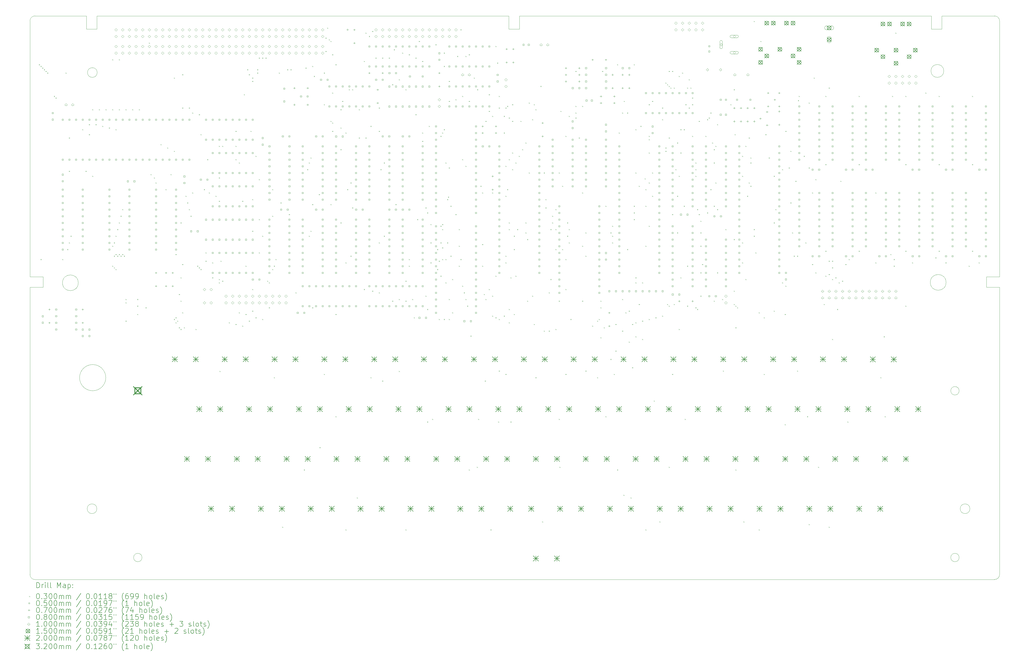
<source format=gbr>
%TF.GenerationSoftware,KiCad,Pcbnew,8.0.4*%
%TF.CreationDate,2025-01-14T13:43:09+00:00*%
%TF.ProjectId,AtomV5Board,41746f6d-5635-4426-9f61-72642e6b6963,rev?*%
%TF.SameCoordinates,Original*%
%TF.FileFunction,Drillmap*%
%TF.FilePolarity,Positive*%
%FSLAX45Y45*%
G04 Gerber Fmt 4.5, Leading zero omitted, Abs format (unit mm)*
G04 Created by KiCad (PCBNEW 8.0.4) date 2025-01-14 13:43:09*
%MOMM*%
%LPD*%
G01*
G04 APERTURE LIST*
%ADD10C,0.050000*%
%ADD11C,0.200000*%
%ADD12C,0.100000*%
%ADD13C,0.150000*%
%ADD14C,0.320000*%
G04 APERTURE END LIST*
D10*
X5199000Y-16191250D02*
G75*
G02*
X4199000Y-16191250I-500000J0D01*
G01*
X4199000Y-16191250D02*
G75*
G02*
X5199000Y-16191250I500000J0D01*
G01*
X2499500Y-23892000D02*
G75*
G02*
X2309000Y-23701500I0J190500D01*
G01*
X4459000Y-2392000D02*
X4459000Y-2892000D01*
X20559000Y-2892000D02*
X20959000Y-2892000D01*
X2309000Y-12342000D02*
X2309000Y-2582500D01*
X4859000Y-2392000D02*
X4859000Y-2892000D01*
X39259000Y-23701500D02*
X39259000Y-12742000D01*
X6579000Y-23052000D02*
G75*
G02*
X6259000Y-23052000I-160000J0D01*
G01*
X6259000Y-23052000D02*
G75*
G02*
X6579000Y-23052000I160000J0D01*
G01*
X2809000Y-12342000D02*
X2309000Y-12342000D01*
X2809000Y-12742000D02*
X2809000Y-12342000D01*
X38759000Y-12342000D02*
X39259000Y-12342000D01*
X20959000Y-2892000D02*
X20959000Y-2392000D01*
X2309000Y-2582500D02*
G75*
G02*
X2499500Y-2392000I190500J0D01*
G01*
X20559000Y-2392000D02*
X20559000Y-2892000D01*
X20959000Y-2392000D02*
X29781500Y-2392000D01*
X4859000Y-2392000D02*
X20559000Y-2392000D01*
X39259000Y-23701500D02*
G75*
G02*
X39068500Y-23892000I-190500J0D01*
G01*
X39068500Y-2392000D02*
G75*
G02*
X39259000Y-2582500I0J-190500D01*
G01*
X2499500Y-2392000D02*
X4459000Y-2392000D01*
X4871300Y-4552000D02*
G75*
G02*
X4501300Y-4552000I-185000J0D01*
G01*
X4501300Y-4552000D02*
G75*
G02*
X4871300Y-4552000I185000J0D01*
G01*
X4149000Y-12573000D02*
G75*
G02*
X3549000Y-12573000I-300000J0D01*
G01*
X3549000Y-12573000D02*
G75*
G02*
X4149000Y-12573000I300000J0D01*
G01*
X39259000Y-12742000D02*
X38759000Y-12742000D01*
X39068500Y-2392000D02*
X37059000Y-2392000D01*
X37059000Y-2392000D02*
X37059000Y-2892000D01*
X37719000Y-16692000D02*
G75*
G02*
X37399000Y-16692000I-160000J0D01*
G01*
X37399000Y-16692000D02*
G75*
G02*
X37719000Y-16692000I160000J0D01*
G01*
X38759000Y-12742000D02*
X38759000Y-12342000D01*
X2309000Y-23701500D02*
X2309000Y-12742000D01*
X2309000Y-12742000D02*
X2809000Y-12742000D01*
X4859000Y-21191250D02*
G75*
G02*
X4489000Y-21191250I-185000J0D01*
G01*
X4489000Y-21191250D02*
G75*
G02*
X4859000Y-21191250I185000J0D01*
G01*
X2499500Y-23892000D02*
X39068500Y-23892000D01*
X37220000Y-12557000D02*
G75*
G02*
X36620000Y-12557000I-300000J0D01*
G01*
X36620000Y-12557000D02*
G75*
G02*
X37220000Y-12557000I300000J0D01*
G01*
X4459000Y-2892000D02*
X4859000Y-2892000D01*
X39259000Y-12342000D02*
X39259000Y-2582500D01*
X37059000Y-2892000D02*
X36659000Y-2892000D01*
X29781500Y-2392000D02*
X36659000Y-2392000D01*
X37134000Y-4492000D02*
G75*
G02*
X36644000Y-4492000I-245000J0D01*
G01*
X36644000Y-4492000D02*
G75*
G02*
X37134000Y-4492000I245000J0D01*
G01*
X38129000Y-21191250D02*
G75*
G02*
X37759000Y-21191250I-185000J0D01*
G01*
X37759000Y-21191250D02*
G75*
G02*
X38129000Y-21191250I185000J0D01*
G01*
X37719000Y-23052000D02*
G75*
G02*
X37399000Y-23052000I-160000J0D01*
G01*
X37399000Y-23052000D02*
G75*
G02*
X37719000Y-23052000I160000J0D01*
G01*
X36659000Y-2392000D02*
X36659000Y-2892000D01*
D11*
D12*
X2652000Y-4239500D02*
X2682000Y-4269500D01*
X2682000Y-4239500D02*
X2652000Y-4269500D01*
X2715500Y-4303000D02*
X2745500Y-4333000D01*
X2745500Y-4303000D02*
X2715500Y-4333000D01*
X2715500Y-11669000D02*
X2745500Y-11699000D01*
X2745500Y-11669000D02*
X2715500Y-11699000D01*
X2779000Y-4366500D02*
X2809000Y-4396500D01*
X2809000Y-4366500D02*
X2779000Y-4396500D01*
X2842500Y-4430000D02*
X2872500Y-4460000D01*
X2872500Y-4430000D02*
X2842500Y-4460000D01*
X2906000Y-4493500D02*
X2936000Y-4523500D01*
X2936000Y-4493500D02*
X2906000Y-4523500D01*
X2969500Y-4557000D02*
X2999500Y-4587000D01*
X2999500Y-4557000D02*
X2969500Y-4587000D01*
X3223500Y-5446000D02*
X3253500Y-5476000D01*
X3253500Y-5446000D02*
X3223500Y-5476000D01*
X3287000Y-5509500D02*
X3317000Y-5539500D01*
X3317000Y-5509500D02*
X3287000Y-5539500D01*
X3541000Y-11669000D02*
X3571000Y-11699000D01*
X3571000Y-11669000D02*
X3541000Y-11699000D01*
X3668000Y-4557000D02*
X3698000Y-4587000D01*
X3698000Y-4557000D02*
X3668000Y-4587000D01*
X3731500Y-11288000D02*
X3761500Y-11318000D01*
X3761500Y-11288000D02*
X3731500Y-11318000D01*
X3795000Y-7033500D02*
X3825000Y-7063500D01*
X3825000Y-7033500D02*
X3795000Y-7063500D01*
X3795000Y-8303500D02*
X3825000Y-8333500D01*
X3825000Y-8303500D02*
X3795000Y-8333500D01*
X3795000Y-11034000D02*
X3825000Y-11064000D01*
X3825000Y-11034000D02*
X3795000Y-11064000D01*
X3858500Y-10780000D02*
X3888500Y-10810000D01*
X3888500Y-10780000D02*
X3858500Y-10810000D01*
X4303000Y-6716000D02*
X4333000Y-6746000D01*
X4333000Y-6716000D02*
X4303000Y-6746000D01*
X4430000Y-8303500D02*
X4460000Y-8333500D01*
X4460000Y-8303500D02*
X4430000Y-8333500D01*
X4557000Y-6525500D02*
X4587000Y-6555500D01*
X4587000Y-6525500D02*
X4557000Y-6555500D01*
X4557000Y-6906500D02*
X4587000Y-6936500D01*
X4587000Y-6906500D02*
X4557000Y-6936500D01*
X4684000Y-5954000D02*
X4714000Y-5984000D01*
X4714000Y-5954000D02*
X4684000Y-5984000D01*
X4684000Y-8494000D02*
X4714000Y-8524000D01*
X4714000Y-8494000D02*
X4684000Y-8524000D01*
X4811000Y-6525500D02*
X4841000Y-6555500D01*
X4841000Y-6525500D02*
X4811000Y-6555500D01*
X4938000Y-5954000D02*
X4968000Y-5984000D01*
X4968000Y-5954000D02*
X4938000Y-5984000D01*
X5065000Y-6589000D02*
X5095000Y-6619000D01*
X5095000Y-6589000D02*
X5065000Y-6619000D01*
X5192000Y-5954000D02*
X5222000Y-5984000D01*
X5222000Y-5954000D02*
X5192000Y-5984000D01*
X5319000Y-6652500D02*
X5349000Y-6682500D01*
X5349000Y-6652500D02*
X5319000Y-6682500D01*
X5446000Y-4049000D02*
X5476000Y-4079000D01*
X5476000Y-4049000D02*
X5446000Y-4079000D01*
X5446000Y-5954000D02*
X5476000Y-5984000D01*
X5476000Y-5954000D02*
X5446000Y-5984000D01*
X5446000Y-11161000D02*
X5476000Y-11191000D01*
X5476000Y-11161000D02*
X5446000Y-11191000D01*
X5446000Y-11923000D02*
X5476000Y-11953000D01*
X5476000Y-11923000D02*
X5446000Y-11953000D01*
X5509500Y-11034000D02*
X5539500Y-11064000D01*
X5539500Y-11034000D02*
X5509500Y-11064000D01*
X5509500Y-11542000D02*
X5539500Y-11572000D01*
X5539500Y-11542000D02*
X5509500Y-11572000D01*
X5509500Y-11986500D02*
X5539500Y-12016500D01*
X5539500Y-11986500D02*
X5509500Y-12016500D01*
X5573000Y-6716000D02*
X5603000Y-6746000D01*
X5603000Y-6716000D02*
X5573000Y-6746000D01*
X5573000Y-10780000D02*
X5603000Y-10810000D01*
X5603000Y-10780000D02*
X5573000Y-10810000D01*
X5573000Y-11478500D02*
X5603000Y-11508500D01*
X5603000Y-11478500D02*
X5573000Y-11508500D01*
X5573000Y-12050000D02*
X5603000Y-12080000D01*
X5603000Y-12050000D02*
X5573000Y-12080000D01*
X5636500Y-10526000D02*
X5666500Y-10556000D01*
X5666500Y-10526000D02*
X5636500Y-10556000D01*
X5636500Y-11542000D02*
X5666500Y-11572000D01*
X5666500Y-11542000D02*
X5636500Y-11572000D01*
X5700000Y-4049000D02*
X5730000Y-4079000D01*
X5730000Y-4049000D02*
X5700000Y-4079000D01*
X5700000Y-5954000D02*
X5730000Y-5984000D01*
X5730000Y-5954000D02*
X5700000Y-5984000D01*
X5700000Y-10272000D02*
X5730000Y-10302000D01*
X5730000Y-10272000D02*
X5700000Y-10302000D01*
X5700000Y-11478500D02*
X5730000Y-11508500D01*
X5730000Y-11478500D02*
X5700000Y-11508500D01*
X5763500Y-10018000D02*
X5793500Y-10048000D01*
X5793500Y-10018000D02*
X5763500Y-10048000D01*
X5763500Y-11542000D02*
X5793500Y-11572000D01*
X5793500Y-11542000D02*
X5763500Y-11572000D01*
X5827000Y-9764000D02*
X5857000Y-9794000D01*
X5857000Y-9764000D02*
X5827000Y-9794000D01*
X5827000Y-11478500D02*
X5857000Y-11508500D01*
X5857000Y-11478500D02*
X5827000Y-11508500D01*
X5890500Y-11542000D02*
X5920500Y-11572000D01*
X5920500Y-11542000D02*
X5890500Y-11572000D01*
X5954000Y-5954000D02*
X5984000Y-5984000D01*
X5984000Y-5954000D02*
X5954000Y-5984000D01*
X5954000Y-13193000D02*
X5984000Y-13223000D01*
X5984000Y-13193000D02*
X5954000Y-13223000D01*
X5954000Y-13320000D02*
X5984000Y-13350000D01*
X5984000Y-13320000D02*
X5954000Y-13350000D01*
X5954000Y-14018500D02*
X5984000Y-14048500D01*
X5984000Y-14018500D02*
X5954000Y-14048500D01*
X6208000Y-5954000D02*
X6238000Y-5984000D01*
X6238000Y-5954000D02*
X6208000Y-5984000D01*
X6398500Y-13193000D02*
X6428500Y-13223000D01*
X6428500Y-13193000D02*
X6398500Y-13223000D01*
X6398500Y-13447000D02*
X6428500Y-13477000D01*
X6428500Y-13447000D02*
X6398500Y-13477000D01*
X6398500Y-13764500D02*
X6428500Y-13794500D01*
X6428500Y-13764500D02*
X6398500Y-13794500D01*
X6462000Y-5954000D02*
X6492000Y-5984000D01*
X6492000Y-5954000D02*
X6462000Y-5984000D01*
X6716000Y-13510500D02*
X6746000Y-13540500D01*
X6746000Y-13510500D02*
X6716000Y-13540500D01*
X6843000Y-3414000D02*
X6873000Y-3444000D01*
X6873000Y-3414000D02*
X6843000Y-3444000D01*
X6906500Y-8430500D02*
X6936500Y-8460500D01*
X6936500Y-8430500D02*
X6906500Y-8460500D01*
X7033500Y-8557500D02*
X7063500Y-8587500D01*
X7063500Y-8557500D02*
X7033500Y-8587500D01*
X7097000Y-8748000D02*
X7127000Y-8778000D01*
X7127000Y-8748000D02*
X7097000Y-8778000D01*
X7287500Y-7287500D02*
X7317500Y-7317500D01*
X7317500Y-7287500D02*
X7287500Y-7317500D01*
X7478000Y-9002000D02*
X7508000Y-9032000D01*
X7508000Y-9002000D02*
X7478000Y-9032000D01*
X7541500Y-7414500D02*
X7571500Y-7444500D01*
X7571500Y-7414500D02*
X7541500Y-7444500D01*
X7668500Y-8430500D02*
X7698500Y-8460500D01*
X7698500Y-8430500D02*
X7668500Y-8460500D01*
X7795500Y-4747500D02*
X7825500Y-4777500D01*
X7825500Y-4747500D02*
X7795500Y-4777500D01*
X7795500Y-7541500D02*
X7825500Y-7571500D01*
X7825500Y-7541500D02*
X7795500Y-7571500D01*
X7795500Y-13955000D02*
X7825500Y-13985000D01*
X7825500Y-13955000D02*
X7795500Y-13985000D01*
X7859000Y-11478500D02*
X7889000Y-11508500D01*
X7889000Y-11478500D02*
X7859000Y-11508500D01*
X7859000Y-13891500D02*
X7889000Y-13921500D01*
X7889000Y-13891500D02*
X7859000Y-13921500D01*
X7859000Y-14082000D02*
X7889000Y-14112000D01*
X7889000Y-14082000D02*
X7859000Y-14112000D01*
X7922500Y-14018500D02*
X7952500Y-14048500D01*
X7952500Y-14018500D02*
X7922500Y-14048500D01*
X7986000Y-13002500D02*
X8016000Y-13032500D01*
X8016000Y-13002500D02*
X7986000Y-13032500D01*
X7986000Y-14272500D02*
X8016000Y-14302500D01*
X8016000Y-14272500D02*
X7986000Y-14302500D01*
X8049500Y-10272000D02*
X8079500Y-10302000D01*
X8079500Y-10272000D02*
X8049500Y-10302000D01*
X8049500Y-12367500D02*
X8079500Y-12397500D01*
X8079500Y-12367500D02*
X8049500Y-12397500D01*
X8049500Y-13256500D02*
X8079500Y-13286500D01*
X8079500Y-13256500D02*
X8049500Y-13286500D01*
X8049500Y-14336000D02*
X8079500Y-14366000D01*
X8079500Y-14336000D02*
X8049500Y-14366000D01*
X8113000Y-4620500D02*
X8143000Y-4650500D01*
X8143000Y-4620500D02*
X8113000Y-4650500D01*
X8113000Y-5890500D02*
X8143000Y-5920500D01*
X8143000Y-5890500D02*
X8113000Y-5920500D01*
X8113000Y-11859500D02*
X8143000Y-11889500D01*
X8143000Y-11859500D02*
X8113000Y-11889500D01*
X8113000Y-13701000D02*
X8143000Y-13731000D01*
X8143000Y-13701000D02*
X8113000Y-13731000D01*
X8176500Y-14272500D02*
X8206500Y-14302500D01*
X8206500Y-14272500D02*
X8176500Y-14302500D01*
X8240000Y-9256000D02*
X8270000Y-9286000D01*
X8270000Y-9256000D02*
X8240000Y-9286000D01*
X8303500Y-9510000D02*
X8333500Y-9540000D01*
X8333500Y-9510000D02*
X8303500Y-9540000D01*
X8367000Y-5890500D02*
X8397000Y-5920500D01*
X8397000Y-5890500D02*
X8367000Y-5920500D01*
X8367000Y-9764000D02*
X8397000Y-9794000D01*
X8397000Y-9764000D02*
X8367000Y-9794000D01*
X8430500Y-10018000D02*
X8460500Y-10048000D01*
X8460500Y-10018000D02*
X8430500Y-10048000D01*
X8494000Y-6081000D02*
X8524000Y-6111000D01*
X8524000Y-6081000D02*
X8494000Y-6111000D01*
X8494000Y-9129000D02*
X8524000Y-9159000D01*
X8524000Y-9129000D02*
X8494000Y-9159000D01*
X8621000Y-14336000D02*
X8651000Y-14366000D01*
X8651000Y-14336000D02*
X8621000Y-14366000D01*
X8684500Y-11923000D02*
X8714500Y-11953000D01*
X8714500Y-11923000D02*
X8684500Y-11953000D01*
X8748000Y-6144500D02*
X8778000Y-6174500D01*
X8778000Y-6144500D02*
X8748000Y-6174500D01*
X8748000Y-11986500D02*
X8778000Y-12016500D01*
X8778000Y-11986500D02*
X8748000Y-12016500D01*
X8811500Y-6906500D02*
X8841500Y-6936500D01*
X8841500Y-6906500D02*
X8811500Y-6936500D01*
X8811500Y-12050000D02*
X8841500Y-12080000D01*
X8841500Y-12050000D02*
X8811500Y-12080000D01*
X8938500Y-9002000D02*
X8968500Y-9032000D01*
X8968500Y-9002000D02*
X8938500Y-9032000D01*
X9002000Y-11415000D02*
X9032000Y-11445000D01*
X9032000Y-11415000D02*
X9002000Y-11445000D01*
X9002000Y-11732500D02*
X9032000Y-11762500D01*
X9032000Y-11732500D02*
X9002000Y-11762500D01*
X9065500Y-7859000D02*
X9095500Y-7889000D01*
X9095500Y-7859000D02*
X9065500Y-7889000D01*
X9129000Y-9129000D02*
X9159000Y-9159000D01*
X9159000Y-9129000D02*
X9129000Y-9159000D01*
X9256000Y-11796000D02*
X9286000Y-11826000D01*
X9286000Y-11796000D02*
X9256000Y-11826000D01*
X9256000Y-12367500D02*
X9286000Y-12397500D01*
X9286000Y-12367500D02*
X9256000Y-12397500D01*
X9383000Y-9256000D02*
X9413000Y-9286000D01*
X9413000Y-9256000D02*
X9383000Y-9286000D01*
X9510000Y-7351000D02*
X9540000Y-7381000D01*
X9540000Y-7351000D02*
X9510000Y-7381000D01*
X9510000Y-8557500D02*
X9540000Y-8587500D01*
X9540000Y-8557500D02*
X9510000Y-8587500D01*
X9510000Y-9446500D02*
X9540000Y-9476500D01*
X9540000Y-9446500D02*
X9510000Y-9476500D01*
X9510000Y-12431000D02*
X9540000Y-12461000D01*
X9540000Y-12431000D02*
X9510000Y-12461000D01*
X9510000Y-12558000D02*
X9540000Y-12588000D01*
X9540000Y-12558000D02*
X9510000Y-12588000D01*
X9535400Y-15936200D02*
X9565400Y-15966200D01*
X9565400Y-15936200D02*
X9535400Y-15966200D01*
X9573500Y-11732500D02*
X9603500Y-11762500D01*
X9603500Y-11732500D02*
X9573500Y-11762500D01*
X9637000Y-7351000D02*
X9667000Y-7381000D01*
X9667000Y-7351000D02*
X9637000Y-7381000D01*
X9637000Y-12494500D02*
X9667000Y-12524500D01*
X9667000Y-12494500D02*
X9637000Y-12524500D01*
X9891000Y-14082000D02*
X9921000Y-14112000D01*
X9921000Y-14082000D02*
X9891000Y-14112000D01*
X10145000Y-6779500D02*
X10175000Y-6809500D01*
X10175000Y-6779500D02*
X10145000Y-6809500D01*
X10145000Y-7351000D02*
X10175000Y-7381000D01*
X10175000Y-7351000D02*
X10145000Y-7381000D01*
X10145000Y-7859000D02*
X10175000Y-7889000D01*
X10175000Y-7859000D02*
X10145000Y-7889000D01*
X10145000Y-14145500D02*
X10175000Y-14175500D01*
X10175000Y-14145500D02*
X10145000Y-14175500D01*
X10272000Y-7986000D02*
X10302000Y-8016000D01*
X10302000Y-7986000D02*
X10272000Y-8016000D01*
X10272000Y-13701000D02*
X10302000Y-13731000D01*
X10302000Y-13701000D02*
X10272000Y-13731000D01*
X10399000Y-9446500D02*
X10429000Y-9476500D01*
X10429000Y-9446500D02*
X10399000Y-9476500D01*
X10399000Y-14209000D02*
X10429000Y-14239000D01*
X10429000Y-14209000D02*
X10399000Y-14239000D01*
X10462500Y-5382500D02*
X10492500Y-5412500D01*
X10492500Y-5382500D02*
X10462500Y-5412500D01*
X10526000Y-11923000D02*
X10556000Y-11953000D01*
X10556000Y-11923000D02*
X10526000Y-11953000D01*
X10526000Y-13764500D02*
X10556000Y-13794500D01*
X10556000Y-13764500D02*
X10526000Y-13794500D01*
X10589500Y-4430000D02*
X10619500Y-4460000D01*
X10619500Y-4430000D02*
X10589500Y-4460000D01*
X10653000Y-4620500D02*
X10683000Y-4650500D01*
X10683000Y-4620500D02*
X10653000Y-4650500D01*
X10653000Y-14018500D02*
X10683000Y-14048500D01*
X10683000Y-14018500D02*
X10653000Y-14048500D01*
X10716500Y-6779500D02*
X10746500Y-6809500D01*
X10746500Y-6779500D02*
X10716500Y-6809500D01*
X10780000Y-4747500D02*
X10810000Y-4777500D01*
X10810000Y-4747500D02*
X10780000Y-4777500D01*
X10780000Y-4874500D02*
X10810000Y-4904500D01*
X10810000Y-4874500D02*
X10780000Y-4904500D01*
X10780000Y-9383000D02*
X10810000Y-9413000D01*
X10810000Y-9383000D02*
X10780000Y-9413000D01*
X10780000Y-10589500D02*
X10810000Y-10619500D01*
X10810000Y-10589500D02*
X10780000Y-10619500D01*
X10780000Y-12812000D02*
X10810000Y-12842000D01*
X10810000Y-12812000D02*
X10780000Y-12842000D01*
X10780000Y-13637500D02*
X10810000Y-13667500D01*
X10810000Y-13637500D02*
X10780000Y-13667500D01*
X10907000Y-7732000D02*
X10937000Y-7762000D01*
X10937000Y-7732000D02*
X10907000Y-7762000D01*
X10907000Y-13891500D02*
X10937000Y-13921500D01*
X10937000Y-13891500D02*
X10907000Y-13921500D01*
X10970500Y-4430000D02*
X11000500Y-4460000D01*
X11000500Y-4430000D02*
X10970500Y-4460000D01*
X10970500Y-4557000D02*
X11000500Y-4587000D01*
X11000500Y-4557000D02*
X10970500Y-4587000D01*
X11034000Y-3985500D02*
X11064000Y-4015500D01*
X11064000Y-3985500D02*
X11034000Y-4015500D01*
X11034000Y-8621000D02*
X11064000Y-8651000D01*
X11064000Y-8621000D02*
X11034000Y-8651000D01*
X11034000Y-10145000D02*
X11064000Y-10175000D01*
X11064000Y-10145000D02*
X11034000Y-10175000D01*
X11034000Y-11415000D02*
X11064000Y-11445000D01*
X11064000Y-11415000D02*
X11034000Y-11445000D01*
X11161000Y-3985500D02*
X11191000Y-4015500D01*
X11191000Y-3985500D02*
X11161000Y-4015500D01*
X11161000Y-10780000D02*
X11191000Y-10810000D01*
X11191000Y-10780000D02*
X11161000Y-10810000D01*
X11161000Y-13955000D02*
X11191000Y-13985000D01*
X11191000Y-13955000D02*
X11161000Y-13985000D01*
X11288000Y-3985500D02*
X11318000Y-4015500D01*
X11318000Y-3985500D02*
X11288000Y-4015500D01*
X11351500Y-12494500D02*
X11381500Y-12524500D01*
X11381500Y-12494500D02*
X11351500Y-12524500D01*
X11415000Y-12558000D02*
X11445000Y-12588000D01*
X11445000Y-12558000D02*
X11415000Y-12588000D01*
X11415000Y-13510500D02*
X11445000Y-13540500D01*
X11445000Y-13510500D02*
X11415000Y-13540500D01*
X11542000Y-9002000D02*
X11572000Y-9032000D01*
X11572000Y-9002000D02*
X11542000Y-9032000D01*
X11542000Y-10018000D02*
X11572000Y-10048000D01*
X11572000Y-10018000D02*
X11542000Y-10048000D01*
X11542000Y-12050000D02*
X11572000Y-12080000D01*
X11572000Y-12050000D02*
X11542000Y-12080000D01*
X11605500Y-11923000D02*
X11635500Y-11953000D01*
X11635500Y-11923000D02*
X11605500Y-11953000D01*
X11605500Y-16177500D02*
X11635500Y-16207500D01*
X11635500Y-16177500D02*
X11605500Y-16207500D01*
X11669000Y-11669000D02*
X11699000Y-11699000D01*
X11699000Y-11669000D02*
X11669000Y-11699000D01*
X11796000Y-4557000D02*
X11826000Y-4587000D01*
X11826000Y-4557000D02*
X11796000Y-4587000D01*
X11859500Y-9510000D02*
X11889500Y-9540000D01*
X11889500Y-9510000D02*
X11859500Y-9540000D01*
X11923000Y-21879800D02*
X11953000Y-21909800D01*
X11953000Y-21879800D02*
X11923000Y-21909800D01*
X12113500Y-4430000D02*
X12143500Y-4460000D01*
X12143500Y-4430000D02*
X12113500Y-4460000D01*
X12177000Y-9954500D02*
X12207000Y-9984500D01*
X12207000Y-9954500D02*
X12177000Y-9984500D01*
X12240500Y-4430000D02*
X12270500Y-4460000D01*
X12270500Y-4430000D02*
X12240500Y-4460000D01*
X12431000Y-12939000D02*
X12461000Y-12969000D01*
X12461000Y-12939000D02*
X12431000Y-12969000D01*
X12748500Y-19695400D02*
X12778500Y-19725400D01*
X12778500Y-19695400D02*
X12748500Y-19725400D01*
X12812000Y-4366500D02*
X12842000Y-4396500D01*
X12842000Y-4366500D02*
X12812000Y-4396500D01*
X12875500Y-8240000D02*
X12905500Y-8270000D01*
X12905500Y-8240000D02*
X12875500Y-8270000D01*
X12939000Y-7986000D02*
X12969000Y-8016000D01*
X12969000Y-7986000D02*
X12939000Y-8016000D01*
X12939000Y-10780000D02*
X12969000Y-10810000D01*
X12969000Y-10780000D02*
X12939000Y-10810000D01*
X13002500Y-7795500D02*
X13032500Y-7825500D01*
X13032500Y-7795500D02*
X13002500Y-7825500D01*
X13002500Y-10589500D02*
X13032500Y-10619500D01*
X13032500Y-10589500D02*
X13002500Y-10619500D01*
X13066000Y-4303000D02*
X13096000Y-4333000D01*
X13096000Y-4303000D02*
X13066000Y-4333000D01*
X13066000Y-9573500D02*
X13096000Y-9603500D01*
X13096000Y-9573500D02*
X13066000Y-9603500D01*
X13066000Y-13510500D02*
X13096000Y-13540500D01*
X13096000Y-13510500D02*
X13066000Y-13540500D01*
X13129500Y-4684000D02*
X13159500Y-4714000D01*
X13159500Y-4684000D02*
X13129500Y-4714000D01*
X13320000Y-9192500D02*
X13350000Y-9222500D01*
X13350000Y-9192500D02*
X13320000Y-9222500D01*
X13345000Y-18844500D02*
X13375000Y-18874500D01*
X13375000Y-18844500D02*
X13345000Y-18874500D01*
X13510500Y-4557000D02*
X13540500Y-4587000D01*
X13540500Y-4557000D02*
X13510500Y-4587000D01*
X13510500Y-5763500D02*
X13540500Y-5793500D01*
X13540500Y-5763500D02*
X13510500Y-5793500D01*
X13510500Y-16050500D02*
X13540500Y-16080500D01*
X13540500Y-16050500D02*
X13510500Y-16080500D01*
X13574000Y-3223500D02*
X13604000Y-3253500D01*
X13604000Y-3223500D02*
X13574000Y-3253500D01*
X13574000Y-3731500D02*
X13604000Y-3761500D01*
X13604000Y-3731500D02*
X13574000Y-3761500D01*
X13637500Y-2842500D02*
X13667500Y-2872500D01*
X13667500Y-2842500D02*
X13637500Y-2872500D01*
X13701000Y-3287000D02*
X13731000Y-3317000D01*
X13731000Y-3287000D02*
X13701000Y-3317000D01*
X13764500Y-3350500D02*
X13794500Y-3380500D01*
X13794500Y-3350500D02*
X13764500Y-3380500D01*
X13764500Y-6398500D02*
X13794500Y-6428500D01*
X13794500Y-6398500D02*
X13764500Y-6428500D01*
X13764500Y-9573500D02*
X13794500Y-9603500D01*
X13794500Y-9573500D02*
X13764500Y-9603500D01*
X13828000Y-3858500D02*
X13858000Y-3888500D01*
X13858000Y-3858500D02*
X13828000Y-3888500D01*
X13828000Y-5319000D02*
X13858000Y-5349000D01*
X13858000Y-5319000D02*
X13828000Y-5349000D01*
X13828000Y-6462000D02*
X13858000Y-6492000D01*
X13858000Y-6462000D02*
X13828000Y-6492000D01*
X13828000Y-6779500D02*
X13858000Y-6809500D01*
X13858000Y-6779500D02*
X13828000Y-6809500D01*
X13955000Y-4239500D02*
X13985000Y-4269500D01*
X13985000Y-4239500D02*
X13955000Y-4269500D01*
X13955000Y-13764500D02*
X13985000Y-13794500D01*
X13985000Y-13764500D02*
X13955000Y-13794500D01*
X13955000Y-17663400D02*
X13985000Y-17693400D01*
X13985000Y-17663400D02*
X13955000Y-17693400D01*
X14145500Y-5954000D02*
X14175500Y-5984000D01*
X14175500Y-5954000D02*
X14145500Y-5984000D01*
X14145500Y-6652500D02*
X14175500Y-6682500D01*
X14175500Y-6652500D02*
X14145500Y-6682500D01*
X14145500Y-7478000D02*
X14175500Y-7508000D01*
X14175500Y-7478000D02*
X14145500Y-7508000D01*
X14145500Y-10272000D02*
X14175500Y-10302000D01*
X14175500Y-10272000D02*
X14145500Y-10302000D01*
X14209000Y-5636500D02*
X14239000Y-5666500D01*
X14239000Y-5636500D02*
X14209000Y-5666500D01*
X14336000Y-6843000D02*
X14366000Y-6873000D01*
X14366000Y-6843000D02*
X14336000Y-6873000D01*
X14336000Y-11796000D02*
X14366000Y-11826000D01*
X14366000Y-11796000D02*
X14336000Y-11826000D01*
X14336000Y-21981400D02*
X14366000Y-22011400D01*
X14366000Y-21981400D02*
X14336000Y-22011400D01*
X14399500Y-9002000D02*
X14429500Y-9032000D01*
X14429500Y-9002000D02*
X14399500Y-9032000D01*
X14463000Y-5192000D02*
X14493000Y-5222000D01*
X14493000Y-5192000D02*
X14463000Y-5222000D01*
X14526500Y-8748000D02*
X14556500Y-8778000D01*
X14556500Y-8748000D02*
X14526500Y-8778000D01*
X14526500Y-11542000D02*
X14556500Y-11572000D01*
X14556500Y-11542000D02*
X14526500Y-11572000D01*
X14590000Y-5192000D02*
X14620000Y-5222000D01*
X14620000Y-5192000D02*
X14590000Y-5222000D01*
X14590000Y-9700500D02*
X14620000Y-9730500D01*
X14620000Y-9700500D02*
X14590000Y-9730500D01*
X14767800Y-20762200D02*
X14797800Y-20792200D01*
X14797800Y-20762200D02*
X14767800Y-20792200D01*
X14844000Y-5954000D02*
X14874000Y-5984000D01*
X14874000Y-5954000D02*
X14844000Y-5984000D01*
X14844000Y-7033500D02*
X14874000Y-7063500D01*
X14874000Y-7033500D02*
X14844000Y-7063500D01*
X15034500Y-4112500D02*
X15064500Y-4142500D01*
X15064500Y-4112500D02*
X15034500Y-4142500D01*
X15034500Y-12812000D02*
X15064500Y-12842000D01*
X15064500Y-12812000D02*
X15034500Y-12842000D01*
X15098000Y-3033000D02*
X15128000Y-3063000D01*
X15128000Y-3033000D02*
X15098000Y-3063000D01*
X15098000Y-7033500D02*
X15128000Y-7063500D01*
X15128000Y-7033500D02*
X15098000Y-7063500D01*
X15226750Y-3160000D02*
X15256750Y-3190000D01*
X15256750Y-3160000D02*
X15226750Y-3190000D01*
X15288500Y-6589000D02*
X15318500Y-6619000D01*
X15318500Y-6589000D02*
X15288500Y-6619000D01*
X15288500Y-16177500D02*
X15318500Y-16207500D01*
X15318500Y-16177500D02*
X15288500Y-16207500D01*
X15352000Y-2969500D02*
X15382000Y-2999500D01*
X15382000Y-2969500D02*
X15352000Y-2999500D01*
X15352000Y-12875500D02*
X15382000Y-12905500D01*
X15382000Y-12875500D02*
X15352000Y-12905500D01*
X15479000Y-3985500D02*
X15509000Y-4015500D01*
X15509000Y-3985500D02*
X15479000Y-4015500D01*
X15606000Y-5890500D02*
X15636000Y-5920500D01*
X15636000Y-5890500D02*
X15606000Y-5920500D01*
X15606000Y-6779500D02*
X15636000Y-6809500D01*
X15636000Y-6779500D02*
X15606000Y-6809500D01*
X15606000Y-11034000D02*
X15636000Y-11064000D01*
X15636000Y-11034000D02*
X15606000Y-11064000D01*
X15606000Y-12939000D02*
X15636000Y-12969000D01*
X15636000Y-12939000D02*
X15606000Y-12969000D01*
X15669500Y-8240000D02*
X15699500Y-8270000D01*
X15699500Y-8240000D02*
X15669500Y-8270000D01*
X15733000Y-3985500D02*
X15763000Y-4015500D01*
X15763000Y-3985500D02*
X15733000Y-4015500D01*
X15733000Y-16304500D02*
X15763000Y-16334500D01*
X15763000Y-16304500D02*
X15733000Y-16334500D01*
X15796500Y-7986000D02*
X15826500Y-8016000D01*
X15826500Y-7986000D02*
X15796500Y-8016000D01*
X15796500Y-10780000D02*
X15826500Y-10810000D01*
X15826500Y-10780000D02*
X15796500Y-10810000D01*
X15987000Y-3985500D02*
X16017000Y-4015500D01*
X16017000Y-3985500D02*
X15987000Y-4015500D01*
X16114000Y-5001500D02*
X16144000Y-5031500D01*
X16144000Y-5001500D02*
X16114000Y-5031500D01*
X16114000Y-13256500D02*
X16144000Y-13286500D01*
X16144000Y-13256500D02*
X16114000Y-13286500D01*
X16177500Y-3668000D02*
X16207500Y-3698000D01*
X16207500Y-3668000D02*
X16177500Y-3698000D01*
X16241000Y-9573500D02*
X16271000Y-9603500D01*
X16271000Y-9573500D02*
X16241000Y-9603500D01*
X16368000Y-4811000D02*
X16398000Y-4841000D01*
X16398000Y-4811000D02*
X16368000Y-4841000D01*
X16368000Y-13193000D02*
X16398000Y-13223000D01*
X16398000Y-13193000D02*
X16368000Y-13223000D01*
X16368000Y-15936200D02*
X16398000Y-15966200D01*
X16398000Y-15936200D02*
X16368000Y-15966200D01*
X16495000Y-3795000D02*
X16525000Y-3825000D01*
X16525000Y-3795000D02*
X16495000Y-3825000D01*
X16622000Y-5192000D02*
X16652000Y-5222000D01*
X16652000Y-5192000D02*
X16622000Y-5222000D01*
X16622000Y-12494500D02*
X16652000Y-12524500D01*
X16652000Y-12494500D02*
X16622000Y-12524500D01*
X16622000Y-13256500D02*
X16652000Y-13286500D01*
X16652000Y-13256500D02*
X16622000Y-13286500D01*
X16622000Y-21981400D02*
X16652000Y-22011400D01*
X16652000Y-21981400D02*
X16622000Y-22011400D01*
X16749000Y-3858500D02*
X16779000Y-3888500D01*
X16779000Y-3858500D02*
X16749000Y-3888500D01*
X16749000Y-11669000D02*
X16779000Y-11699000D01*
X16779000Y-11669000D02*
X16749000Y-11699000D01*
X16749000Y-11923000D02*
X16779000Y-11953000D01*
X16779000Y-11923000D02*
X16749000Y-11953000D01*
X16876000Y-13193000D02*
X16906000Y-13223000D01*
X16906000Y-13193000D02*
X16876000Y-13223000D01*
X16939500Y-13891500D02*
X16969500Y-13921500D01*
X16969500Y-13891500D02*
X16939500Y-13921500D01*
X17003000Y-3985500D02*
X17033000Y-4015500D01*
X17033000Y-3985500D02*
X17003000Y-4015500D01*
X17003000Y-6144500D02*
X17033000Y-6174500D01*
X17033000Y-6144500D02*
X17003000Y-6174500D01*
X17066500Y-10145000D02*
X17096500Y-10175000D01*
X17096500Y-10145000D02*
X17066500Y-10175000D01*
X17130000Y-3350500D02*
X17160000Y-3380500D01*
X17160000Y-3350500D02*
X17130000Y-3380500D01*
X17257000Y-4112500D02*
X17287000Y-4142500D01*
X17287000Y-4112500D02*
X17257000Y-4142500D01*
X17257000Y-6843000D02*
X17287000Y-6873000D01*
X17287000Y-6843000D02*
X17257000Y-6873000D01*
X17257000Y-7160500D02*
X17287000Y-7190500D01*
X17287000Y-7160500D02*
X17257000Y-7190500D01*
X17384000Y-9700500D02*
X17414000Y-9730500D01*
X17414000Y-9700500D02*
X17384000Y-9730500D01*
X17384000Y-13066000D02*
X17414000Y-13096000D01*
X17414000Y-13066000D02*
X17384000Y-13096000D01*
X17447500Y-9891000D02*
X17477500Y-9921000D01*
X17477500Y-9891000D02*
X17447500Y-9921000D01*
X17447500Y-13574000D02*
X17477500Y-13604000D01*
X17477500Y-13574000D02*
X17447500Y-13604000D01*
X17447500Y-17866600D02*
X17477500Y-17896600D01*
X17477500Y-17866600D02*
X17447500Y-17896600D01*
X17511000Y-6589000D02*
X17541000Y-6619000D01*
X17541000Y-6589000D02*
X17511000Y-6619000D01*
X17574500Y-10335500D02*
X17604500Y-10365500D01*
X17604500Y-10335500D02*
X17574500Y-10365500D01*
X17574500Y-11034000D02*
X17604500Y-11064000D01*
X17604500Y-11034000D02*
X17574500Y-11064000D01*
X17574500Y-11796000D02*
X17604500Y-11826000D01*
X17604500Y-11796000D02*
X17574500Y-11826000D01*
X17638000Y-17765000D02*
X17668000Y-17795000D01*
X17668000Y-17765000D02*
X17638000Y-17795000D01*
X17765000Y-3477500D02*
X17795000Y-3507500D01*
X17795000Y-3477500D02*
X17765000Y-3507500D01*
X17828500Y-11288000D02*
X17858500Y-11318000D01*
X17858500Y-11288000D02*
X17828500Y-11318000D01*
X17828500Y-12050000D02*
X17858500Y-12080000D01*
X17858500Y-12050000D02*
X17828500Y-12080000D01*
X17892000Y-11732500D02*
X17922000Y-11762500D01*
X17922000Y-11732500D02*
X17892000Y-11762500D01*
X17892000Y-13955000D02*
X17922000Y-13985000D01*
X17922000Y-13955000D02*
X17892000Y-13985000D01*
X17955500Y-6970000D02*
X17985500Y-7000000D01*
X17985500Y-6970000D02*
X17955500Y-7000000D01*
X17955500Y-10399000D02*
X17985500Y-10429000D01*
X17985500Y-10399000D02*
X17955500Y-10429000D01*
X17955500Y-11034000D02*
X17985500Y-11064000D01*
X17985500Y-11034000D02*
X17955500Y-11064000D01*
X17955500Y-12304000D02*
X17985500Y-12334000D01*
X17985500Y-12304000D02*
X17955500Y-12334000D01*
X18019000Y-6843000D02*
X18049000Y-6873000D01*
X18049000Y-6843000D02*
X18019000Y-6873000D01*
X18019000Y-10335500D02*
X18049000Y-10365500D01*
X18049000Y-10335500D02*
X18019000Y-10365500D01*
X18019000Y-10526000D02*
X18049000Y-10556000D01*
X18049000Y-10526000D02*
X18019000Y-10556000D01*
X18019000Y-11224500D02*
X18049000Y-11254500D01*
X18049000Y-11224500D02*
X18019000Y-11254500D01*
X18019000Y-11669000D02*
X18049000Y-11699000D01*
X18049000Y-11669000D02*
X18019000Y-11699000D01*
X18082500Y-3795000D02*
X18112500Y-3825000D01*
X18112500Y-3795000D02*
X18082500Y-3825000D01*
X18082500Y-4303000D02*
X18112500Y-4333000D01*
X18112500Y-4303000D02*
X18082500Y-4333000D01*
X18082500Y-6716000D02*
X18112500Y-6746000D01*
X18112500Y-6716000D02*
X18082500Y-6746000D01*
X18082500Y-13955000D02*
X18112500Y-13985000D01*
X18112500Y-13955000D02*
X18082500Y-13985000D01*
X18146000Y-7986000D02*
X18176000Y-8016000D01*
X18176000Y-7986000D02*
X18146000Y-8016000D01*
X18146000Y-11669000D02*
X18176000Y-11699000D01*
X18176000Y-11669000D02*
X18146000Y-11699000D01*
X18146000Y-12558000D02*
X18176000Y-12588000D01*
X18176000Y-12558000D02*
X18146000Y-12588000D01*
X18209500Y-9383000D02*
X18239500Y-9413000D01*
X18239500Y-9383000D02*
X18209500Y-9413000D01*
X18209500Y-11034000D02*
X18239500Y-11064000D01*
X18239500Y-11034000D02*
X18209500Y-11064000D01*
X18241250Y-9287750D02*
X18271250Y-9317750D01*
X18271250Y-9287750D02*
X18241250Y-9317750D01*
X18273000Y-4874500D02*
X18303000Y-4904500D01*
X18303000Y-4874500D02*
X18273000Y-4904500D01*
X18273000Y-5636500D02*
X18303000Y-5666500D01*
X18303000Y-5636500D02*
X18273000Y-5666500D01*
X18273000Y-8176500D02*
X18303000Y-8206500D01*
X18303000Y-8176500D02*
X18273000Y-8206500D01*
X18273000Y-13193000D02*
X18303000Y-13223000D01*
X18303000Y-13193000D02*
X18273000Y-13223000D01*
X18273000Y-13955000D02*
X18303000Y-13985000D01*
X18303000Y-13955000D02*
X18273000Y-13985000D01*
X18336500Y-9637000D02*
X18366500Y-9667000D01*
X18366500Y-9637000D02*
X18336500Y-9667000D01*
X18336500Y-11542000D02*
X18366500Y-11572000D01*
X18366500Y-11542000D02*
X18336500Y-11572000D01*
X18400000Y-12431000D02*
X18430000Y-12461000D01*
X18430000Y-12431000D02*
X18400000Y-12461000D01*
X18400000Y-13701000D02*
X18430000Y-13731000D01*
X18430000Y-13701000D02*
X18400000Y-13731000D01*
X18527000Y-5573000D02*
X18557000Y-5603000D01*
X18557000Y-5573000D02*
X18527000Y-5603000D01*
X18527000Y-9954500D02*
X18557000Y-9984500D01*
X18557000Y-9954500D02*
X18527000Y-9984500D01*
X18590500Y-3922000D02*
X18620500Y-3952000D01*
X18620500Y-3922000D02*
X18590500Y-3952000D01*
X18654000Y-10526000D02*
X18684000Y-10556000D01*
X18684000Y-10526000D02*
X18654000Y-10556000D01*
X18654000Y-11161000D02*
X18684000Y-11191000D01*
X18684000Y-11161000D02*
X18654000Y-11191000D01*
X18654000Y-11923000D02*
X18684000Y-11953000D01*
X18684000Y-11923000D02*
X18654000Y-11953000D01*
X18717500Y-2906000D02*
X18747500Y-2936000D01*
X18747500Y-2906000D02*
X18717500Y-2936000D01*
X18717500Y-11669000D02*
X18747500Y-11699000D01*
X18747500Y-11669000D02*
X18717500Y-11699000D01*
X18781000Y-5446000D02*
X18811000Y-5476000D01*
X18811000Y-5446000D02*
X18781000Y-5476000D01*
X18781000Y-7859000D02*
X18811000Y-7889000D01*
X18811000Y-7859000D02*
X18781000Y-7889000D01*
X18781000Y-12685000D02*
X18811000Y-12715000D01*
X18811000Y-12685000D02*
X18781000Y-12715000D01*
X18844500Y-12939000D02*
X18874500Y-12969000D01*
X18874500Y-12939000D02*
X18844500Y-12969000D01*
X18908000Y-3922000D02*
X18938000Y-3952000D01*
X18938000Y-3922000D02*
X18908000Y-3952000D01*
X18908000Y-8113000D02*
X18938000Y-8143000D01*
X18938000Y-8113000D02*
X18908000Y-8143000D01*
X18908000Y-13193000D02*
X18938000Y-13223000D01*
X18938000Y-13193000D02*
X18908000Y-13223000D01*
X18971500Y-13447000D02*
X19001500Y-13477000D01*
X19001500Y-13447000D02*
X18971500Y-13477000D01*
X19035000Y-3858500D02*
X19065000Y-3888500D01*
X19065000Y-3858500D02*
X19035000Y-3888500D01*
X19035000Y-5636500D02*
X19065000Y-5666500D01*
X19065000Y-5636500D02*
X19035000Y-5666500D01*
X19035000Y-19695400D02*
X19065000Y-19725400D01*
X19065000Y-19695400D02*
X19035000Y-19725400D01*
X19098500Y-14590000D02*
X19128500Y-14620000D01*
X19128500Y-14590000D02*
X19098500Y-14620000D01*
X19225500Y-4747500D02*
X19255500Y-4777500D01*
X19255500Y-4747500D02*
X19225500Y-4777500D01*
X19339800Y-19593800D02*
X19369800Y-19623800D01*
X19369800Y-19593800D02*
X19339800Y-19623800D01*
X19352500Y-5192000D02*
X19382500Y-5222000D01*
X19382500Y-5192000D02*
X19352500Y-5222000D01*
X19390600Y-17765000D02*
X19420600Y-17795000D01*
X19420600Y-17765000D02*
X19390600Y-17795000D01*
X19479500Y-8875000D02*
X19509500Y-8905000D01*
X19509500Y-8875000D02*
X19479500Y-8905000D01*
X19543000Y-9129000D02*
X19573000Y-9159000D01*
X19573000Y-9129000D02*
X19543000Y-9159000D01*
X19543000Y-11097500D02*
X19573000Y-11127500D01*
X19573000Y-11097500D02*
X19543000Y-11127500D01*
X19543000Y-11923000D02*
X19573000Y-11953000D01*
X19573000Y-11923000D02*
X19543000Y-11953000D01*
X19606500Y-13002500D02*
X19636500Y-13032500D01*
X19636500Y-13002500D02*
X19606500Y-13032500D01*
X19644600Y-16304500D02*
X19674600Y-16334500D01*
X19674600Y-16304500D02*
X19644600Y-16334500D01*
X19670000Y-6398500D02*
X19700000Y-6428500D01*
X19700000Y-6398500D02*
X19670000Y-6428500D01*
X19670000Y-13193000D02*
X19700000Y-13223000D01*
X19700000Y-13193000D02*
X19670000Y-13223000D01*
X19797000Y-5382500D02*
X19827000Y-5412500D01*
X19827000Y-5382500D02*
X19797000Y-5412500D01*
X19797000Y-6017500D02*
X19827000Y-6047500D01*
X19827000Y-6017500D02*
X19797000Y-6047500D01*
X19797000Y-12812000D02*
X19827000Y-12842000D01*
X19827000Y-12812000D02*
X19797000Y-12842000D01*
X19860500Y-21981400D02*
X19890500Y-22011400D01*
X19890500Y-21981400D02*
X19860500Y-22011400D01*
X19924000Y-6208000D02*
X19954000Y-6238000D01*
X19954000Y-6208000D02*
X19924000Y-6238000D01*
X19924000Y-9129000D02*
X19954000Y-9159000D01*
X19954000Y-9129000D02*
X19924000Y-9159000D01*
X19924000Y-13066000D02*
X19954000Y-13096000D01*
X19954000Y-13066000D02*
X19924000Y-13096000D01*
X19924000Y-13828000D02*
X19954000Y-13858000D01*
X19954000Y-13828000D02*
X19924000Y-13858000D01*
X20051000Y-3541000D02*
X20081000Y-3571000D01*
X20081000Y-3541000D02*
X20051000Y-3571000D01*
X20051000Y-12304000D02*
X20081000Y-12334000D01*
X20081000Y-12304000D02*
X20051000Y-12334000D01*
X20051000Y-13891500D02*
X20081000Y-13921500D01*
X20081000Y-13891500D02*
X20051000Y-13921500D01*
X20114500Y-4176000D02*
X20144500Y-4206000D01*
X20144500Y-4176000D02*
X20114500Y-4206000D01*
X20152600Y-17866600D02*
X20182600Y-17896600D01*
X20182600Y-17866600D02*
X20152600Y-17896600D01*
X20178000Y-5446000D02*
X20208000Y-5476000D01*
X20208000Y-5446000D02*
X20178000Y-5476000D01*
X20178000Y-5890500D02*
X20208000Y-5920500D01*
X20208000Y-5890500D02*
X20178000Y-5920500D01*
X20178000Y-13955000D02*
X20208000Y-13985000D01*
X20208000Y-13955000D02*
X20178000Y-13985000D01*
X20178000Y-15923500D02*
X20208000Y-15953500D01*
X20208000Y-15923500D02*
X20178000Y-15953500D01*
X20368500Y-6208000D02*
X20398500Y-6238000D01*
X20398500Y-6208000D02*
X20368500Y-6238000D01*
X20368500Y-6843000D02*
X20398500Y-6873000D01*
X20398500Y-6843000D02*
X20368500Y-6873000D01*
X20368500Y-13828000D02*
X20398500Y-13858000D01*
X20398500Y-13828000D02*
X20368500Y-13858000D01*
X20432000Y-5890500D02*
X20462000Y-5920500D01*
X20462000Y-5890500D02*
X20432000Y-5920500D01*
X20432000Y-8113000D02*
X20462000Y-8143000D01*
X20462000Y-8113000D02*
X20432000Y-8143000D01*
X20432000Y-9256000D02*
X20462000Y-9286000D01*
X20462000Y-9256000D02*
X20432000Y-9286000D01*
X20432000Y-11542000D02*
X20462000Y-11572000D01*
X20462000Y-11542000D02*
X20432000Y-11572000D01*
X20432000Y-11796000D02*
X20462000Y-11826000D01*
X20462000Y-11796000D02*
X20432000Y-11826000D01*
X20432000Y-16050500D02*
X20462000Y-16080500D01*
X20462000Y-16050500D02*
X20432000Y-16080500D01*
X20495500Y-5827000D02*
X20525500Y-5857000D01*
X20525500Y-5827000D02*
X20495500Y-5857000D01*
X20495500Y-9002000D02*
X20525500Y-9032000D01*
X20525500Y-9002000D02*
X20495500Y-9032000D01*
X20559000Y-6271500D02*
X20589000Y-6301500D01*
X20589000Y-6271500D02*
X20559000Y-6301500D01*
X20559000Y-7859000D02*
X20589000Y-7889000D01*
X20589000Y-7859000D02*
X20559000Y-7889000D01*
X20559000Y-10272000D02*
X20589000Y-10302000D01*
X20589000Y-10272000D02*
X20559000Y-10302000D01*
X20559000Y-10526000D02*
X20589000Y-10556000D01*
X20589000Y-10526000D02*
X20559000Y-10556000D01*
X20559000Y-13574000D02*
X20589000Y-13604000D01*
X20589000Y-13574000D02*
X20559000Y-13604000D01*
X20559000Y-14082000D02*
X20589000Y-14112000D01*
X20589000Y-14082000D02*
X20559000Y-14112000D01*
X20622500Y-12367500D02*
X20652500Y-12397500D01*
X20652500Y-12367500D02*
X20622500Y-12397500D01*
X20622500Y-17866600D02*
X20652500Y-17896600D01*
X20652500Y-17866600D02*
X20622500Y-17896600D01*
X20686000Y-5763500D02*
X20716000Y-5793500D01*
X20716000Y-5763500D02*
X20686000Y-5793500D01*
X20686000Y-6398500D02*
X20716000Y-6428500D01*
X20716000Y-6398500D02*
X20686000Y-6428500D01*
X20686000Y-7605000D02*
X20716000Y-7635000D01*
X20716000Y-7605000D02*
X20686000Y-7635000D01*
X20686000Y-8240000D02*
X20716000Y-8270000D01*
X20716000Y-8240000D02*
X20686000Y-8270000D01*
X20749500Y-10780000D02*
X20779500Y-10810000D01*
X20779500Y-10780000D02*
X20749500Y-10810000D01*
X20749500Y-11288000D02*
X20779500Y-11318000D01*
X20779500Y-11288000D02*
X20749500Y-11318000D01*
X20749500Y-13764500D02*
X20779500Y-13794500D01*
X20779500Y-13764500D02*
X20749500Y-13794500D01*
X20813000Y-7986000D02*
X20843000Y-8016000D01*
X20843000Y-7986000D02*
X20813000Y-8016000D01*
X20813000Y-12304000D02*
X20843000Y-12334000D01*
X20843000Y-12304000D02*
X20813000Y-12334000D01*
X20876500Y-10526000D02*
X20906500Y-10556000D01*
X20906500Y-10526000D02*
X20876500Y-10556000D01*
X20940000Y-7732000D02*
X20970000Y-7762000D01*
X20970000Y-7732000D02*
X20940000Y-7762000D01*
X21003500Y-6398500D02*
X21033500Y-6428500D01*
X21033500Y-6398500D02*
X21003500Y-6428500D01*
X21067000Y-7478000D02*
X21097000Y-7508000D01*
X21097000Y-7478000D02*
X21067000Y-7508000D01*
X21194000Y-7224000D02*
X21224000Y-7254000D01*
X21224000Y-7224000D02*
X21194000Y-7254000D01*
X21194000Y-10272000D02*
X21224000Y-10302000D01*
X21224000Y-10272000D02*
X21194000Y-10302000D01*
X21194000Y-10653000D02*
X21224000Y-10683000D01*
X21224000Y-10653000D02*
X21194000Y-10683000D01*
X21257500Y-10907000D02*
X21287500Y-10937000D01*
X21287500Y-10907000D02*
X21257500Y-10937000D01*
X21257500Y-13256500D02*
X21287500Y-13286500D01*
X21287500Y-13256500D02*
X21257500Y-13286500D01*
X21321000Y-5700000D02*
X21351000Y-5730000D01*
X21351000Y-5700000D02*
X21321000Y-5730000D01*
X21321000Y-8367000D02*
X21351000Y-8397000D01*
X21351000Y-8367000D02*
X21321000Y-8397000D01*
X21448000Y-6335000D02*
X21478000Y-6365000D01*
X21478000Y-6335000D02*
X21448000Y-6365000D01*
X21448000Y-13066000D02*
X21478000Y-13096000D01*
X21478000Y-13066000D02*
X21448000Y-13096000D01*
X21511500Y-5763500D02*
X21541500Y-5793500D01*
X21541500Y-5763500D02*
X21511500Y-5793500D01*
X21511500Y-14145500D02*
X21541500Y-14175500D01*
X21541500Y-14145500D02*
X21511500Y-14175500D01*
X21575000Y-5954000D02*
X21605000Y-5984000D01*
X21605000Y-5954000D02*
X21575000Y-5984000D01*
X21575000Y-16177500D02*
X21605000Y-16207500D01*
X21605000Y-16177500D02*
X21575000Y-16207500D01*
X21765500Y-5065000D02*
X21795500Y-5095000D01*
X21795500Y-5065000D02*
X21765500Y-5095000D01*
X21829000Y-21676600D02*
X21859000Y-21706600D01*
X21859000Y-21676600D02*
X21829000Y-21706600D01*
X21892500Y-8367000D02*
X21922500Y-8397000D01*
X21922500Y-8367000D02*
X21892500Y-8397000D01*
X21892500Y-14399500D02*
X21922500Y-14429500D01*
X21922500Y-14399500D02*
X21892500Y-14429500D01*
X21956000Y-9383000D02*
X21986000Y-9413000D01*
X21986000Y-9383000D02*
X21956000Y-9413000D01*
X21956000Y-9700500D02*
X21986000Y-9730500D01*
X21986000Y-9700500D02*
X21956000Y-9730500D01*
X22083000Y-12939000D02*
X22113000Y-12969000D01*
X22113000Y-12939000D02*
X22083000Y-12969000D01*
X22083000Y-14399500D02*
X22113000Y-14429500D01*
X22113000Y-14399500D02*
X22083000Y-14429500D01*
X22146500Y-10526000D02*
X22176500Y-10556000D01*
X22176500Y-10526000D02*
X22146500Y-10556000D01*
X22146500Y-12431000D02*
X22176500Y-12461000D01*
X22176500Y-12431000D02*
X22146500Y-12461000D01*
X22210000Y-10018000D02*
X22240000Y-10048000D01*
X22240000Y-10018000D02*
X22210000Y-10048000D01*
X22210000Y-10272000D02*
X22240000Y-10302000D01*
X22240000Y-10272000D02*
X22210000Y-10302000D01*
X22337000Y-9764000D02*
X22367000Y-9794000D01*
X22367000Y-9764000D02*
X22337000Y-9794000D01*
X22337000Y-10526000D02*
X22367000Y-10556000D01*
X22367000Y-10526000D02*
X22337000Y-10556000D01*
X22337000Y-11288000D02*
X22367000Y-11318000D01*
X22367000Y-11288000D02*
X22337000Y-11318000D01*
X22337000Y-14336000D02*
X22367000Y-14366000D01*
X22367000Y-14336000D02*
X22337000Y-14366000D01*
X22464000Y-8367000D02*
X22494000Y-8397000D01*
X22494000Y-8367000D02*
X22464000Y-8397000D01*
X22464000Y-13256500D02*
X22494000Y-13286500D01*
X22494000Y-13256500D02*
X22464000Y-13286500D01*
X22464000Y-17765000D02*
X22494000Y-17795000D01*
X22494000Y-17765000D02*
X22464000Y-17795000D01*
X22489400Y-19593800D02*
X22519400Y-19623800D01*
X22519400Y-19593800D02*
X22489400Y-19623800D01*
X22527500Y-6017500D02*
X22557500Y-6047500D01*
X22557500Y-6017500D02*
X22527500Y-6047500D01*
X22591000Y-8875000D02*
X22621000Y-8905000D01*
X22621000Y-8875000D02*
X22591000Y-8905000D01*
X22591000Y-11288000D02*
X22621000Y-11318000D01*
X22621000Y-11288000D02*
X22591000Y-11318000D01*
X22718000Y-6970000D02*
X22748000Y-7000000D01*
X22748000Y-6970000D02*
X22718000Y-7000000D01*
X22718000Y-11669000D02*
X22748000Y-11699000D01*
X22748000Y-11669000D02*
X22718000Y-11699000D01*
X22718000Y-12812000D02*
X22748000Y-12842000D01*
X22748000Y-12812000D02*
X22718000Y-12842000D01*
X22718000Y-16050500D02*
X22748000Y-16080500D01*
X22748000Y-16050500D02*
X22718000Y-16080500D01*
X22781500Y-10272000D02*
X22811500Y-10302000D01*
X22811500Y-10272000D02*
X22781500Y-10302000D01*
X22781500Y-10780000D02*
X22811500Y-10810000D01*
X22811500Y-10780000D02*
X22781500Y-10810000D01*
X22845000Y-6208000D02*
X22875000Y-6238000D01*
X22875000Y-6208000D02*
X22845000Y-6238000D01*
X22845000Y-10526000D02*
X22875000Y-10556000D01*
X22875000Y-10526000D02*
X22845000Y-10556000D01*
X22845000Y-11034000D02*
X22875000Y-11064000D01*
X22875000Y-11034000D02*
X22845000Y-11064000D01*
X22908500Y-13955000D02*
X22938500Y-13985000D01*
X22938500Y-13955000D02*
X22908500Y-13985000D01*
X23099000Y-4493500D02*
X23129000Y-4523500D01*
X23129000Y-4493500D02*
X23099000Y-4523500D01*
X23099000Y-5827000D02*
X23129000Y-5857000D01*
X23129000Y-5827000D02*
X23099000Y-5857000D01*
X23099000Y-6081000D02*
X23129000Y-6111000D01*
X23129000Y-6081000D02*
X23099000Y-6111000D01*
X23099000Y-6271500D02*
X23129000Y-6301500D01*
X23129000Y-6271500D02*
X23099000Y-6301500D01*
X23226000Y-7033500D02*
X23256000Y-7063500D01*
X23256000Y-7033500D02*
X23226000Y-7063500D01*
X23353000Y-5827000D02*
X23383000Y-5857000D01*
X23383000Y-5827000D02*
X23353000Y-5857000D01*
X23353000Y-9129000D02*
X23383000Y-9159000D01*
X23383000Y-9129000D02*
X23353000Y-9159000D01*
X23353000Y-11161000D02*
X23383000Y-11191000D01*
X23383000Y-11161000D02*
X23353000Y-11191000D01*
X23353000Y-13256500D02*
X23383000Y-13286500D01*
X23383000Y-13256500D02*
X23353000Y-13286500D01*
X23480000Y-10653000D02*
X23510000Y-10683000D01*
X23510000Y-10653000D02*
X23480000Y-10683000D01*
X23480000Y-11542000D02*
X23510000Y-11572000D01*
X23510000Y-11542000D02*
X23480000Y-11572000D01*
X23480000Y-15923500D02*
X23510000Y-15953500D01*
X23510000Y-15923500D02*
X23480000Y-15953500D01*
X23734000Y-14209000D02*
X23764000Y-14239000D01*
X23764000Y-14209000D02*
X23734000Y-14239000D01*
X23924500Y-14018500D02*
X23954500Y-14048500D01*
X23954500Y-14018500D02*
X23924500Y-14048500D01*
X23924500Y-16177500D02*
X23954500Y-16207500D01*
X23954500Y-16177500D02*
X23924500Y-16207500D01*
X23988000Y-13955000D02*
X24018000Y-13985000D01*
X24018000Y-13955000D02*
X23988000Y-13985000D01*
X24051500Y-13256500D02*
X24081500Y-13286500D01*
X24081500Y-13256500D02*
X24051500Y-13286500D01*
X24051500Y-13510500D02*
X24081500Y-13540500D01*
X24081500Y-13510500D02*
X24051500Y-13540500D01*
X24051500Y-14653500D02*
X24081500Y-14683500D01*
X24081500Y-14653500D02*
X24051500Y-14683500D01*
X24115000Y-4493500D02*
X24145000Y-4523500D01*
X24145000Y-4493500D02*
X24115000Y-4523500D01*
X24178500Y-14272500D02*
X24208500Y-14302500D01*
X24208500Y-14272500D02*
X24178500Y-14302500D01*
X24242000Y-9637000D02*
X24272000Y-9667000D01*
X24272000Y-9637000D02*
X24242000Y-9667000D01*
X24242000Y-17663400D02*
X24272000Y-17693400D01*
X24272000Y-17663400D02*
X24242000Y-17693400D01*
X24432500Y-10653000D02*
X24462500Y-10683000D01*
X24462500Y-10653000D02*
X24432500Y-10683000D01*
X24432500Y-15479000D02*
X24462500Y-15509000D01*
X24462500Y-15479000D02*
X24432500Y-15509000D01*
X24496000Y-10399000D02*
X24526000Y-10429000D01*
X24526000Y-10399000D02*
X24496000Y-10429000D01*
X24496000Y-10780000D02*
X24526000Y-10810000D01*
X24526000Y-10780000D02*
X24496000Y-10810000D01*
X24496000Y-11034000D02*
X24526000Y-11064000D01*
X24526000Y-11034000D02*
X24496000Y-11064000D01*
X24559500Y-16050500D02*
X24589500Y-16080500D01*
X24589500Y-16050500D02*
X24559500Y-16080500D01*
X24623000Y-14145500D02*
X24653000Y-14175500D01*
X24653000Y-14145500D02*
X24623000Y-14175500D01*
X24623000Y-15161500D02*
X24653000Y-15191500D01*
X24653000Y-15161500D02*
X24623000Y-15191500D01*
X24686500Y-4239500D02*
X24716500Y-4269500D01*
X24716500Y-4239500D02*
X24686500Y-4269500D01*
X24686500Y-19695400D02*
X24716500Y-19725400D01*
X24716500Y-19695400D02*
X24686500Y-19725400D01*
X24750000Y-6843000D02*
X24780000Y-6873000D01*
X24780000Y-6843000D02*
X24750000Y-6873000D01*
X24877000Y-6081000D02*
X24907000Y-6111000D01*
X24907000Y-6081000D02*
X24877000Y-6111000D01*
X24877000Y-13193000D02*
X24907000Y-13223000D01*
X24907000Y-13193000D02*
X24877000Y-13223000D01*
X24877000Y-14399500D02*
X24907000Y-14429500D01*
X24907000Y-14399500D02*
X24877000Y-14429500D01*
X24927800Y-20660600D02*
X24957800Y-20690600D01*
X24957800Y-20660600D02*
X24927800Y-20690600D01*
X24940500Y-5636500D02*
X24970500Y-5666500D01*
X24970500Y-5636500D02*
X24940500Y-5666500D01*
X25004000Y-13701000D02*
X25034000Y-13731000D01*
X25034000Y-13701000D02*
X25004000Y-13731000D01*
X25067500Y-6081000D02*
X25097500Y-6111000D01*
X25097500Y-6081000D02*
X25067500Y-6111000D01*
X25067500Y-11288000D02*
X25097500Y-11318000D01*
X25097500Y-11288000D02*
X25067500Y-11318000D01*
X25131000Y-13637500D02*
X25161000Y-13667500D01*
X25161000Y-13637500D02*
X25131000Y-13667500D01*
X25131000Y-14818600D02*
X25161000Y-14848600D01*
X25161000Y-14818600D02*
X25131000Y-14848600D01*
X25195418Y-20762200D02*
X25225418Y-20792200D01*
X25225418Y-20762200D02*
X25195418Y-20792200D01*
X25258000Y-14145500D02*
X25288000Y-14175500D01*
X25288000Y-14145500D02*
X25258000Y-14175500D01*
X25258000Y-15796500D02*
X25288000Y-15826500D01*
X25288000Y-15796500D02*
X25258000Y-15826500D01*
X25321500Y-4239500D02*
X25351500Y-4269500D01*
X25351500Y-4239500D02*
X25321500Y-4269500D01*
X25321500Y-9637000D02*
X25351500Y-9667000D01*
X25351500Y-9637000D02*
X25321500Y-9667000D01*
X25321500Y-9891000D02*
X25351500Y-9921000D01*
X25351500Y-9891000D02*
X25321500Y-9921000D01*
X25321500Y-10145000D02*
X25351500Y-10175000D01*
X25351500Y-10145000D02*
X25321500Y-10175000D01*
X25385000Y-6716000D02*
X25415000Y-6746000D01*
X25415000Y-6716000D02*
X25385000Y-6746000D01*
X25385000Y-8367000D02*
X25415000Y-8397000D01*
X25415000Y-8367000D02*
X25385000Y-8397000D01*
X25385000Y-12367500D02*
X25415000Y-12397500D01*
X25415000Y-12367500D02*
X25385000Y-12397500D01*
X25385000Y-12558000D02*
X25415000Y-12588000D01*
X25415000Y-12558000D02*
X25385000Y-12588000D01*
X25385000Y-14082000D02*
X25415000Y-14112000D01*
X25415000Y-14082000D02*
X25385000Y-14112000D01*
X25385000Y-14615400D02*
X25415000Y-14645400D01*
X25415000Y-14615400D02*
X25385000Y-14645400D01*
X25512000Y-8875000D02*
X25542000Y-8905000D01*
X25542000Y-8875000D02*
X25512000Y-8905000D01*
X25512000Y-13383500D02*
X25542000Y-13413500D01*
X25542000Y-13383500D02*
X25512000Y-13413500D01*
X25575500Y-6589000D02*
X25605500Y-6619000D01*
X25605500Y-6589000D02*
X25575500Y-6619000D01*
X25639000Y-12558000D02*
X25669000Y-12588000D01*
X25669000Y-12558000D02*
X25639000Y-12588000D01*
X25639000Y-14018500D02*
X25669000Y-14048500D01*
X25669000Y-14018500D02*
X25639000Y-14048500D01*
X25639000Y-14717000D02*
X25669000Y-14747000D01*
X25669000Y-14717000D02*
X25639000Y-14747000D01*
X25734250Y-8589250D02*
X25764250Y-8619250D01*
X25764250Y-8589250D02*
X25734250Y-8619250D01*
X25766000Y-9002000D02*
X25796000Y-9032000D01*
X25796000Y-9002000D02*
X25766000Y-9032000D01*
X25766000Y-9637000D02*
X25796000Y-9667000D01*
X25796000Y-9637000D02*
X25766000Y-9667000D01*
X25766000Y-11161000D02*
X25796000Y-11191000D01*
X25796000Y-11161000D02*
X25766000Y-11191000D01*
X25766000Y-21981400D02*
X25796000Y-22011400D01*
X25796000Y-21981400D02*
X25766000Y-22011400D01*
X25893000Y-5763500D02*
X25923000Y-5793500D01*
X25923000Y-5763500D02*
X25893000Y-5793500D01*
X25893000Y-6970000D02*
X25923000Y-7000000D01*
X25923000Y-6970000D02*
X25893000Y-7000000D01*
X25893000Y-7097000D02*
X25923000Y-7127000D01*
X25923000Y-7097000D02*
X25893000Y-7127000D01*
X25893000Y-7605000D02*
X25923000Y-7635000D01*
X25923000Y-7605000D02*
X25893000Y-7635000D01*
X25893000Y-8748000D02*
X25923000Y-8778000D01*
X25923000Y-8748000D02*
X25893000Y-8778000D01*
X25893000Y-10399000D02*
X25923000Y-10429000D01*
X25923000Y-10399000D02*
X25893000Y-10429000D01*
X25893000Y-13955000D02*
X25923000Y-13985000D01*
X25923000Y-13955000D02*
X25893000Y-13985000D01*
X26020000Y-5636500D02*
X26050000Y-5666500D01*
X26050000Y-5636500D02*
X26020000Y-5666500D01*
X26020000Y-8367000D02*
X26050000Y-8397000D01*
X26050000Y-8367000D02*
X26020000Y-8397000D01*
X26020000Y-9256000D02*
X26050000Y-9286000D01*
X26050000Y-9256000D02*
X26020000Y-9286000D01*
X26083500Y-17066500D02*
X26113500Y-17096500D01*
X26113500Y-17066500D02*
X26083500Y-17096500D01*
X26147000Y-13891500D02*
X26177000Y-13921500D01*
X26177000Y-13891500D02*
X26147000Y-13921500D01*
X26299400Y-21676600D02*
X26329400Y-21706600D01*
X26329400Y-21676600D02*
X26299400Y-21706600D01*
X26401000Y-5890500D02*
X26431000Y-5920500D01*
X26431000Y-5890500D02*
X26401000Y-5920500D01*
X26401000Y-6335000D02*
X26431000Y-6365000D01*
X26431000Y-6335000D02*
X26401000Y-6365000D01*
X26401000Y-13828000D02*
X26431000Y-13858000D01*
X26431000Y-13828000D02*
X26401000Y-13858000D01*
X26528000Y-4938000D02*
X26558000Y-4968000D01*
X26558000Y-4938000D02*
X26528000Y-4968000D01*
X26528000Y-7414500D02*
X26558000Y-7444500D01*
X26558000Y-7414500D02*
X26528000Y-7444500D01*
X26528000Y-7541500D02*
X26558000Y-7571500D01*
X26558000Y-7541500D02*
X26528000Y-7571500D01*
X26591500Y-5001500D02*
X26621500Y-5031500D01*
X26621500Y-5001500D02*
X26591500Y-5031500D01*
X26591500Y-13383500D02*
X26621500Y-13413500D01*
X26621500Y-13383500D02*
X26591500Y-13413500D01*
X26655000Y-4493500D02*
X26685000Y-4523500D01*
X26685000Y-4493500D02*
X26655000Y-4523500D01*
X26655000Y-5065000D02*
X26685000Y-5095000D01*
X26685000Y-5065000D02*
X26655000Y-5095000D01*
X26655000Y-7033500D02*
X26685000Y-7063500D01*
X26685000Y-7033500D02*
X26655000Y-7063500D01*
X26655000Y-13447000D02*
X26685000Y-13477000D01*
X26685000Y-13447000D02*
X26655000Y-13477000D01*
X26655000Y-19593800D02*
X26685000Y-19623800D01*
X26685000Y-19593800D02*
X26655000Y-19623800D01*
X26718500Y-5128500D02*
X26748500Y-5158500D01*
X26748500Y-5128500D02*
X26718500Y-5158500D01*
X26782000Y-4493500D02*
X26812000Y-4523500D01*
X26812000Y-4493500D02*
X26782000Y-4523500D01*
X26782000Y-9954500D02*
X26812000Y-9984500D01*
X26812000Y-9954500D02*
X26782000Y-9984500D01*
X26782000Y-16050500D02*
X26812000Y-16080500D01*
X26812000Y-16050500D02*
X26782000Y-16080500D01*
X26845500Y-5128500D02*
X26875500Y-5158500D01*
X26875500Y-5128500D02*
X26845500Y-5158500D01*
X26845500Y-13383500D02*
X26875500Y-13413500D01*
X26875500Y-13383500D02*
X26845500Y-13413500D01*
X26909000Y-8240000D02*
X26939000Y-8270000D01*
X26939000Y-8240000D02*
X26909000Y-8270000D01*
X26972500Y-7224000D02*
X27002500Y-7254000D01*
X27002500Y-7224000D02*
X26972500Y-7254000D01*
X26972500Y-9256000D02*
X27002500Y-9286000D01*
X27002500Y-9256000D02*
X26972500Y-9286000D01*
X26972500Y-10653000D02*
X27002500Y-10683000D01*
X27002500Y-10653000D02*
X26972500Y-10683000D01*
X27036000Y-4684000D02*
X27066000Y-4714000D01*
X27066000Y-4684000D02*
X27036000Y-4714000D01*
X27036000Y-8494000D02*
X27066000Y-8524000D01*
X27066000Y-8494000D02*
X27036000Y-8524000D01*
X27036000Y-14336000D02*
X27066000Y-14366000D01*
X27066000Y-14336000D02*
X27036000Y-14366000D01*
X27099500Y-6716000D02*
X27129500Y-6746000D01*
X27129500Y-6716000D02*
X27099500Y-6746000D01*
X27099500Y-7605000D02*
X27129500Y-7635000D01*
X27129500Y-7605000D02*
X27099500Y-7635000D01*
X27099500Y-12367500D02*
X27129500Y-12397500D01*
X27129500Y-12367500D02*
X27099500Y-12397500D01*
X27163000Y-4557000D02*
X27193000Y-4587000D01*
X27193000Y-4557000D02*
X27163000Y-4587000D01*
X27226500Y-6716000D02*
X27256500Y-6746000D01*
X27256500Y-6716000D02*
X27226500Y-6746000D01*
X27226500Y-9637000D02*
X27256500Y-9667000D01*
X27256500Y-9637000D02*
X27226500Y-9667000D01*
X27264600Y-17765000D02*
X27294600Y-17795000D01*
X27294600Y-17765000D02*
X27264600Y-17795000D01*
X27290000Y-5763500D02*
X27320000Y-5793500D01*
X27320000Y-5763500D02*
X27290000Y-5793500D01*
X27353500Y-5128500D02*
X27383500Y-5158500D01*
X27383500Y-5128500D02*
X27353500Y-5158500D01*
X27353500Y-11923000D02*
X27383500Y-11953000D01*
X27383500Y-11923000D02*
X27353500Y-11953000D01*
X27353500Y-13447000D02*
X27383500Y-13477000D01*
X27383500Y-13447000D02*
X27353500Y-13477000D01*
X27417000Y-4811000D02*
X27447000Y-4841000D01*
X27447000Y-4811000D02*
X27417000Y-4841000D01*
X27417000Y-5890500D02*
X27447000Y-5920500D01*
X27447000Y-5890500D02*
X27417000Y-5920500D01*
X27480500Y-5128500D02*
X27510500Y-5158500D01*
X27510500Y-5128500D02*
X27480500Y-5158500D01*
X27544000Y-5509500D02*
X27574000Y-5539500D01*
X27574000Y-5509500D02*
X27544000Y-5539500D01*
X27544000Y-5763500D02*
X27574000Y-5793500D01*
X27574000Y-5763500D02*
X27544000Y-5793500D01*
X27544000Y-6970000D02*
X27574000Y-7000000D01*
X27574000Y-6970000D02*
X27544000Y-7000000D01*
X27671000Y-7986000D02*
X27701000Y-8016000D01*
X27701000Y-7986000D02*
X27671000Y-8016000D01*
X27671000Y-8240000D02*
X27701000Y-8270000D01*
X27701000Y-8240000D02*
X27671000Y-8270000D01*
X27671000Y-8494000D02*
X27701000Y-8524000D01*
X27701000Y-8494000D02*
X27671000Y-8524000D01*
X27671000Y-13510500D02*
X27701000Y-13540500D01*
X27701000Y-13510500D02*
X27671000Y-13540500D01*
X27734500Y-9764000D02*
X27764500Y-9794000D01*
X27764500Y-9764000D02*
X27734500Y-9794000D01*
X27734500Y-13574000D02*
X27764500Y-13604000D01*
X27764500Y-13574000D02*
X27734500Y-13604000D01*
X27798000Y-6398500D02*
X27828000Y-6428500D01*
X27828000Y-6398500D02*
X27798000Y-6428500D01*
X27798000Y-9954500D02*
X27828000Y-9984500D01*
X27828000Y-9954500D02*
X27798000Y-9984500D01*
X27861500Y-10208500D02*
X27891500Y-10238500D01*
X27891500Y-10208500D02*
X27861500Y-10238500D01*
X27861500Y-10653000D02*
X27891500Y-10683000D01*
X27891500Y-10653000D02*
X27861500Y-10683000D01*
X27861500Y-11161000D02*
X27891500Y-11191000D01*
X27891500Y-11161000D02*
X27861500Y-11191000D01*
X27861500Y-12177000D02*
X27891500Y-12207000D01*
X27891500Y-12177000D02*
X27861500Y-12207000D01*
X27861500Y-13066000D02*
X27891500Y-13096000D01*
X27891500Y-13066000D02*
X27861500Y-13096000D01*
X27925000Y-11859500D02*
X27955000Y-11889500D01*
X27955000Y-11859500D02*
X27925000Y-11889500D01*
X28052000Y-6970000D02*
X28082000Y-7000000D01*
X28082000Y-6970000D02*
X28052000Y-7000000D01*
X28115500Y-6335000D02*
X28145500Y-6365000D01*
X28145500Y-6335000D02*
X28115500Y-6365000D01*
X28115500Y-9891000D02*
X28145500Y-9921000D01*
X28145500Y-9891000D02*
X28115500Y-9921000D01*
X28179000Y-6271500D02*
X28209000Y-6301500D01*
X28209000Y-6271500D02*
X28179000Y-6301500D01*
X28242500Y-6081000D02*
X28272500Y-6111000D01*
X28272500Y-6081000D02*
X28242500Y-6111000D01*
X28242500Y-9002000D02*
X28272500Y-9032000D01*
X28272500Y-9002000D02*
X28242500Y-9032000D01*
X28306000Y-7224000D02*
X28336000Y-7254000D01*
X28336000Y-7224000D02*
X28306000Y-7254000D01*
X28369500Y-7478000D02*
X28399500Y-7508000D01*
X28399500Y-7478000D02*
X28369500Y-7508000D01*
X28369500Y-7986000D02*
X28399500Y-8016000D01*
X28399500Y-7986000D02*
X28369500Y-8016000D01*
X28369500Y-9637000D02*
X28399500Y-9667000D01*
X28399500Y-9637000D02*
X28369500Y-9667000D01*
X28369500Y-13256500D02*
X28399500Y-13286500D01*
X28399500Y-13256500D02*
X28369500Y-13286500D01*
X28433000Y-7351000D02*
X28463000Y-7381000D01*
X28463000Y-7351000D02*
X28433000Y-7381000D01*
X28433000Y-8748000D02*
X28463000Y-8778000D01*
X28463000Y-8748000D02*
X28433000Y-8778000D01*
X28496500Y-6525500D02*
X28526500Y-6555500D01*
X28526500Y-6525500D02*
X28496500Y-6555500D01*
X28496500Y-9764000D02*
X28526500Y-9794000D01*
X28526500Y-9764000D02*
X28496500Y-9794000D01*
X28496500Y-12177000D02*
X28526500Y-12207000D01*
X28526500Y-12177000D02*
X28496500Y-12207000D01*
X28687000Y-13193000D02*
X28717000Y-13223000D01*
X28717000Y-13193000D02*
X28687000Y-13223000D01*
X28715000Y-15923500D02*
X28745000Y-15953500D01*
X28745000Y-15923500D02*
X28715000Y-15953500D01*
X28814000Y-10526000D02*
X28844000Y-10556000D01*
X28844000Y-10526000D02*
X28814000Y-10556000D01*
X29004500Y-5763500D02*
X29034500Y-5793500D01*
X29034500Y-5763500D02*
X29004500Y-5793500D01*
X29131500Y-5192000D02*
X29161500Y-5222000D01*
X29161500Y-5192000D02*
X29131500Y-5222000D01*
X29131500Y-10907000D02*
X29161500Y-10937000D01*
X29161500Y-10907000D02*
X29131500Y-10937000D01*
X29131500Y-12875500D02*
X29161500Y-12905500D01*
X29161500Y-12875500D02*
X29131500Y-12905500D01*
X29131500Y-13383500D02*
X29161500Y-13413500D01*
X29161500Y-13383500D02*
X29131500Y-13413500D01*
X29163250Y-6906500D02*
X29193250Y-6936500D01*
X29193250Y-6906500D02*
X29163250Y-6936500D01*
X29195000Y-13447000D02*
X29225000Y-13477000D01*
X29225000Y-13447000D02*
X29195000Y-13477000D01*
X29195000Y-14272500D02*
X29225000Y-14302500D01*
X29225000Y-14272500D02*
X29195000Y-14302500D01*
X29195000Y-19695400D02*
X29225000Y-19725400D01*
X29225000Y-19695400D02*
X29195000Y-19725400D01*
X29258500Y-13510500D02*
X29288500Y-13540500D01*
X29288500Y-13510500D02*
X29258500Y-13540500D01*
X29449000Y-7732000D02*
X29479000Y-7762000D01*
X29479000Y-7732000D02*
X29449000Y-7762000D01*
X29449000Y-8494000D02*
X29479000Y-8524000D01*
X29479000Y-8494000D02*
X29449000Y-8524000D01*
X29449000Y-11034000D02*
X29479000Y-11064000D01*
X29479000Y-11034000D02*
X29449000Y-11064000D01*
X29449000Y-11796000D02*
X29479000Y-11826000D01*
X29479000Y-11796000D02*
X29449000Y-11826000D01*
X29499800Y-21676600D02*
X29529800Y-21706600D01*
X29529800Y-21676600D02*
X29499800Y-21706600D01*
X29576000Y-7351000D02*
X29606000Y-7381000D01*
X29606000Y-7351000D02*
X29576000Y-7381000D01*
X29576000Y-12431000D02*
X29606000Y-12461000D01*
X29606000Y-12431000D02*
X29576000Y-12461000D01*
X29639500Y-9256000D02*
X29669500Y-9286000D01*
X29669500Y-9256000D02*
X29639500Y-9286000D01*
X29703000Y-7033500D02*
X29733000Y-7063500D01*
X29733000Y-7033500D02*
X29703000Y-7063500D01*
X29703000Y-8748000D02*
X29733000Y-8778000D01*
X29733000Y-8748000D02*
X29703000Y-8778000D01*
X29766500Y-7795500D02*
X29796500Y-7825500D01*
X29796500Y-7795500D02*
X29766500Y-7825500D01*
X29766500Y-7986000D02*
X29796500Y-8016000D01*
X29796500Y-7986000D02*
X29766500Y-8016000D01*
X29766500Y-8875000D02*
X29796500Y-8905000D01*
X29796500Y-8875000D02*
X29766500Y-8905000D01*
X29893500Y-2588500D02*
X29923500Y-2618500D01*
X29923500Y-2588500D02*
X29893500Y-2618500D01*
X29893500Y-10526000D02*
X29923500Y-10556000D01*
X29923500Y-10526000D02*
X29893500Y-10556000D01*
X29893500Y-10780000D02*
X29923500Y-10810000D01*
X29923500Y-10780000D02*
X29893500Y-10810000D01*
X29957000Y-11415000D02*
X29987000Y-11445000D01*
X29987000Y-11415000D02*
X29957000Y-11445000D01*
X30084000Y-13701000D02*
X30114000Y-13731000D01*
X30114000Y-13701000D02*
X30084000Y-13731000D01*
X30084000Y-21981400D02*
X30114000Y-22011400D01*
X30114000Y-21981400D02*
X30084000Y-22011400D01*
X30147500Y-3350500D02*
X30177500Y-3380500D01*
X30177500Y-3350500D02*
X30147500Y-3380500D01*
X30274500Y-13891500D02*
X30304500Y-13921500D01*
X30304500Y-13891500D02*
X30274500Y-13921500D01*
X30274500Y-16050500D02*
X30304500Y-16080500D01*
X30304500Y-16050500D02*
X30274500Y-16080500D01*
X30338000Y-6906500D02*
X30368000Y-6936500D01*
X30368000Y-6906500D02*
X30338000Y-6936500D01*
X30465000Y-7795500D02*
X30495000Y-7825500D01*
X30495000Y-7795500D02*
X30465000Y-7825500D01*
X30655500Y-8494000D02*
X30685500Y-8524000D01*
X30685500Y-8494000D02*
X30655500Y-8524000D01*
X30655500Y-10272000D02*
X30685500Y-10302000D01*
X30685500Y-10272000D02*
X30655500Y-10302000D01*
X30655500Y-13637500D02*
X30685500Y-13667500D01*
X30685500Y-13637500D02*
X30655500Y-13667500D01*
X30719000Y-9764000D02*
X30749000Y-9794000D01*
X30749000Y-9764000D02*
X30719000Y-9794000D01*
X30973000Y-8240000D02*
X31003000Y-8270000D01*
X31003000Y-8240000D02*
X30973000Y-8270000D01*
X30973000Y-12558000D02*
X31003000Y-12588000D01*
X31003000Y-12558000D02*
X30973000Y-12588000D01*
X31074600Y-13764500D02*
X31104600Y-13794500D01*
X31104600Y-13764500D02*
X31074600Y-13794500D01*
X31074600Y-17968200D02*
X31104600Y-17998200D01*
X31104600Y-17968200D02*
X31074600Y-17998200D01*
X31100000Y-6779500D02*
X31130000Y-6809500D01*
X31130000Y-6779500D02*
X31100000Y-6809500D01*
X31100000Y-12685000D02*
X31130000Y-12715000D01*
X31130000Y-12685000D02*
X31100000Y-12715000D01*
X31227000Y-8176500D02*
X31257000Y-8206500D01*
X31257000Y-8176500D02*
X31227000Y-8206500D01*
X31290500Y-7541500D02*
X31320500Y-7571500D01*
X31320500Y-7541500D02*
X31290500Y-7571500D01*
X31290500Y-9510000D02*
X31320500Y-9540000D01*
X31320500Y-9510000D02*
X31290500Y-9540000D01*
X31354000Y-10653000D02*
X31384000Y-10683000D01*
X31384000Y-10653000D02*
X31354000Y-10683000D01*
X31417500Y-11542000D02*
X31447500Y-11572000D01*
X31447500Y-11542000D02*
X31417500Y-11572000D01*
X31481000Y-8684500D02*
X31511000Y-8714500D01*
X31511000Y-8684500D02*
X31481000Y-8714500D01*
X31544500Y-11542000D02*
X31574500Y-11572000D01*
X31574500Y-11542000D02*
X31544500Y-11572000D01*
X31544500Y-15923500D02*
X31574500Y-15953500D01*
X31574500Y-15923500D02*
X31544500Y-15953500D01*
X31576250Y-5604750D02*
X31606250Y-5634750D01*
X31606250Y-5604750D02*
X31576250Y-5634750D01*
X31608000Y-5446000D02*
X31638000Y-5476000D01*
X31638000Y-5446000D02*
X31608000Y-5476000D01*
X31798500Y-7732000D02*
X31828500Y-7762000D01*
X31828500Y-7732000D02*
X31798500Y-7762000D01*
X31862000Y-11034000D02*
X31892000Y-11064000D01*
X31892000Y-11034000D02*
X31862000Y-11064000D01*
X31925500Y-17663400D02*
X31955500Y-17693400D01*
X31955500Y-17663400D02*
X31925500Y-17693400D01*
X31989000Y-5700000D02*
X32019000Y-5730000D01*
X32019000Y-5700000D02*
X31989000Y-5730000D01*
X31989000Y-8176500D02*
X32019000Y-8206500D01*
X32019000Y-8176500D02*
X31989000Y-8206500D01*
X31989000Y-21778200D02*
X32019000Y-21808200D01*
X32019000Y-21778200D02*
X31989000Y-21808200D01*
X32116000Y-9129000D02*
X32146000Y-9159000D01*
X32146000Y-9129000D02*
X32116000Y-9159000D01*
X32116000Y-11859500D02*
X32146000Y-11889500D01*
X32146000Y-11859500D02*
X32116000Y-11889500D01*
X32179500Y-4747500D02*
X32209500Y-4777500D01*
X32209500Y-4747500D02*
X32179500Y-4777500D01*
X32243000Y-8621000D02*
X32273000Y-8651000D01*
X32273000Y-8621000D02*
X32243000Y-8651000D01*
X32243000Y-12177000D02*
X32273000Y-12207000D01*
X32273000Y-12177000D02*
X32243000Y-12207000D01*
X32345000Y-19593800D02*
X32375000Y-19623800D01*
X32375000Y-19593800D02*
X32345000Y-19623800D01*
X32560500Y-13383500D02*
X32590500Y-13413500D01*
X32590500Y-13383500D02*
X32560500Y-13413500D01*
X32624000Y-5446000D02*
X32654000Y-5476000D01*
X32654000Y-5446000D02*
X32624000Y-5476000D01*
X32624000Y-8049500D02*
X32654000Y-8079500D01*
X32654000Y-8049500D02*
X32624000Y-8079500D01*
X32624000Y-11351500D02*
X32654000Y-11381500D01*
X32654000Y-11351500D02*
X32624000Y-11381500D01*
X32624000Y-12304000D02*
X32654000Y-12334000D01*
X32654000Y-12304000D02*
X32624000Y-12334000D01*
X32751000Y-5128500D02*
X32781000Y-5158500D01*
X32781000Y-5128500D02*
X32751000Y-5158500D01*
X32751000Y-11732500D02*
X32781000Y-11762500D01*
X32781000Y-11732500D02*
X32751000Y-11762500D01*
X32751000Y-12240500D02*
X32781000Y-12270500D01*
X32781000Y-12240500D02*
X32751000Y-12270500D01*
X32751000Y-21879800D02*
X32781000Y-21909800D01*
X32781000Y-21879800D02*
X32751000Y-21909800D01*
X32878000Y-11732500D02*
X32908000Y-11762500D01*
X32908000Y-11732500D02*
X32878000Y-11762500D01*
X32878000Y-11986500D02*
X32908000Y-12016500D01*
X32908000Y-11986500D02*
X32878000Y-12016500D01*
X32878000Y-12431000D02*
X32908000Y-12461000D01*
X32908000Y-12431000D02*
X32878000Y-12461000D01*
X32878000Y-14717000D02*
X32908000Y-14747000D01*
X32908000Y-14717000D02*
X32878000Y-14747000D01*
X33005000Y-12367500D02*
X33035000Y-12397500D01*
X33035000Y-12367500D02*
X33005000Y-12397500D01*
X33068500Y-13574000D02*
X33098500Y-13604000D01*
X33098500Y-13574000D02*
X33068500Y-13604000D01*
X33132000Y-12558000D02*
X33162000Y-12588000D01*
X33162000Y-12558000D02*
X33132000Y-12588000D01*
X33195500Y-8684500D02*
X33225500Y-8714500D01*
X33225500Y-8684500D02*
X33195500Y-8714500D01*
X33259000Y-12494500D02*
X33289000Y-12524500D01*
X33289000Y-12494500D02*
X33259000Y-12524500D01*
X33386000Y-11859500D02*
X33416000Y-11889500D01*
X33416000Y-11859500D02*
X33386000Y-11889500D01*
X33462200Y-17866600D02*
X33492200Y-17896600D01*
X33492200Y-17866600D02*
X33462200Y-17896600D01*
X33513000Y-11669000D02*
X33543000Y-11699000D01*
X33543000Y-11669000D02*
X33513000Y-11699000D01*
X33894000Y-5446000D02*
X33924000Y-5476000D01*
X33924000Y-5446000D02*
X33894000Y-5476000D01*
X33894000Y-8049500D02*
X33924000Y-8079500D01*
X33924000Y-8049500D02*
X33894000Y-8079500D01*
X33894000Y-11351500D02*
X33924000Y-11381500D01*
X33924000Y-11351500D02*
X33894000Y-11381500D01*
X34529000Y-9129000D02*
X34559000Y-9159000D01*
X34559000Y-9129000D02*
X34529000Y-9159000D01*
X34529000Y-11796000D02*
X34559000Y-11826000D01*
X34559000Y-11796000D02*
X34529000Y-11826000D01*
X34719500Y-16177500D02*
X34749500Y-16207500D01*
X34749500Y-16177500D02*
X34719500Y-16207500D01*
X34846500Y-14615400D02*
X34876500Y-14645400D01*
X34876500Y-14615400D02*
X34846500Y-14645400D01*
X34884600Y-17663400D02*
X34914600Y-17693400D01*
X34914600Y-17663400D02*
X34884600Y-17693400D01*
X35100500Y-11478500D02*
X35130500Y-11508500D01*
X35130500Y-11478500D02*
X35100500Y-11508500D01*
X35164000Y-5446000D02*
X35194000Y-5476000D01*
X35194000Y-5446000D02*
X35164000Y-5476000D01*
X35227500Y-11669000D02*
X35257500Y-11699000D01*
X35257500Y-11669000D02*
X35227500Y-11699000D01*
X35227500Y-11923000D02*
X35257500Y-11953000D01*
X35257500Y-11923000D02*
X35227500Y-11953000D01*
X35291000Y-3033000D02*
X35321000Y-3063000D01*
X35321000Y-3033000D02*
X35291000Y-3063000D01*
X35672000Y-5446000D02*
X35702000Y-5476000D01*
X35702000Y-5446000D02*
X35672000Y-5476000D01*
X35672000Y-8049500D02*
X35702000Y-8079500D01*
X35702000Y-8049500D02*
X35672000Y-8079500D01*
X35672000Y-11351500D02*
X35702000Y-11381500D01*
X35702000Y-11351500D02*
X35672000Y-11381500D01*
X35672000Y-13447000D02*
X35702000Y-13477000D01*
X35702000Y-13447000D02*
X35672000Y-13477000D01*
X35926000Y-11796000D02*
X35956000Y-11826000D01*
X35956000Y-11796000D02*
X35926000Y-11826000D01*
X36434000Y-5319000D02*
X36464000Y-5349000D01*
X36464000Y-5319000D02*
X36434000Y-5349000D01*
X36815000Y-11605500D02*
X36845000Y-11635500D01*
X36845000Y-11605500D02*
X36815000Y-11635500D01*
X36942000Y-5446000D02*
X36972000Y-5476000D01*
X36972000Y-5446000D02*
X36942000Y-5476000D01*
X36942000Y-8049500D02*
X36972000Y-8079500D01*
X36972000Y-8049500D02*
X36942000Y-8079500D01*
X36942000Y-11351500D02*
X36972000Y-11381500D01*
X36972000Y-11351500D02*
X36942000Y-11381500D01*
X37198000Y-11794000D02*
X37228000Y-11824000D01*
X37228000Y-11794000D02*
X37198000Y-11824000D01*
X38085000Y-11923000D02*
X38115000Y-11953000D01*
X38115000Y-11923000D02*
X38085000Y-11953000D01*
X38212000Y-5446000D02*
X38242000Y-5476000D01*
X38242000Y-5446000D02*
X38212000Y-5476000D01*
X38212000Y-8049500D02*
X38242000Y-8079500D01*
X38242000Y-8049500D02*
X38212000Y-8079500D01*
X38212000Y-11351500D02*
X38242000Y-11381500D01*
X38242000Y-11351500D02*
X38212000Y-11381500D01*
X38466000Y-11796000D02*
X38496000Y-11826000D01*
X38496000Y-11796000D02*
X38466000Y-11826000D01*
X14439500Y-2921000D02*
G75*
G02*
X14389500Y-2921000I-25000J0D01*
G01*
X14389500Y-2921000D02*
G75*
G02*
X14439500Y-2921000I25000J0D01*
G01*
X3048000Y-13553000D02*
X3048000Y-13623000D01*
X3013000Y-13588000D02*
X3083000Y-13588000D01*
X3048000Y-14061000D02*
X3048000Y-14131000D01*
X3013000Y-14096000D02*
X3083000Y-14096000D01*
X4318000Y-13553000D02*
X4318000Y-13623000D01*
X4283000Y-13588000D02*
X4353000Y-13588000D01*
X4318000Y-14061000D02*
X4318000Y-14131000D01*
X4283000Y-14096000D02*
X4353000Y-14096000D01*
X7112000Y-12157000D02*
X7112000Y-12227000D01*
X7077000Y-12192000D02*
X7147000Y-12192000D01*
X7112000Y-12665000D02*
X7112000Y-12735000D01*
X7077000Y-12700000D02*
X7147000Y-12700000D01*
X7493000Y-12157000D02*
X7493000Y-12227000D01*
X7458000Y-12192000D02*
X7528000Y-12192000D01*
X7493000Y-12665000D02*
X7493000Y-12735000D01*
X7458000Y-12700000D02*
X7528000Y-12700000D01*
X7747000Y-12157000D02*
X7747000Y-12227000D01*
X7712000Y-12192000D02*
X7782000Y-12192000D01*
X7747000Y-12665000D02*
X7747000Y-12735000D01*
X7712000Y-12700000D02*
X7782000Y-12700000D01*
X12382500Y-5108500D02*
X12382500Y-5178500D01*
X12347500Y-5143500D02*
X12417500Y-5143500D01*
X12382500Y-5743500D02*
X12382500Y-5813500D01*
X12347500Y-5778500D02*
X12417500Y-5778500D01*
X12890500Y-5108500D02*
X12890500Y-5178500D01*
X12855500Y-5143500D02*
X12925500Y-5143500D01*
X12890500Y-5743500D02*
X12890500Y-5813500D01*
X12855500Y-5778500D02*
X12925500Y-5778500D01*
X14668500Y-2886000D02*
X14668500Y-2956000D01*
X14633500Y-2921000D02*
X14703500Y-2921000D01*
X14668500Y-3394000D02*
X14668500Y-3464000D01*
X14633500Y-3429000D02*
X14703500Y-3429000D01*
X15240000Y-4537000D02*
X15240000Y-4607000D01*
X15205000Y-4572000D02*
X15275000Y-4572000D01*
X15557500Y-5172000D02*
X15557500Y-5242000D01*
X15522500Y-5207000D02*
X15592500Y-5207000D01*
X15557500Y-5680000D02*
X15557500Y-5750000D01*
X15522500Y-5715000D02*
X15592500Y-5715000D01*
X15748000Y-4537000D02*
X15748000Y-4607000D01*
X15713000Y-4572000D02*
X15783000Y-4572000D01*
X17907000Y-4537000D02*
X17907000Y-4607000D01*
X17872000Y-4572000D02*
X17942000Y-4572000D01*
X17907000Y-5045000D02*
X17907000Y-5115000D01*
X17872000Y-5080000D02*
X17942000Y-5080000D01*
X19558000Y-6569000D02*
X19558000Y-6639000D01*
X19523000Y-6604000D02*
X19593000Y-6604000D01*
X19558000Y-6823000D02*
X19558000Y-6893000D01*
X19523000Y-6858000D02*
X19593000Y-6858000D01*
X19939000Y-8474000D02*
X19939000Y-8544000D01*
X19904000Y-8509000D02*
X19974000Y-8509000D01*
X19939000Y-8982000D02*
X19939000Y-9052000D01*
X19904000Y-9017000D02*
X19974000Y-9017000D01*
X20066000Y-6569000D02*
X20066000Y-6639000D01*
X20031000Y-6604000D02*
X20101000Y-6604000D01*
X20066000Y-6823000D02*
X20066000Y-6893000D01*
X20031000Y-6858000D02*
X20101000Y-6858000D01*
X20472400Y-3622600D02*
X20472400Y-3692600D01*
X20437400Y-3657600D02*
X20507400Y-3657600D01*
X20472400Y-4130600D02*
X20472400Y-4200600D01*
X20437400Y-4165600D02*
X20507400Y-4165600D01*
X20726400Y-3622600D02*
X20726400Y-3692600D01*
X20691400Y-3657600D02*
X20761400Y-3657600D01*
X20726400Y-4130600D02*
X20726400Y-4200600D01*
X20691400Y-4165600D02*
X20761400Y-4165600D01*
X21844000Y-6442000D02*
X21844000Y-6512000D01*
X21809000Y-6477000D02*
X21879000Y-6477000D01*
X21844000Y-6950000D02*
X21844000Y-7020000D01*
X21809000Y-6985000D02*
X21879000Y-6985000D01*
X22733000Y-4346500D02*
X22733000Y-4416500D01*
X22698000Y-4381500D02*
X22768000Y-4381500D01*
X22733000Y-4600500D02*
X22733000Y-4670500D01*
X22698000Y-4635500D02*
X22768000Y-4635500D01*
X22733000Y-4854500D02*
X22733000Y-4924500D01*
X22698000Y-4889500D02*
X22768000Y-4889500D01*
X23241000Y-4346500D02*
X23241000Y-4416500D01*
X23206000Y-4381500D02*
X23276000Y-4381500D01*
X23241000Y-4600500D02*
X23241000Y-4670500D01*
X23206000Y-4635500D02*
X23276000Y-4635500D01*
X23241000Y-4854500D02*
X23241000Y-4924500D01*
X23206000Y-4889500D02*
X23276000Y-4889500D01*
X23749000Y-4029000D02*
X23749000Y-4099000D01*
X23714000Y-4064000D02*
X23784000Y-4064000D01*
X24066500Y-5426000D02*
X24066500Y-5496000D01*
X24031500Y-5461000D02*
X24101500Y-5461000D01*
X24066500Y-5680000D02*
X24066500Y-5750000D01*
X24031500Y-5715000D02*
X24101500Y-5715000D01*
X24257000Y-4029000D02*
X24257000Y-4099000D01*
X24222000Y-4064000D02*
X24292000Y-4064000D01*
X24384000Y-13681000D02*
X24384000Y-13751000D01*
X24349000Y-13716000D02*
X24419000Y-13716000D01*
X24384000Y-14189000D02*
X24384000Y-14259000D01*
X24349000Y-14224000D02*
X24419000Y-14224000D01*
X24511000Y-4600500D02*
X24511000Y-4670500D01*
X24476000Y-4635500D02*
X24546000Y-4635500D01*
X24511000Y-5108500D02*
X24511000Y-5178500D01*
X24476000Y-5143500D02*
X24546000Y-5143500D01*
X24574500Y-5426000D02*
X24574500Y-5496000D01*
X24539500Y-5461000D02*
X24609500Y-5461000D01*
X24574500Y-5680000D02*
X24574500Y-5750000D01*
X24539500Y-5715000D02*
X24609500Y-5715000D01*
X24892000Y-4600500D02*
X24892000Y-4670500D01*
X24857000Y-4635500D02*
X24927000Y-4635500D01*
X24892000Y-5108500D02*
X24892000Y-5178500D01*
X24857000Y-5143500D02*
X24927000Y-5143500D01*
X25146000Y-4600500D02*
X25146000Y-4670500D01*
X25111000Y-4635500D02*
X25181000Y-4635500D01*
X25146000Y-5108500D02*
X25146000Y-5178500D01*
X25111000Y-5143500D02*
X25181000Y-5143500D01*
X27051000Y-13236500D02*
X27051000Y-13306500D01*
X27016000Y-13271500D02*
X27086000Y-13271500D01*
X27559000Y-13236500D02*
X27559000Y-13306500D01*
X27524000Y-13271500D02*
X27594000Y-13271500D01*
X29146500Y-5870500D02*
X29146500Y-5940500D01*
X29111500Y-5905500D02*
X29181500Y-5905500D01*
X29146500Y-6378500D02*
X29146500Y-6448500D01*
X29111500Y-6413500D02*
X29181500Y-6413500D01*
X29400500Y-5870500D02*
X29400500Y-5940500D01*
X29365500Y-5905500D02*
X29435500Y-5905500D01*
X29400500Y-6378500D02*
X29400500Y-6448500D01*
X29365500Y-6413500D02*
X29435500Y-6413500D01*
X29654500Y-5870500D02*
X29654500Y-5940500D01*
X29619500Y-5905500D02*
X29689500Y-5905500D01*
X29654500Y-6378500D02*
X29654500Y-6448500D01*
X29619500Y-6413500D02*
X29689500Y-6413500D01*
X29908500Y-5870500D02*
X29908500Y-5940500D01*
X29873500Y-5905500D02*
X29943500Y-5905500D01*
X29908500Y-6378500D02*
X29908500Y-6448500D01*
X29873500Y-6413500D02*
X29943500Y-6413500D01*
X30144028Y-6269972D02*
X30144028Y-6339972D01*
X30109028Y-6304972D02*
X30179028Y-6304972D01*
X30398028Y-6015972D02*
X30398028Y-6085972D01*
X30363028Y-6050972D02*
X30433028Y-6050972D01*
X30398028Y-6523972D02*
X30398028Y-6593972D01*
X30363028Y-6558972D02*
X30433028Y-6558972D01*
X30434972Y-5299000D02*
X30434972Y-5369000D01*
X30399972Y-5334000D02*
X30469972Y-5334000D01*
X30434972Y-5807000D02*
X30434972Y-5877000D01*
X30399972Y-5842000D02*
X30469972Y-5842000D01*
X30688972Y-5553000D02*
X30688972Y-5623000D01*
X30653972Y-5588000D02*
X30723972Y-5588000D01*
X30861000Y-5299000D02*
X30861000Y-5369000D01*
X30826000Y-5334000D02*
X30896000Y-5334000D01*
X30861000Y-5807000D02*
X30861000Y-5877000D01*
X30826000Y-5842000D02*
X30896000Y-5842000D01*
X30861000Y-5997500D02*
X30861000Y-6067500D01*
X30826000Y-6032500D02*
X30896000Y-6032500D01*
X30861000Y-6505500D02*
X30861000Y-6575500D01*
X30826000Y-6540500D02*
X30896000Y-6540500D01*
X2822284Y-13872284D02*
X2822284Y-13815715D01*
X2765716Y-13815715D01*
X2765716Y-13872284D01*
X2822284Y-13872284D01*
X2822284Y-14122284D02*
X2822284Y-14065715D01*
X2765716Y-14065715D01*
X2765716Y-14122284D01*
X2822284Y-14122284D01*
X3203284Y-6124284D02*
X3203284Y-6067715D01*
X3146715Y-6067715D01*
X3146715Y-6124284D01*
X3203284Y-6124284D01*
X3203284Y-6374284D02*
X3203284Y-6317715D01*
X3146715Y-6317715D01*
X3146715Y-6374284D01*
X3203284Y-6374284D01*
X3331284Y-13617284D02*
X3331284Y-13560715D01*
X3274715Y-13560715D01*
X3274715Y-13617284D01*
X3331284Y-13617284D01*
X3331284Y-13871284D02*
X3331284Y-13814715D01*
X3274715Y-13814715D01*
X3274715Y-13871284D01*
X3331284Y-13871284D01*
X3331284Y-14125284D02*
X3331284Y-14068715D01*
X3274715Y-14068715D01*
X3274715Y-14125284D01*
X3331284Y-14125284D01*
X3331284Y-14379284D02*
X3331284Y-14322715D01*
X3274715Y-14322715D01*
X3274715Y-14379284D01*
X3331284Y-14379284D01*
X3584284Y-6378284D02*
X3584284Y-6321715D01*
X3527715Y-6321715D01*
X3527715Y-6378284D01*
X3584284Y-6378284D01*
X3584284Y-7902284D02*
X3584284Y-7845715D01*
X3527715Y-7845715D01*
X3527715Y-7902284D01*
X3584284Y-7902284D01*
X3584284Y-8473785D02*
X3584284Y-8417216D01*
X3527715Y-8417216D01*
X3527715Y-8473785D01*
X3584284Y-8473785D01*
X3584284Y-8723785D02*
X3584284Y-8667216D01*
X3527715Y-8667216D01*
X3527715Y-8723785D01*
X3584284Y-8723785D01*
X3584284Y-9045285D02*
X3584284Y-8988716D01*
X3527715Y-8988716D01*
X3527715Y-9045285D01*
X3584284Y-9045285D01*
X3584284Y-9299285D02*
X3584284Y-9242716D01*
X3527715Y-9242716D01*
X3527715Y-9299285D01*
X3584284Y-9299285D01*
X3584284Y-9553285D02*
X3584284Y-9496716D01*
X3527715Y-9496716D01*
X3527715Y-9553285D01*
X3584284Y-9553285D01*
X3584284Y-9807285D02*
X3584284Y-9750716D01*
X3527715Y-9750716D01*
X3527715Y-9807285D01*
X3584284Y-9807285D01*
X3584284Y-10061285D02*
X3584284Y-10004716D01*
X3527715Y-10004716D01*
X3527715Y-10061285D01*
X3584284Y-10061285D01*
X3584284Y-10315285D02*
X3584284Y-10258716D01*
X3527715Y-10258716D01*
X3527715Y-10315285D01*
X3584284Y-10315285D01*
X3584284Y-10569285D02*
X3584284Y-10512716D01*
X3527715Y-10512716D01*
X3527715Y-10569285D01*
X3584284Y-10569285D01*
X3584284Y-10823285D02*
X3584284Y-10766716D01*
X3527715Y-10766716D01*
X3527715Y-10823285D01*
X3584284Y-10823285D01*
X3584284Y-11077285D02*
X3584284Y-11020716D01*
X3527715Y-11020716D01*
X3527715Y-11077285D01*
X3584284Y-11077285D01*
X3584284Y-11331284D02*
X3584284Y-11274715D01*
X3527715Y-11274715D01*
X3527715Y-11331284D01*
X3584284Y-11331284D01*
X3838284Y-6378284D02*
X3838284Y-6321715D01*
X3781715Y-6321715D01*
X3781715Y-6378284D01*
X3838284Y-6378284D01*
X3838284Y-7902284D02*
X3838284Y-7845715D01*
X3781715Y-7845715D01*
X3781715Y-7902284D01*
X3838284Y-7902284D01*
X4092284Y-6378284D02*
X4092284Y-6321715D01*
X4035715Y-6321715D01*
X4035715Y-6378284D01*
X4092284Y-6378284D01*
X4092284Y-7902284D02*
X4092284Y-7845715D01*
X4035715Y-7845715D01*
X4035715Y-7902284D01*
X4092284Y-7902284D01*
X4093284Y-13617284D02*
X4093284Y-13560715D01*
X4036715Y-13560715D01*
X4036715Y-13617284D01*
X4093284Y-13617284D01*
X4093284Y-13871284D02*
X4093284Y-13814715D01*
X4036715Y-13814715D01*
X4036715Y-13871284D01*
X4093284Y-13871284D01*
X4093284Y-14125284D02*
X4093284Y-14068715D01*
X4036715Y-14068715D01*
X4036715Y-14125284D01*
X4093284Y-14125284D01*
X4093284Y-14379284D02*
X4093284Y-14322715D01*
X4036715Y-14322715D01*
X4036715Y-14379284D01*
X4093284Y-14379284D01*
X4346285Y-6378284D02*
X4346285Y-6321715D01*
X4289716Y-6321715D01*
X4289716Y-6378284D01*
X4346285Y-6378284D01*
X4346285Y-7902284D02*
X4346285Y-7845715D01*
X4289716Y-7845715D01*
X4289716Y-7902284D01*
X4346285Y-7902284D01*
X4346285Y-9045285D02*
X4346285Y-8988716D01*
X4289716Y-8988716D01*
X4289716Y-9045285D01*
X4346285Y-9045285D01*
X4346285Y-9299285D02*
X4346285Y-9242716D01*
X4289716Y-9242716D01*
X4289716Y-9299285D01*
X4346285Y-9299285D01*
X4346285Y-9553285D02*
X4346285Y-9496716D01*
X4289716Y-9496716D01*
X4289716Y-9553285D01*
X4346285Y-9553285D01*
X4346285Y-9807285D02*
X4346285Y-9750716D01*
X4289716Y-9750716D01*
X4289716Y-9807285D01*
X4346285Y-9807285D01*
X4346285Y-10061285D02*
X4346285Y-10004716D01*
X4289716Y-10004716D01*
X4289716Y-10061285D01*
X4346285Y-10061285D01*
X4346285Y-10315285D02*
X4346285Y-10258716D01*
X4289716Y-10258716D01*
X4289716Y-10315285D01*
X4346285Y-10315285D01*
X4346285Y-10569285D02*
X4346285Y-10512716D01*
X4289716Y-10512716D01*
X4289716Y-10569285D01*
X4346285Y-10569285D01*
X4346285Y-10823285D02*
X4346285Y-10766716D01*
X4289716Y-10766716D01*
X4289716Y-10823285D01*
X4346285Y-10823285D01*
X4346285Y-11077285D02*
X4346285Y-11020716D01*
X4289716Y-11020716D01*
X4289716Y-11077285D01*
X4346285Y-11077285D01*
X4346285Y-11331284D02*
X4346285Y-11274715D01*
X4289716Y-11274715D01*
X4289716Y-11331284D01*
X4346285Y-11331284D01*
X4346285Y-14380284D02*
X4346285Y-14323715D01*
X4289716Y-14323715D01*
X4289716Y-14380284D01*
X4346285Y-14380284D01*
X4346285Y-14630284D02*
X4346285Y-14573715D01*
X4289716Y-14573715D01*
X4289716Y-14630284D01*
X4346285Y-14630284D01*
X4600285Y-6378284D02*
X4600285Y-6321715D01*
X4543716Y-6321715D01*
X4543716Y-6378284D01*
X4600285Y-6378284D01*
X4600285Y-7902284D02*
X4600285Y-7845715D01*
X4543716Y-7845715D01*
X4543716Y-7902284D01*
X4600285Y-7902284D01*
X4600285Y-14380284D02*
X4600285Y-14323715D01*
X4543716Y-14323715D01*
X4543716Y-14380284D01*
X4600285Y-14380284D01*
X4600285Y-14630284D02*
X4600285Y-14573715D01*
X4543716Y-14573715D01*
X4543716Y-14630284D01*
X4600285Y-14630284D01*
X4854285Y-6378284D02*
X4854285Y-6321715D01*
X4797716Y-6321715D01*
X4797716Y-6378284D01*
X4854285Y-6378284D01*
X4854285Y-7902284D02*
X4854285Y-7845715D01*
X4797716Y-7845715D01*
X4797716Y-7902284D01*
X4854285Y-7902284D01*
X5108285Y-6378284D02*
X5108285Y-6321715D01*
X5051716Y-6321715D01*
X5051716Y-6378284D01*
X5108285Y-6378284D01*
X5108285Y-7902284D02*
X5108285Y-7845715D01*
X5051716Y-7845715D01*
X5051716Y-7902284D01*
X5108285Y-7902284D01*
X5362285Y-6378284D02*
X5362285Y-6321715D01*
X5305716Y-6321715D01*
X5305716Y-6378284D01*
X5362285Y-6378284D01*
X5362285Y-7902284D02*
X5362285Y-7845715D01*
X5305716Y-7845715D01*
X5305716Y-7902284D01*
X5362285Y-7902284D01*
X5362285Y-9045285D02*
X5362285Y-8988716D01*
X5305716Y-8988716D01*
X5305716Y-9045285D01*
X5362285Y-9045285D01*
X5362285Y-9299285D02*
X5362285Y-9242716D01*
X5305716Y-9242716D01*
X5305716Y-9299285D01*
X5362285Y-9299285D01*
X5362285Y-9553285D02*
X5362285Y-9496716D01*
X5305716Y-9496716D01*
X5305716Y-9553285D01*
X5362285Y-9553285D01*
X5362285Y-9807285D02*
X5362285Y-9750716D01*
X5305716Y-9750716D01*
X5305716Y-9807285D01*
X5362285Y-9807285D01*
X5362285Y-10061285D02*
X5362285Y-10004716D01*
X5305716Y-10004716D01*
X5305716Y-10061285D01*
X5362285Y-10061285D01*
X5362285Y-10315285D02*
X5362285Y-10258716D01*
X5305716Y-10258716D01*
X5305716Y-10315285D01*
X5362285Y-10315285D01*
X5362285Y-10569285D02*
X5362285Y-10512716D01*
X5305716Y-10512716D01*
X5305716Y-10569285D01*
X5362285Y-10569285D01*
X5362285Y-10823285D02*
X5362285Y-10766716D01*
X5305716Y-10766716D01*
X5305716Y-10823285D01*
X5362285Y-10823285D01*
X5362285Y-11077285D02*
X5362285Y-11020716D01*
X5305716Y-11020716D01*
X5305716Y-11077285D01*
X5362285Y-11077285D01*
X5362285Y-11331284D02*
X5362285Y-11274715D01*
X5305716Y-11274715D01*
X5305716Y-11331284D01*
X5362285Y-11331284D01*
X5616284Y-6378284D02*
X5616284Y-6321715D01*
X5559716Y-6321715D01*
X5559716Y-6378284D01*
X5616284Y-6378284D01*
X5616284Y-7902284D02*
X5616284Y-7845715D01*
X5559716Y-7845715D01*
X5559716Y-7902284D01*
X5616284Y-7902284D01*
X5870284Y-6378284D02*
X5870284Y-6321715D01*
X5813715Y-6321715D01*
X5813715Y-6378284D01*
X5870284Y-6378284D01*
X5870284Y-7902284D02*
X5870284Y-7845715D01*
X5813715Y-7845715D01*
X5813715Y-7902284D01*
X5870284Y-7902284D01*
X6064784Y-8727785D02*
X6064784Y-8671216D01*
X6008215Y-8671216D01*
X6008215Y-8727785D01*
X6064784Y-8727785D01*
X6124284Y-6378284D02*
X6124284Y-6321715D01*
X6067715Y-6321715D01*
X6067715Y-6378284D01*
X6124284Y-6378284D01*
X6124284Y-7902284D02*
X6124284Y-7845715D01*
X6067715Y-7845715D01*
X6067715Y-7902284D01*
X6124284Y-7902284D01*
X6124284Y-9045285D02*
X6124284Y-8988716D01*
X6067715Y-8988716D01*
X6067715Y-9045285D01*
X6124284Y-9045285D01*
X6124284Y-9299285D02*
X6124284Y-9242716D01*
X6067715Y-9242716D01*
X6067715Y-9299285D01*
X6124284Y-9299285D01*
X6124284Y-9553285D02*
X6124284Y-9496716D01*
X6067715Y-9496716D01*
X6067715Y-9553285D01*
X6124284Y-9553285D01*
X6124284Y-9807285D02*
X6124284Y-9750716D01*
X6067715Y-9750716D01*
X6067715Y-9807285D01*
X6124284Y-9807285D01*
X6124284Y-10061285D02*
X6124284Y-10004716D01*
X6067715Y-10004716D01*
X6067715Y-10061285D01*
X6124284Y-10061285D01*
X6124284Y-10315285D02*
X6124284Y-10258716D01*
X6067715Y-10258716D01*
X6067715Y-10315285D01*
X6124284Y-10315285D01*
X6124284Y-10569285D02*
X6124284Y-10512716D01*
X6067715Y-10512716D01*
X6067715Y-10569285D01*
X6124284Y-10569285D01*
X6124284Y-10823285D02*
X6124284Y-10766716D01*
X6067715Y-10766716D01*
X6067715Y-10823285D01*
X6124284Y-10823285D01*
X6124284Y-11077285D02*
X6124284Y-11020716D01*
X6067715Y-11020716D01*
X6067715Y-11077285D01*
X6124284Y-11077285D01*
X6124284Y-11331284D02*
X6124284Y-11274715D01*
X6067715Y-11274715D01*
X6067715Y-11331284D01*
X6124284Y-11331284D01*
X6314784Y-8727785D02*
X6314784Y-8671216D01*
X6258215Y-8671216D01*
X6258215Y-8727785D01*
X6314784Y-8727785D01*
X6378284Y-6378284D02*
X6378284Y-6321715D01*
X6321715Y-6321715D01*
X6321715Y-6378284D01*
X6378284Y-6378284D01*
X6378284Y-7902284D02*
X6378284Y-7845715D01*
X6321715Y-7845715D01*
X6321715Y-7902284D01*
X6378284Y-7902284D01*
X6632284Y-6378284D02*
X6632284Y-6321715D01*
X6575715Y-6321715D01*
X6575715Y-6378284D01*
X6632284Y-6378284D01*
X6632284Y-7902284D02*
X6632284Y-7845715D01*
X6575715Y-7845715D01*
X6575715Y-7902284D01*
X6632284Y-7902284D01*
X6886284Y-6378284D02*
X6886284Y-6321715D01*
X6829715Y-6321715D01*
X6829715Y-6378284D01*
X6886284Y-6378284D01*
X6886284Y-7902284D02*
X6886284Y-7845715D01*
X6829715Y-7845715D01*
X6829715Y-7902284D01*
X6886284Y-7902284D01*
X7140284Y-6378284D02*
X7140284Y-6321715D01*
X7083715Y-6321715D01*
X7083715Y-6378284D01*
X7140284Y-6378284D01*
X7140284Y-7902284D02*
X7140284Y-7845715D01*
X7083715Y-7845715D01*
X7083715Y-7902284D01*
X7140284Y-7902284D01*
X7140284Y-9045285D02*
X7140284Y-8988716D01*
X7083715Y-8988716D01*
X7083715Y-9045285D01*
X7140284Y-9045285D01*
X7140284Y-9299285D02*
X7140284Y-9242716D01*
X7083715Y-9242716D01*
X7083715Y-9299285D01*
X7140284Y-9299285D01*
X7140284Y-9553285D02*
X7140284Y-9496716D01*
X7083715Y-9496716D01*
X7083715Y-9553285D01*
X7140284Y-9553285D01*
X7140284Y-9807285D02*
X7140284Y-9750716D01*
X7083715Y-9750716D01*
X7083715Y-9807285D01*
X7140284Y-9807285D01*
X7140284Y-10061285D02*
X7140284Y-10004716D01*
X7083715Y-10004716D01*
X7083715Y-10061285D01*
X7140284Y-10061285D01*
X7140284Y-10315285D02*
X7140284Y-10258716D01*
X7083715Y-10258716D01*
X7083715Y-10315285D01*
X7140284Y-10315285D01*
X7140284Y-10569285D02*
X7140284Y-10512716D01*
X7083715Y-10512716D01*
X7083715Y-10569285D01*
X7140284Y-10569285D01*
X7140284Y-10823285D02*
X7140284Y-10766716D01*
X7083715Y-10766716D01*
X7083715Y-10823285D01*
X7140284Y-10823285D01*
X7140284Y-11077285D02*
X7140284Y-11020716D01*
X7083715Y-11020716D01*
X7083715Y-11077285D01*
X7140284Y-11077285D01*
X7140284Y-11331284D02*
X7140284Y-11274715D01*
X7083715Y-11274715D01*
X7083715Y-11331284D01*
X7140284Y-11331284D01*
X7394284Y-6378284D02*
X7394284Y-6321715D01*
X7337715Y-6321715D01*
X7337715Y-6378284D01*
X7394284Y-6378284D01*
X7394284Y-7902284D02*
X7394284Y-7845715D01*
X7337715Y-7845715D01*
X7337715Y-7902284D01*
X7394284Y-7902284D01*
X7648284Y-6378284D02*
X7648284Y-6321715D01*
X7591715Y-6321715D01*
X7591715Y-6378284D01*
X7648284Y-6378284D01*
X7648284Y-7902284D02*
X7648284Y-7845715D01*
X7591715Y-7845715D01*
X7591715Y-7902284D01*
X7648284Y-7902284D01*
X7902284Y-6378284D02*
X7902284Y-6321715D01*
X7845715Y-6321715D01*
X7845715Y-6378284D01*
X7902284Y-6378284D01*
X7902284Y-7902284D02*
X7902284Y-7845715D01*
X7845715Y-7845715D01*
X7845715Y-7902284D01*
X7902284Y-7902284D01*
X7902284Y-9045285D02*
X7902284Y-8988716D01*
X7845715Y-8988716D01*
X7845715Y-9045285D01*
X7902284Y-9045285D01*
X7902284Y-9299285D02*
X7902284Y-9242716D01*
X7845715Y-9242716D01*
X7845715Y-9299285D01*
X7902284Y-9299285D01*
X7902284Y-9553285D02*
X7902284Y-9496716D01*
X7845715Y-9496716D01*
X7845715Y-9553285D01*
X7902284Y-9553285D01*
X7902284Y-9807285D02*
X7902284Y-9750716D01*
X7845715Y-9750716D01*
X7845715Y-9807285D01*
X7902284Y-9807285D01*
X7902284Y-10061285D02*
X7902284Y-10004716D01*
X7845715Y-10004716D01*
X7845715Y-10061285D01*
X7902284Y-10061285D01*
X7902284Y-10315285D02*
X7902284Y-10258716D01*
X7845715Y-10258716D01*
X7845715Y-10315285D01*
X7902284Y-10315285D01*
X7902284Y-10569285D02*
X7902284Y-10512716D01*
X7845715Y-10512716D01*
X7845715Y-10569285D01*
X7902284Y-10569285D01*
X7902284Y-10823285D02*
X7902284Y-10766716D01*
X7845715Y-10766716D01*
X7845715Y-10823285D01*
X7902284Y-10823285D01*
X7902284Y-11077285D02*
X7902284Y-11020716D01*
X7845715Y-11020716D01*
X7845715Y-11077285D01*
X7902284Y-11077285D01*
X7902284Y-11331284D02*
X7902284Y-11274715D01*
X7845715Y-11274715D01*
X7845715Y-11331284D01*
X7902284Y-11331284D01*
X8156284Y-6378284D02*
X8156284Y-6321715D01*
X8099715Y-6321715D01*
X8099715Y-6378284D01*
X8156284Y-6378284D01*
X8156284Y-7902284D02*
X8156284Y-7845715D01*
X8099715Y-7845715D01*
X8099715Y-7902284D01*
X8156284Y-7902284D01*
X8219784Y-8539285D02*
X8219784Y-8482716D01*
X8163215Y-8482716D01*
X8163215Y-8539285D01*
X8219784Y-8539285D01*
X8219784Y-8789285D02*
X8219784Y-8732716D01*
X8163215Y-8732716D01*
X8163215Y-8789285D01*
X8219784Y-8789285D01*
X8410285Y-6378284D02*
X8410285Y-6321715D01*
X8353715Y-6321715D01*
X8353715Y-6378284D01*
X8410285Y-6378284D01*
X8410285Y-7902284D02*
X8410285Y-7845715D01*
X8353715Y-7845715D01*
X8353715Y-7902284D01*
X8410285Y-7902284D01*
X8475785Y-10632785D02*
X8475785Y-10576216D01*
X8419216Y-10576216D01*
X8419216Y-10632785D01*
X8475785Y-10632785D01*
X8725785Y-10632785D02*
X8725785Y-10576216D01*
X8669216Y-10576216D01*
X8669216Y-10632785D01*
X8725785Y-10632785D01*
X8844085Y-8664285D02*
X8844085Y-8607716D01*
X8787516Y-8607716D01*
X8787516Y-8664285D01*
X8844085Y-8664285D01*
X9045285Y-6378284D02*
X9045285Y-6321715D01*
X8988716Y-6321715D01*
X8988716Y-6378284D01*
X9045285Y-6378284D01*
X9045285Y-7140284D02*
X9045285Y-7083715D01*
X8988716Y-7083715D01*
X8988716Y-7140284D01*
X9045285Y-7140284D01*
X9045285Y-10189285D02*
X9045285Y-10132716D01*
X8988716Y-10132716D01*
X8988716Y-10189285D01*
X9045285Y-10189285D01*
X9045285Y-10951285D02*
X9045285Y-10894716D01*
X8988716Y-10894716D01*
X8988716Y-10951285D01*
X9045285Y-10951285D01*
X9094085Y-8664285D02*
X9094085Y-8607716D01*
X9037516Y-8607716D01*
X9037516Y-8664285D01*
X9094085Y-8664285D01*
X9299285Y-6378284D02*
X9299285Y-6321715D01*
X9242716Y-6321715D01*
X9242716Y-6378284D01*
X9299285Y-6378284D01*
X9299285Y-7140284D02*
X9299285Y-7083715D01*
X9242716Y-7083715D01*
X9242716Y-7140284D01*
X9299285Y-7140284D01*
X9299285Y-7648284D02*
X9299285Y-7591715D01*
X9242716Y-7591715D01*
X9242716Y-7648284D01*
X9299285Y-7648284D01*
X9299285Y-8410285D02*
X9299285Y-8353715D01*
X9242716Y-8353715D01*
X9242716Y-8410285D01*
X9299285Y-8410285D01*
X9299285Y-8918285D02*
X9299285Y-8861716D01*
X9242716Y-8861716D01*
X9242716Y-8918285D01*
X9299285Y-8918285D01*
X9299285Y-9680285D02*
X9299285Y-9623716D01*
X9242716Y-9623716D01*
X9242716Y-9680285D01*
X9299285Y-9680285D01*
X9299285Y-10189285D02*
X9299285Y-10132716D01*
X9242716Y-10132716D01*
X9242716Y-10189285D01*
X9299285Y-10189285D01*
X9299285Y-10951285D02*
X9299285Y-10894716D01*
X9242716Y-10894716D01*
X9242716Y-10951285D01*
X9299285Y-10951285D01*
X9299285Y-11458284D02*
X9299285Y-11401715D01*
X9242716Y-11401715D01*
X9242716Y-11458284D01*
X9299285Y-11458284D01*
X9299285Y-12220284D02*
X9299285Y-12163715D01*
X9242716Y-12163715D01*
X9242716Y-12220284D01*
X9299285Y-12220284D01*
X9553285Y-6378284D02*
X9553285Y-6321715D01*
X9496716Y-6321715D01*
X9496716Y-6378284D01*
X9553285Y-6378284D01*
X9553285Y-7140284D02*
X9553285Y-7083715D01*
X9496716Y-7083715D01*
X9496716Y-7140284D01*
X9553285Y-7140284D01*
X9553285Y-7648284D02*
X9553285Y-7591715D01*
X9496716Y-7591715D01*
X9496716Y-7648284D01*
X9553285Y-7648284D01*
X9553285Y-8410285D02*
X9553285Y-8353715D01*
X9496716Y-8353715D01*
X9496716Y-8410285D01*
X9553285Y-8410285D01*
X9553285Y-8918285D02*
X9553285Y-8861716D01*
X9496716Y-8861716D01*
X9496716Y-8918285D01*
X9553285Y-8918285D01*
X9553285Y-9680285D02*
X9553285Y-9623716D01*
X9496716Y-9623716D01*
X9496716Y-9680285D01*
X9553285Y-9680285D01*
X9553285Y-10189285D02*
X9553285Y-10132716D01*
X9496716Y-10132716D01*
X9496716Y-10189285D01*
X9553285Y-10189285D01*
X9553285Y-10951285D02*
X9553285Y-10894716D01*
X9496716Y-10894716D01*
X9496716Y-10951285D01*
X9553285Y-10951285D01*
X9553285Y-11458284D02*
X9553285Y-11401715D01*
X9496716Y-11401715D01*
X9496716Y-11458284D01*
X9553285Y-11458284D01*
X9553285Y-12220284D02*
X9553285Y-12163715D01*
X9496716Y-12163715D01*
X9496716Y-12220284D01*
X9553285Y-12220284D01*
X9807285Y-6378284D02*
X9807285Y-6321715D01*
X9750716Y-6321715D01*
X9750716Y-6378284D01*
X9807285Y-6378284D01*
X9807285Y-7140284D02*
X9807285Y-7083715D01*
X9750716Y-7083715D01*
X9750716Y-7140284D01*
X9807285Y-7140284D01*
X9807285Y-7648284D02*
X9807285Y-7591715D01*
X9750716Y-7591715D01*
X9750716Y-7648284D01*
X9807285Y-7648284D01*
X9807285Y-8410285D02*
X9807285Y-8353715D01*
X9750716Y-8353715D01*
X9750716Y-8410285D01*
X9807285Y-8410285D01*
X9807285Y-8918285D02*
X9807285Y-8861716D01*
X9750716Y-8861716D01*
X9750716Y-8918285D01*
X9807285Y-8918285D01*
X9807285Y-9680285D02*
X9807285Y-9623716D01*
X9750716Y-9623716D01*
X9750716Y-9680285D01*
X9807285Y-9680285D01*
X9807285Y-10189285D02*
X9807285Y-10132716D01*
X9750716Y-10132716D01*
X9750716Y-10189285D01*
X9807285Y-10189285D01*
X9807285Y-10951285D02*
X9807285Y-10894716D01*
X9750716Y-10894716D01*
X9750716Y-10951285D01*
X9807285Y-10951285D01*
X9807285Y-11458284D02*
X9807285Y-11401715D01*
X9750716Y-11401715D01*
X9750716Y-11458284D01*
X9807285Y-11458284D01*
X9807285Y-12220284D02*
X9807285Y-12163715D01*
X9750716Y-12163715D01*
X9750716Y-12220284D01*
X9807285Y-12220284D01*
X10061285Y-6378284D02*
X10061285Y-6321715D01*
X10004716Y-6321715D01*
X10004716Y-6378284D01*
X10061285Y-6378284D01*
X10061285Y-7140284D02*
X10061285Y-7083715D01*
X10004716Y-7083715D01*
X10004716Y-7140284D01*
X10061285Y-7140284D01*
X10061285Y-7648284D02*
X10061285Y-7591715D01*
X10004716Y-7591715D01*
X10004716Y-7648284D01*
X10061285Y-7648284D01*
X10061285Y-8410285D02*
X10061285Y-8353715D01*
X10004716Y-8353715D01*
X10004716Y-8410285D01*
X10061285Y-8410285D01*
X10061285Y-8918285D02*
X10061285Y-8861716D01*
X10004716Y-8861716D01*
X10004716Y-8918285D01*
X10061285Y-8918285D01*
X10061285Y-9680285D02*
X10061285Y-9623716D01*
X10004716Y-9623716D01*
X10004716Y-9680285D01*
X10061285Y-9680285D01*
X10061285Y-10189285D02*
X10061285Y-10132716D01*
X10004716Y-10132716D01*
X10004716Y-10189285D01*
X10061285Y-10189285D01*
X10061285Y-10951285D02*
X10061285Y-10894716D01*
X10004716Y-10894716D01*
X10004716Y-10951285D01*
X10061285Y-10951285D01*
X10061285Y-11458284D02*
X10061285Y-11401715D01*
X10004716Y-11401715D01*
X10004716Y-11458284D01*
X10061285Y-11458284D01*
X10061285Y-12220284D02*
X10061285Y-12163715D01*
X10004716Y-12163715D01*
X10004716Y-12220284D01*
X10061285Y-12220284D01*
X10315285Y-6378284D02*
X10315285Y-6321715D01*
X10258716Y-6321715D01*
X10258716Y-6378284D01*
X10315285Y-6378284D01*
X10315285Y-7140284D02*
X10315285Y-7083715D01*
X10258716Y-7083715D01*
X10258716Y-7140284D01*
X10315285Y-7140284D01*
X10315285Y-7648284D02*
X10315285Y-7591715D01*
X10258716Y-7591715D01*
X10258716Y-7648284D01*
X10315285Y-7648284D01*
X10315285Y-8410285D02*
X10315285Y-8353715D01*
X10258716Y-8353715D01*
X10258716Y-8410285D01*
X10315285Y-8410285D01*
X10315285Y-8918285D02*
X10315285Y-8861716D01*
X10258716Y-8861716D01*
X10258716Y-8918285D01*
X10315285Y-8918285D01*
X10315285Y-9680285D02*
X10315285Y-9623716D01*
X10258716Y-9623716D01*
X10258716Y-9680285D01*
X10315285Y-9680285D01*
X10315285Y-10189285D02*
X10315285Y-10132716D01*
X10258716Y-10132716D01*
X10258716Y-10189285D01*
X10315285Y-10189285D01*
X10315285Y-10951285D02*
X10315285Y-10894716D01*
X10258716Y-10894716D01*
X10258716Y-10951285D01*
X10315285Y-10951285D01*
X10315285Y-11458284D02*
X10315285Y-11401715D01*
X10258716Y-11401715D01*
X10258716Y-11458284D01*
X10315285Y-11458284D01*
X10315285Y-12220284D02*
X10315285Y-12163715D01*
X10258716Y-12163715D01*
X10258716Y-12220284D01*
X10315285Y-12220284D01*
X10569285Y-6378284D02*
X10569285Y-6321715D01*
X10512716Y-6321715D01*
X10512716Y-6378284D01*
X10569285Y-6378284D01*
X10569285Y-7140284D02*
X10569285Y-7083715D01*
X10512716Y-7083715D01*
X10512716Y-7140284D01*
X10569285Y-7140284D01*
X10569285Y-7648284D02*
X10569285Y-7591715D01*
X10512716Y-7591715D01*
X10512716Y-7648284D01*
X10569285Y-7648284D01*
X10569285Y-8410285D02*
X10569285Y-8353715D01*
X10512716Y-8353715D01*
X10512716Y-8410285D01*
X10569285Y-8410285D01*
X10569285Y-8918285D02*
X10569285Y-8861716D01*
X10512716Y-8861716D01*
X10512716Y-8918285D01*
X10569285Y-8918285D01*
X10569285Y-9680285D02*
X10569285Y-9623716D01*
X10512716Y-9623716D01*
X10512716Y-9680285D01*
X10569285Y-9680285D01*
X10569285Y-10189285D02*
X10569285Y-10132716D01*
X10512716Y-10132716D01*
X10512716Y-10189285D01*
X10569285Y-10189285D01*
X10569285Y-10951285D02*
X10569285Y-10894716D01*
X10512716Y-10894716D01*
X10512716Y-10951285D01*
X10569285Y-10951285D01*
X10569285Y-11458284D02*
X10569285Y-11401715D01*
X10512716Y-11401715D01*
X10512716Y-11458284D01*
X10569285Y-11458284D01*
X10569285Y-12220284D02*
X10569285Y-12163715D01*
X10512716Y-12163715D01*
X10512716Y-12220284D01*
X10569285Y-12220284D01*
X10823285Y-6378284D02*
X10823285Y-6321715D01*
X10766716Y-6321715D01*
X10766716Y-6378284D01*
X10823285Y-6378284D01*
X10823285Y-7140284D02*
X10823285Y-7083715D01*
X10766716Y-7083715D01*
X10766716Y-7140284D01*
X10823285Y-7140284D01*
X10823285Y-7648284D02*
X10823285Y-7591715D01*
X10766716Y-7591715D01*
X10766716Y-7648284D01*
X10823285Y-7648284D01*
X10823285Y-8410285D02*
X10823285Y-8353715D01*
X10766716Y-8353715D01*
X10766716Y-8410285D01*
X10823285Y-8410285D01*
X10823285Y-8918285D02*
X10823285Y-8861716D01*
X10766716Y-8861716D01*
X10766716Y-8918285D01*
X10823285Y-8918285D01*
X10823285Y-9680285D02*
X10823285Y-9623716D01*
X10766716Y-9623716D01*
X10766716Y-9680285D01*
X10823285Y-9680285D01*
X10823285Y-10189285D02*
X10823285Y-10132716D01*
X10766716Y-10132716D01*
X10766716Y-10189285D01*
X10823285Y-10189285D01*
X10823285Y-10951285D02*
X10823285Y-10894716D01*
X10766716Y-10894716D01*
X10766716Y-10951285D01*
X10823285Y-10951285D01*
X10823285Y-11458284D02*
X10823285Y-11401715D01*
X10766716Y-11401715D01*
X10766716Y-11458284D01*
X10823285Y-11458284D01*
X10823285Y-12220284D02*
X10823285Y-12163715D01*
X10766716Y-12163715D01*
X10766716Y-12220284D01*
X10823285Y-12220284D01*
X10825285Y-12474284D02*
X10825285Y-12417715D01*
X10768716Y-12417715D01*
X10768716Y-12474284D01*
X10825285Y-12474284D01*
X11075285Y-12474284D02*
X11075285Y-12417715D01*
X11018716Y-12417715D01*
X11018716Y-12474284D01*
X11075285Y-12474284D01*
X11204284Y-7078784D02*
X11204284Y-7022215D01*
X11147716Y-7022215D01*
X11147716Y-7078784D01*
X11204284Y-7078784D01*
X11204284Y-7328784D02*
X11204284Y-7272215D01*
X11147716Y-7272215D01*
X11147716Y-7328784D01*
X11204284Y-7328784D01*
X11458284Y-10188285D02*
X11458284Y-10131716D01*
X11401715Y-10131716D01*
X11401715Y-10188285D01*
X11458284Y-10188285D01*
X11458284Y-10442285D02*
X11458284Y-10385716D01*
X11401715Y-10385716D01*
X11401715Y-10442285D01*
X11458284Y-10442285D01*
X11458284Y-10696285D02*
X11458284Y-10639716D01*
X11401715Y-10639716D01*
X11401715Y-10696285D01*
X11458284Y-10696285D01*
X11458284Y-10950285D02*
X11458284Y-10893716D01*
X11401715Y-10893716D01*
X11401715Y-10950285D01*
X11458284Y-10950285D01*
X11458284Y-11204284D02*
X11458284Y-11147716D01*
X11401715Y-11147716D01*
X11401715Y-11204284D01*
X11458284Y-11204284D01*
X11458284Y-11458284D02*
X11458284Y-11401715D01*
X11401715Y-11401715D01*
X11401715Y-11458284D01*
X11458284Y-11458284D01*
X11458284Y-11712284D02*
X11458284Y-11655715D01*
X11401715Y-11655715D01*
X11401715Y-11712284D01*
X11458284Y-11712284D01*
X11458284Y-11966284D02*
X11458284Y-11909715D01*
X11401715Y-11909715D01*
X11401715Y-11966284D01*
X11458284Y-11966284D01*
X11458284Y-12220284D02*
X11458284Y-12163715D01*
X11401715Y-12163715D01*
X11401715Y-12220284D01*
X11458284Y-12220284D01*
X11459284Y-7394284D02*
X11459284Y-7337715D01*
X11402715Y-7337715D01*
X11402715Y-7394284D01*
X11459284Y-7394284D01*
X11459284Y-7648284D02*
X11459284Y-7591715D01*
X11402715Y-7591715D01*
X11402715Y-7648284D01*
X11459284Y-7648284D01*
X11459284Y-7902284D02*
X11459284Y-7845715D01*
X11402715Y-7845715D01*
X11402715Y-7902284D01*
X11459284Y-7902284D01*
X11459284Y-8156284D02*
X11459284Y-8099715D01*
X11402715Y-8099715D01*
X11402715Y-8156284D01*
X11459284Y-8156284D01*
X11459284Y-8410285D02*
X11459284Y-8353715D01*
X11402715Y-8353715D01*
X11402715Y-8410285D01*
X11459284Y-8410285D01*
X11459284Y-8664285D02*
X11459284Y-8607716D01*
X11402715Y-8607716D01*
X11402715Y-8664285D01*
X11459284Y-8664285D01*
X11459284Y-8918285D02*
X11459284Y-8861716D01*
X11402715Y-8861716D01*
X11402715Y-8918285D01*
X11459284Y-8918285D01*
X11459284Y-9172285D02*
X11459284Y-9115716D01*
X11402715Y-9115716D01*
X11402715Y-9172285D01*
X11459284Y-9172285D01*
X11459284Y-9426285D02*
X11459284Y-9369716D01*
X11402715Y-9369716D01*
X11402715Y-9426285D01*
X11459284Y-9426285D01*
X11906784Y-9807285D02*
X11906784Y-9750716D01*
X11850215Y-9750716D01*
X11850215Y-9807285D01*
X11906784Y-9807285D01*
X11970284Y-7013284D02*
X11970284Y-6956715D01*
X11913715Y-6956715D01*
X11913715Y-7013284D01*
X11970284Y-7013284D01*
X12025784Y-5191785D02*
X12025784Y-5135216D01*
X11969215Y-5135216D01*
X11969215Y-5191785D01*
X12025784Y-5191785D01*
X12025784Y-5679784D02*
X12025784Y-5623215D01*
X11969215Y-5623215D01*
X11969215Y-5679784D01*
X12025784Y-5679784D01*
X12156784Y-9807285D02*
X12156784Y-9750716D01*
X12100215Y-9750716D01*
X12100215Y-9807285D01*
X12156784Y-9807285D01*
X12220284Y-7013284D02*
X12220284Y-6956715D01*
X12163715Y-6956715D01*
X12163715Y-7013284D01*
X12220284Y-7013284D01*
X12220284Y-10188285D02*
X12220284Y-10131716D01*
X12163715Y-10131716D01*
X12163715Y-10188285D01*
X12220284Y-10188285D01*
X12220284Y-10442285D02*
X12220284Y-10385716D01*
X12163715Y-10385716D01*
X12163715Y-10442285D01*
X12220284Y-10442285D01*
X12220284Y-10696285D02*
X12220284Y-10639716D01*
X12163715Y-10639716D01*
X12163715Y-10696285D01*
X12220284Y-10696285D01*
X12220284Y-10950285D02*
X12220284Y-10893716D01*
X12163715Y-10893716D01*
X12163715Y-10950285D01*
X12220284Y-10950285D01*
X12220284Y-11204284D02*
X12220284Y-11147716D01*
X12163715Y-11147716D01*
X12163715Y-11204284D01*
X12220284Y-11204284D01*
X12220284Y-11458284D02*
X12220284Y-11401715D01*
X12163715Y-11401715D01*
X12163715Y-11458284D01*
X12220284Y-11458284D01*
X12220284Y-11712284D02*
X12220284Y-11655715D01*
X12163715Y-11655715D01*
X12163715Y-11712284D01*
X12220284Y-11712284D01*
X12220284Y-11966284D02*
X12220284Y-11909715D01*
X12163715Y-11909715D01*
X12163715Y-11966284D01*
X12220284Y-11966284D01*
X12220284Y-12220284D02*
X12220284Y-12163715D01*
X12163715Y-12163715D01*
X12163715Y-12220284D01*
X12220284Y-12220284D01*
X12221284Y-7394284D02*
X12221284Y-7337715D01*
X12164715Y-7337715D01*
X12164715Y-7394284D01*
X12221284Y-7394284D01*
X12221284Y-7648284D02*
X12221284Y-7591715D01*
X12164715Y-7591715D01*
X12164715Y-7648284D01*
X12221284Y-7648284D01*
X12221284Y-7902284D02*
X12221284Y-7845715D01*
X12164715Y-7845715D01*
X12164715Y-7902284D01*
X12221284Y-7902284D01*
X12221284Y-8156284D02*
X12221284Y-8099715D01*
X12164715Y-8099715D01*
X12164715Y-8156284D01*
X12221284Y-8156284D01*
X12221284Y-8410285D02*
X12221284Y-8353715D01*
X12164715Y-8353715D01*
X12164715Y-8410285D01*
X12221284Y-8410285D01*
X12221284Y-8664285D02*
X12221284Y-8607716D01*
X12164715Y-8607716D01*
X12164715Y-8664285D01*
X12221284Y-8664285D01*
X12221284Y-8918285D02*
X12221284Y-8861716D01*
X12164715Y-8861716D01*
X12164715Y-8918285D01*
X12221284Y-8918285D01*
X12221284Y-9172285D02*
X12221284Y-9115716D01*
X12164715Y-9115716D01*
X12164715Y-9172285D01*
X12221284Y-9172285D01*
X12221284Y-9426285D02*
X12221284Y-9369716D01*
X12164715Y-9369716D01*
X12164715Y-9426285D01*
X12221284Y-9426285D01*
X12537784Y-13744284D02*
X12537784Y-13687715D01*
X12481215Y-13687715D01*
X12481215Y-13744284D01*
X12537784Y-13744284D01*
X12664784Y-5489285D02*
X12664784Y-5432716D01*
X12608215Y-5432716D01*
X12608215Y-5489285D01*
X12664784Y-5489285D01*
X12728284Y-7394284D02*
X12728284Y-7337715D01*
X12671715Y-7337715D01*
X12671715Y-7394284D01*
X12728284Y-7394284D01*
X12728284Y-7648284D02*
X12728284Y-7591715D01*
X12671715Y-7591715D01*
X12671715Y-7648284D01*
X12728284Y-7648284D01*
X12728284Y-7902284D02*
X12728284Y-7845715D01*
X12671715Y-7845715D01*
X12671715Y-7902284D01*
X12728284Y-7902284D01*
X12728284Y-8156284D02*
X12728284Y-8099715D01*
X12671715Y-8099715D01*
X12671715Y-8156284D01*
X12728284Y-8156284D01*
X12728284Y-8410285D02*
X12728284Y-8353715D01*
X12671715Y-8353715D01*
X12671715Y-8410285D01*
X12728284Y-8410285D01*
X12728284Y-8664285D02*
X12728284Y-8607716D01*
X12671715Y-8607716D01*
X12671715Y-8664285D01*
X12728284Y-8664285D01*
X12728284Y-8918285D02*
X12728284Y-8861716D01*
X12671715Y-8861716D01*
X12671715Y-8918285D01*
X12728284Y-8918285D01*
X12728284Y-9172285D02*
X12728284Y-9115716D01*
X12671715Y-9115716D01*
X12671715Y-9172285D01*
X12728284Y-9172285D01*
X12728284Y-9426285D02*
X12728284Y-9369716D01*
X12671715Y-9369716D01*
X12671715Y-9426285D01*
X12728284Y-9426285D01*
X12728284Y-10188285D02*
X12728284Y-10131716D01*
X12671715Y-10131716D01*
X12671715Y-10188285D01*
X12728284Y-10188285D01*
X12728284Y-10442285D02*
X12728284Y-10385716D01*
X12671715Y-10385716D01*
X12671715Y-10442285D01*
X12728284Y-10442285D01*
X12728284Y-10696285D02*
X12728284Y-10639716D01*
X12671715Y-10639716D01*
X12671715Y-10696285D01*
X12728284Y-10696285D01*
X12728284Y-10950285D02*
X12728284Y-10893716D01*
X12671715Y-10893716D01*
X12671715Y-10950285D01*
X12728284Y-10950285D01*
X12728284Y-11204284D02*
X12728284Y-11147716D01*
X12671715Y-11147716D01*
X12671715Y-11204284D01*
X12728284Y-11204284D01*
X12728284Y-11458284D02*
X12728284Y-11401715D01*
X12671715Y-11401715D01*
X12671715Y-11458284D01*
X12728284Y-11458284D01*
X12728284Y-11712284D02*
X12728284Y-11655715D01*
X12671715Y-11655715D01*
X12671715Y-11712284D01*
X12728284Y-11712284D01*
X12728284Y-11966284D02*
X12728284Y-11909715D01*
X12671715Y-11909715D01*
X12671715Y-11966284D01*
X12728284Y-11966284D01*
X12728284Y-12220284D02*
X12728284Y-12163715D01*
X12671715Y-12163715D01*
X12671715Y-12220284D01*
X12728284Y-12220284D01*
X12728284Y-12728284D02*
X12728284Y-12671715D01*
X12671715Y-12671715D01*
X12671715Y-12728284D01*
X12728284Y-12728284D01*
X12728284Y-13490284D02*
X12728284Y-13433715D01*
X12671715Y-13433715D01*
X12671715Y-13490284D01*
X12728284Y-13490284D01*
X12787784Y-13744284D02*
X12787784Y-13687715D01*
X12731215Y-13687715D01*
X12731215Y-13744284D01*
X12787784Y-13744284D01*
X12914784Y-5489285D02*
X12914784Y-5432716D01*
X12858215Y-5432716D01*
X12858215Y-5489285D01*
X12914784Y-5489285D01*
X12982284Y-12728284D02*
X12982284Y-12671715D01*
X12925715Y-12671715D01*
X12925715Y-12728284D01*
X12982284Y-12728284D01*
X12982284Y-13490284D02*
X12982284Y-13433715D01*
X12925715Y-13433715D01*
X12925715Y-13490284D01*
X12982284Y-13490284D01*
X13236284Y-12728284D02*
X13236284Y-12671715D01*
X13179715Y-12671715D01*
X13179715Y-12728284D01*
X13236284Y-12728284D01*
X13236284Y-13490284D02*
X13236284Y-13433715D01*
X13179715Y-13433715D01*
X13179715Y-13490284D01*
X13236284Y-13490284D01*
X13238284Y-7013284D02*
X13238284Y-6956715D01*
X13181715Y-6956715D01*
X13181715Y-7013284D01*
X13238284Y-7013284D01*
X13238284Y-9807285D02*
X13238284Y-9750716D01*
X13181715Y-9750716D01*
X13181715Y-9807285D01*
X13238284Y-9807285D01*
X13426784Y-4854285D02*
X13426784Y-4797716D01*
X13370215Y-4797716D01*
X13370215Y-4854285D01*
X13426784Y-4854285D01*
X13488284Y-7013284D02*
X13488284Y-6956715D01*
X13431715Y-6956715D01*
X13431715Y-7013284D01*
X13488284Y-7013284D01*
X13488284Y-9807285D02*
X13488284Y-9750716D01*
X13431715Y-9750716D01*
X13431715Y-9807285D01*
X13488284Y-9807285D01*
X13490284Y-7394284D02*
X13490284Y-7337715D01*
X13433715Y-7337715D01*
X13433715Y-7394284D01*
X13490284Y-7394284D01*
X13490284Y-7648284D02*
X13490284Y-7591715D01*
X13433715Y-7591715D01*
X13433715Y-7648284D01*
X13490284Y-7648284D01*
X13490284Y-7902284D02*
X13490284Y-7845715D01*
X13433715Y-7845715D01*
X13433715Y-7902284D01*
X13490284Y-7902284D01*
X13490284Y-8156284D02*
X13490284Y-8099715D01*
X13433715Y-8099715D01*
X13433715Y-8156284D01*
X13490284Y-8156284D01*
X13490284Y-8410285D02*
X13490284Y-8353715D01*
X13433715Y-8353715D01*
X13433715Y-8410285D01*
X13490284Y-8410285D01*
X13490284Y-8664285D02*
X13490284Y-8607716D01*
X13433715Y-8607716D01*
X13433715Y-8664285D01*
X13490284Y-8664285D01*
X13490284Y-8918285D02*
X13490284Y-8861716D01*
X13433715Y-8861716D01*
X13433715Y-8918285D01*
X13490284Y-8918285D01*
X13490284Y-9172285D02*
X13490284Y-9115716D01*
X13433715Y-9115716D01*
X13433715Y-9172285D01*
X13490284Y-9172285D01*
X13490284Y-9426285D02*
X13490284Y-9369716D01*
X13433715Y-9369716D01*
X13433715Y-9426285D01*
X13490284Y-9426285D01*
X13490284Y-10188285D02*
X13490284Y-10131716D01*
X13433715Y-10131716D01*
X13433715Y-10188285D01*
X13490284Y-10188285D01*
X13490284Y-10442285D02*
X13490284Y-10385716D01*
X13433715Y-10385716D01*
X13433715Y-10442285D01*
X13490284Y-10442285D01*
X13490284Y-10696285D02*
X13490284Y-10639716D01*
X13433715Y-10639716D01*
X13433715Y-10696285D01*
X13490284Y-10696285D01*
X13490284Y-10950285D02*
X13490284Y-10893716D01*
X13433715Y-10893716D01*
X13433715Y-10950285D01*
X13490284Y-10950285D01*
X13490284Y-11204284D02*
X13490284Y-11147716D01*
X13433715Y-11147716D01*
X13433715Y-11204284D01*
X13490284Y-11204284D01*
X13490284Y-11458284D02*
X13490284Y-11401715D01*
X13433715Y-11401715D01*
X13433715Y-11458284D01*
X13490284Y-11458284D01*
X13490284Y-11712284D02*
X13490284Y-11655715D01*
X13433715Y-11655715D01*
X13433715Y-11712284D01*
X13490284Y-11712284D01*
X13490284Y-11966284D02*
X13490284Y-11909715D01*
X13433715Y-11909715D01*
X13433715Y-11966284D01*
X13490284Y-11966284D01*
X13490284Y-12220284D02*
X13490284Y-12163715D01*
X13433715Y-12163715D01*
X13433715Y-12220284D01*
X13490284Y-12220284D01*
X13490284Y-12728284D02*
X13490284Y-12671715D01*
X13433715Y-12671715D01*
X13433715Y-12728284D01*
X13490284Y-12728284D01*
X13490284Y-13490284D02*
X13490284Y-13433715D01*
X13433715Y-13433715D01*
X13433715Y-13490284D01*
X13490284Y-13490284D01*
X13676784Y-4854285D02*
X13676784Y-4797716D01*
X13620215Y-4797716D01*
X13620215Y-4854285D01*
X13676784Y-4854285D01*
X13744284Y-5108285D02*
X13744284Y-5051716D01*
X13687715Y-5051716D01*
X13687715Y-5108285D01*
X13744284Y-5108285D01*
X13744284Y-5870284D02*
X13744284Y-5813715D01*
X13687715Y-5813715D01*
X13687715Y-5870284D01*
X13744284Y-5870284D01*
X13744284Y-12728284D02*
X13744284Y-12671715D01*
X13687715Y-12671715D01*
X13687715Y-12728284D01*
X13744284Y-12728284D01*
X13744284Y-13490284D02*
X13744284Y-13433715D01*
X13687715Y-13433715D01*
X13687715Y-13490284D01*
X13744284Y-13490284D01*
X13998284Y-5108285D02*
X13998284Y-5051716D01*
X13941715Y-5051716D01*
X13941715Y-5108285D01*
X13998284Y-5108285D01*
X13998284Y-5870284D02*
X13998284Y-5813715D01*
X13941715Y-5813715D01*
X13941715Y-5870284D01*
X13998284Y-5870284D01*
X13998284Y-7394284D02*
X13998284Y-7337715D01*
X13941715Y-7337715D01*
X13941715Y-7394284D01*
X13998284Y-7394284D01*
X13998284Y-7648284D02*
X13998284Y-7591715D01*
X13941715Y-7591715D01*
X13941715Y-7648284D01*
X13998284Y-7648284D01*
X13998284Y-7902284D02*
X13998284Y-7845715D01*
X13941715Y-7845715D01*
X13941715Y-7902284D01*
X13998284Y-7902284D01*
X13998284Y-8156284D02*
X13998284Y-8099715D01*
X13941715Y-8099715D01*
X13941715Y-8156284D01*
X13998284Y-8156284D01*
X13998284Y-8410285D02*
X13998284Y-8353715D01*
X13941715Y-8353715D01*
X13941715Y-8410285D01*
X13998284Y-8410285D01*
X13998284Y-8664285D02*
X13998284Y-8607716D01*
X13941715Y-8607716D01*
X13941715Y-8664285D01*
X13998284Y-8664285D01*
X13998284Y-8918285D02*
X13998284Y-8861716D01*
X13941715Y-8861716D01*
X13941715Y-8918285D01*
X13998284Y-8918285D01*
X13998284Y-9172285D02*
X13998284Y-9115716D01*
X13941715Y-9115716D01*
X13941715Y-9172285D01*
X13998284Y-9172285D01*
X13998284Y-9426285D02*
X13998284Y-9369716D01*
X13941715Y-9369716D01*
X13941715Y-9426285D01*
X13998284Y-9426285D01*
X13998284Y-10188285D02*
X13998284Y-10131716D01*
X13941715Y-10131716D01*
X13941715Y-10188285D01*
X13998284Y-10188285D01*
X13998284Y-10442285D02*
X13998284Y-10385716D01*
X13941715Y-10385716D01*
X13941715Y-10442285D01*
X13998284Y-10442285D01*
X13998284Y-10696285D02*
X13998284Y-10639716D01*
X13941715Y-10639716D01*
X13941715Y-10696285D01*
X13998284Y-10696285D01*
X13998284Y-10950285D02*
X13998284Y-10893716D01*
X13941715Y-10893716D01*
X13941715Y-10950285D01*
X13998284Y-10950285D01*
X13998284Y-11204284D02*
X13998284Y-11147716D01*
X13941715Y-11147716D01*
X13941715Y-11204284D01*
X13998284Y-11204284D01*
X13998284Y-11458284D02*
X13998284Y-11401715D01*
X13941715Y-11401715D01*
X13941715Y-11458284D01*
X13998284Y-11458284D01*
X13998284Y-11712284D02*
X13998284Y-11655715D01*
X13941715Y-11655715D01*
X13941715Y-11712284D01*
X13998284Y-11712284D01*
X13998284Y-11966284D02*
X13998284Y-11909715D01*
X13941715Y-11909715D01*
X13941715Y-11966284D01*
X13998284Y-11966284D01*
X13998284Y-12220284D02*
X13998284Y-12163715D01*
X13941715Y-12163715D01*
X13941715Y-12220284D01*
X13998284Y-12220284D01*
X13998284Y-12728284D02*
X13998284Y-12671715D01*
X13941715Y-12671715D01*
X13941715Y-12728284D01*
X13998284Y-12728284D01*
X13998284Y-13490284D02*
X13998284Y-13433715D01*
X13941715Y-13433715D01*
X13941715Y-13490284D01*
X13998284Y-13490284D01*
X14000284Y-7015784D02*
X14000284Y-6959215D01*
X13943715Y-6959215D01*
X13943715Y-7015784D01*
X14000284Y-7015784D01*
X14250284Y-7015784D02*
X14250284Y-6959215D01*
X14193715Y-6959215D01*
X14193715Y-7015784D01*
X14250284Y-7015784D01*
X14252284Y-5108285D02*
X14252284Y-5051716D01*
X14195715Y-5051716D01*
X14195715Y-5108285D01*
X14252284Y-5108285D01*
X14252284Y-5870284D02*
X14252284Y-5813715D01*
X14195715Y-5813715D01*
X14195715Y-5870284D01*
X14252284Y-5870284D01*
X14252284Y-12728284D02*
X14252284Y-12671715D01*
X14195715Y-12671715D01*
X14195715Y-12728284D01*
X14252284Y-12728284D01*
X14252284Y-13490284D02*
X14252284Y-13433715D01*
X14195715Y-13433715D01*
X14195715Y-13490284D01*
X14252284Y-13490284D01*
X14506284Y-5108285D02*
X14506284Y-5051716D01*
X14449715Y-5051716D01*
X14449715Y-5108285D01*
X14506284Y-5108285D01*
X14506284Y-5870284D02*
X14506284Y-5813715D01*
X14449715Y-5813715D01*
X14449715Y-5870284D01*
X14506284Y-5870284D01*
X14506284Y-12728284D02*
X14506284Y-12671715D01*
X14449715Y-12671715D01*
X14449715Y-12728284D01*
X14506284Y-12728284D01*
X14506284Y-13490284D02*
X14506284Y-13433715D01*
X14449715Y-13433715D01*
X14449715Y-13490284D01*
X14506284Y-13490284D01*
X14760284Y-5108285D02*
X14760284Y-5051716D01*
X14703715Y-5051716D01*
X14703715Y-5108285D01*
X14760284Y-5108285D01*
X14760284Y-5870284D02*
X14760284Y-5813715D01*
X14703715Y-5813715D01*
X14703715Y-5870284D01*
X14760284Y-5870284D01*
X14760284Y-7394284D02*
X14760284Y-7337715D01*
X14703715Y-7337715D01*
X14703715Y-7394284D01*
X14760284Y-7394284D01*
X14760284Y-7648284D02*
X14760284Y-7591715D01*
X14703715Y-7591715D01*
X14703715Y-7648284D01*
X14760284Y-7648284D01*
X14760284Y-7902284D02*
X14760284Y-7845715D01*
X14703715Y-7845715D01*
X14703715Y-7902284D01*
X14760284Y-7902284D01*
X14760284Y-8156284D02*
X14760284Y-8099715D01*
X14703715Y-8099715D01*
X14703715Y-8156284D01*
X14760284Y-8156284D01*
X14760284Y-8410285D02*
X14760284Y-8353715D01*
X14703715Y-8353715D01*
X14703715Y-8410285D01*
X14760284Y-8410285D01*
X14760284Y-8664285D02*
X14760284Y-8607716D01*
X14703715Y-8607716D01*
X14703715Y-8664285D01*
X14760284Y-8664285D01*
X14760284Y-8918285D02*
X14760284Y-8861716D01*
X14703715Y-8861716D01*
X14703715Y-8918285D01*
X14760284Y-8918285D01*
X14760284Y-9172285D02*
X14760284Y-9115716D01*
X14703715Y-9115716D01*
X14703715Y-9172285D01*
X14760284Y-9172285D01*
X14760284Y-9426285D02*
X14760284Y-9369716D01*
X14703715Y-9369716D01*
X14703715Y-9426285D01*
X14760284Y-9426285D01*
X14760284Y-10188285D02*
X14760284Y-10131716D01*
X14703715Y-10131716D01*
X14703715Y-10188285D01*
X14760284Y-10188285D01*
X14760284Y-10442285D02*
X14760284Y-10385716D01*
X14703715Y-10385716D01*
X14703715Y-10442285D01*
X14760284Y-10442285D01*
X14760284Y-10696285D02*
X14760284Y-10639716D01*
X14703715Y-10639716D01*
X14703715Y-10696285D01*
X14760284Y-10696285D01*
X14760284Y-10950285D02*
X14760284Y-10893716D01*
X14703715Y-10893716D01*
X14703715Y-10950285D01*
X14760284Y-10950285D01*
X14760284Y-11204284D02*
X14760284Y-11147716D01*
X14703715Y-11147716D01*
X14703715Y-11204284D01*
X14760284Y-11204284D01*
X14760284Y-11458284D02*
X14760284Y-11401715D01*
X14703715Y-11401715D01*
X14703715Y-11458284D01*
X14760284Y-11458284D01*
X14760284Y-11712284D02*
X14760284Y-11655715D01*
X14703715Y-11655715D01*
X14703715Y-11712284D01*
X14760284Y-11712284D01*
X14760284Y-11966284D02*
X14760284Y-11909715D01*
X14703715Y-11909715D01*
X14703715Y-11966284D01*
X14760284Y-11966284D01*
X14760284Y-12220284D02*
X14760284Y-12163715D01*
X14703715Y-12163715D01*
X14703715Y-12220284D01*
X14760284Y-12220284D01*
X14760284Y-12728284D02*
X14760284Y-12671715D01*
X14703715Y-12671715D01*
X14703715Y-12728284D01*
X14760284Y-12728284D01*
X14760284Y-13490284D02*
X14760284Y-13433715D01*
X14703715Y-13433715D01*
X14703715Y-13490284D01*
X14760284Y-13490284D01*
X14764284Y-9807285D02*
X14764284Y-9750716D01*
X14707715Y-9750716D01*
X14707715Y-9807285D01*
X14764284Y-9807285D01*
X15014284Y-5108285D02*
X15014284Y-5051716D01*
X14957715Y-5051716D01*
X14957715Y-5108285D01*
X15014284Y-5108285D01*
X15014284Y-5870284D02*
X15014284Y-5813715D01*
X14957715Y-5813715D01*
X14957715Y-5870284D01*
X15014284Y-5870284D01*
X15014284Y-9807285D02*
X15014284Y-9750716D01*
X14957715Y-9750716D01*
X14957715Y-9807285D01*
X15014284Y-9807285D01*
X15268284Y-3584284D02*
X15268284Y-3527715D01*
X15211715Y-3527715D01*
X15211715Y-3584284D01*
X15268284Y-3584284D01*
X15268284Y-4346285D02*
X15268284Y-4289716D01*
X15211715Y-4289716D01*
X15211715Y-4346285D01*
X15268284Y-4346285D01*
X15268284Y-5108285D02*
X15268284Y-5051716D01*
X15211715Y-5051716D01*
X15211715Y-5108285D01*
X15268284Y-5108285D01*
X15268284Y-5870284D02*
X15268284Y-5813715D01*
X15211715Y-5813715D01*
X15211715Y-5870284D01*
X15268284Y-5870284D01*
X15268284Y-7394284D02*
X15268284Y-7337715D01*
X15211715Y-7337715D01*
X15211715Y-7394284D01*
X15268284Y-7394284D01*
X15268284Y-7648284D02*
X15268284Y-7591715D01*
X15211715Y-7591715D01*
X15211715Y-7648284D01*
X15268284Y-7648284D01*
X15268284Y-7902284D02*
X15268284Y-7845715D01*
X15211715Y-7845715D01*
X15211715Y-7902284D01*
X15268284Y-7902284D01*
X15268284Y-8156284D02*
X15268284Y-8099715D01*
X15211715Y-8099715D01*
X15211715Y-8156284D01*
X15268284Y-8156284D01*
X15268284Y-8410285D02*
X15268284Y-8353715D01*
X15211715Y-8353715D01*
X15211715Y-8410285D01*
X15268284Y-8410285D01*
X15268284Y-8664285D02*
X15268284Y-8607716D01*
X15211715Y-8607716D01*
X15211715Y-8664285D01*
X15268284Y-8664285D01*
X15268284Y-8918285D02*
X15268284Y-8861716D01*
X15211715Y-8861716D01*
X15211715Y-8918285D01*
X15268284Y-8918285D01*
X15268284Y-9172285D02*
X15268284Y-9115716D01*
X15211715Y-9115716D01*
X15211715Y-9172285D01*
X15268284Y-9172285D01*
X15268284Y-9426285D02*
X15268284Y-9369716D01*
X15211715Y-9369716D01*
X15211715Y-9426285D01*
X15268284Y-9426285D01*
X15268284Y-10188285D02*
X15268284Y-10131716D01*
X15211715Y-10131716D01*
X15211715Y-10188285D01*
X15268284Y-10188285D01*
X15268284Y-10442285D02*
X15268284Y-10385716D01*
X15211715Y-10385716D01*
X15211715Y-10442285D01*
X15268284Y-10442285D01*
X15268284Y-10696285D02*
X15268284Y-10639716D01*
X15211715Y-10639716D01*
X15211715Y-10696285D01*
X15268284Y-10696285D01*
X15268284Y-10950285D02*
X15268284Y-10893716D01*
X15211715Y-10893716D01*
X15211715Y-10950285D01*
X15268284Y-10950285D01*
X15268284Y-11204284D02*
X15268284Y-11147716D01*
X15211715Y-11147716D01*
X15211715Y-11204284D01*
X15268284Y-11204284D01*
X15268284Y-11458284D02*
X15268284Y-11401715D01*
X15211715Y-11401715D01*
X15211715Y-11458284D01*
X15268284Y-11458284D01*
X15268284Y-11712284D02*
X15268284Y-11655715D01*
X15211715Y-11655715D01*
X15211715Y-11712284D01*
X15268284Y-11712284D01*
X15268284Y-11966284D02*
X15268284Y-11909715D01*
X15211715Y-11909715D01*
X15211715Y-11966284D01*
X15268284Y-11966284D01*
X15268284Y-12220284D02*
X15268284Y-12163715D01*
X15211715Y-12163715D01*
X15211715Y-12220284D01*
X15268284Y-12220284D01*
X15268284Y-12728284D02*
X15268284Y-12671715D01*
X15211715Y-12671715D01*
X15211715Y-12728284D01*
X15268284Y-12728284D01*
X15268284Y-13490284D02*
X15268284Y-13433715D01*
X15211715Y-13433715D01*
X15211715Y-13490284D01*
X15268284Y-13490284D01*
X15522284Y-3584284D02*
X15522284Y-3527715D01*
X15465715Y-3527715D01*
X15465715Y-3584284D01*
X15522284Y-3584284D01*
X15522284Y-4346285D02*
X15522284Y-4289716D01*
X15465715Y-4289716D01*
X15465715Y-4346285D01*
X15522284Y-4346285D01*
X15522284Y-12728284D02*
X15522284Y-12671715D01*
X15465715Y-12671715D01*
X15465715Y-12728284D01*
X15522284Y-12728284D01*
X15522284Y-13490284D02*
X15522284Y-13433715D01*
X15465715Y-13433715D01*
X15465715Y-13490284D01*
X15522284Y-13490284D01*
X15524284Y-4854285D02*
X15524284Y-4797716D01*
X15467715Y-4797716D01*
X15467715Y-4854285D01*
X15524284Y-4854285D01*
X15774284Y-4854285D02*
X15774284Y-4797716D01*
X15717715Y-4797716D01*
X15717715Y-4854285D01*
X15774284Y-4854285D01*
X15776284Y-3584284D02*
X15776284Y-3527715D01*
X15719715Y-3527715D01*
X15719715Y-3584284D01*
X15776284Y-3584284D01*
X15776284Y-4346285D02*
X15776284Y-4289716D01*
X15719715Y-4289716D01*
X15719715Y-4346285D01*
X15776284Y-4346285D01*
X15776284Y-7013284D02*
X15776284Y-6956715D01*
X15719715Y-6956715D01*
X15719715Y-7013284D01*
X15776284Y-7013284D01*
X15776284Y-12728284D02*
X15776284Y-12671715D01*
X15719715Y-12671715D01*
X15719715Y-12728284D01*
X15776284Y-12728284D01*
X15776284Y-13490284D02*
X15776284Y-13433715D01*
X15719715Y-13433715D01*
X15719715Y-13490284D01*
X15776284Y-13490284D01*
X16026284Y-7013284D02*
X16026284Y-6956715D01*
X15969715Y-6956715D01*
X15969715Y-7013284D01*
X16026284Y-7013284D01*
X16030284Y-3584284D02*
X16030284Y-3527715D01*
X15973715Y-3527715D01*
X15973715Y-3584284D01*
X16030284Y-3584284D01*
X16030284Y-4346285D02*
X16030284Y-4289716D01*
X15973715Y-4289716D01*
X15973715Y-4346285D01*
X16030284Y-4346285D01*
X16030284Y-5109285D02*
X16030284Y-5052716D01*
X15973715Y-5052716D01*
X15973715Y-5109285D01*
X16030284Y-5109285D01*
X16030284Y-5871284D02*
X16030284Y-5814715D01*
X15973715Y-5814715D01*
X15973715Y-5871284D01*
X16030284Y-5871284D01*
X16030284Y-7394284D02*
X16030284Y-7337715D01*
X15973715Y-7337715D01*
X15973715Y-7394284D01*
X16030284Y-7394284D01*
X16030284Y-7648284D02*
X16030284Y-7591715D01*
X15973715Y-7591715D01*
X15973715Y-7648284D01*
X16030284Y-7648284D01*
X16030284Y-7902284D02*
X16030284Y-7845715D01*
X15973715Y-7845715D01*
X15973715Y-7902284D01*
X16030284Y-7902284D01*
X16030284Y-8156284D02*
X16030284Y-8099715D01*
X15973715Y-8099715D01*
X15973715Y-8156284D01*
X16030284Y-8156284D01*
X16030284Y-8410285D02*
X16030284Y-8353715D01*
X15973715Y-8353715D01*
X15973715Y-8410285D01*
X16030284Y-8410285D01*
X16030284Y-8664285D02*
X16030284Y-8607716D01*
X15973715Y-8607716D01*
X15973715Y-8664285D01*
X16030284Y-8664285D01*
X16030284Y-8918285D02*
X16030284Y-8861716D01*
X15973715Y-8861716D01*
X15973715Y-8918285D01*
X16030284Y-8918285D01*
X16030284Y-9172285D02*
X16030284Y-9115716D01*
X15973715Y-9115716D01*
X15973715Y-9172285D01*
X16030284Y-9172285D01*
X16030284Y-9426285D02*
X16030284Y-9369716D01*
X15973715Y-9369716D01*
X15973715Y-9426285D01*
X16030284Y-9426285D01*
X16030284Y-9807285D02*
X16030284Y-9750716D01*
X15973715Y-9750716D01*
X15973715Y-9807285D01*
X16030284Y-9807285D01*
X16030284Y-10188285D02*
X16030284Y-10131716D01*
X15973715Y-10131716D01*
X15973715Y-10188285D01*
X16030284Y-10188285D01*
X16030284Y-10442285D02*
X16030284Y-10385716D01*
X15973715Y-10385716D01*
X15973715Y-10442285D01*
X16030284Y-10442285D01*
X16030284Y-10696285D02*
X16030284Y-10639716D01*
X15973715Y-10639716D01*
X15973715Y-10696285D01*
X16030284Y-10696285D01*
X16030284Y-10950285D02*
X16030284Y-10893716D01*
X15973715Y-10893716D01*
X15973715Y-10950285D01*
X16030284Y-10950285D01*
X16030284Y-11204284D02*
X16030284Y-11147716D01*
X15973715Y-11147716D01*
X15973715Y-11204284D01*
X16030284Y-11204284D01*
X16030284Y-11458284D02*
X16030284Y-11401715D01*
X15973715Y-11401715D01*
X15973715Y-11458284D01*
X16030284Y-11458284D01*
X16030284Y-11712284D02*
X16030284Y-11655715D01*
X15973715Y-11655715D01*
X15973715Y-11712284D01*
X16030284Y-11712284D01*
X16030284Y-11966284D02*
X16030284Y-11909715D01*
X15973715Y-11909715D01*
X15973715Y-11966284D01*
X16030284Y-11966284D01*
X16030284Y-12220284D02*
X16030284Y-12163715D01*
X15973715Y-12163715D01*
X15973715Y-12220284D01*
X16030284Y-12220284D01*
X16030284Y-12728284D02*
X16030284Y-12671715D01*
X15973715Y-12671715D01*
X15973715Y-12728284D01*
X16030284Y-12728284D01*
X16030284Y-13490284D02*
X16030284Y-13433715D01*
X15973715Y-13433715D01*
X15973715Y-13490284D01*
X16030284Y-13490284D01*
X16034284Y-4600285D02*
X16034284Y-4543716D01*
X15977715Y-4543716D01*
X15977715Y-4600285D01*
X16034284Y-4600285D01*
X16280284Y-9807285D02*
X16280284Y-9750716D01*
X16223715Y-9750716D01*
X16223715Y-9807285D01*
X16280284Y-9807285D01*
X16284284Y-3584284D02*
X16284284Y-3527715D01*
X16227715Y-3527715D01*
X16227715Y-3584284D01*
X16284284Y-3584284D01*
X16284284Y-4346285D02*
X16284284Y-4289716D01*
X16227715Y-4289716D01*
X16227715Y-4346285D01*
X16284284Y-4346285D01*
X16284284Y-4600285D02*
X16284284Y-4543716D01*
X16227715Y-4543716D01*
X16227715Y-4600285D01*
X16284284Y-4600285D01*
X16284284Y-5109285D02*
X16284284Y-5052716D01*
X16227715Y-5052716D01*
X16227715Y-5109285D01*
X16284284Y-5109285D01*
X16284284Y-5871284D02*
X16284284Y-5814715D01*
X16227715Y-5814715D01*
X16227715Y-5871284D01*
X16284284Y-5871284D01*
X16284284Y-12728284D02*
X16284284Y-12671715D01*
X16227715Y-12671715D01*
X16227715Y-12728284D01*
X16284284Y-12728284D01*
X16284284Y-13490284D02*
X16284284Y-13433715D01*
X16227715Y-13433715D01*
X16227715Y-13490284D01*
X16284284Y-13490284D01*
X16538284Y-3584284D02*
X16538284Y-3527715D01*
X16481715Y-3527715D01*
X16481715Y-3584284D01*
X16538284Y-3584284D01*
X16538284Y-4346285D02*
X16538284Y-4289716D01*
X16481715Y-4289716D01*
X16481715Y-4346285D01*
X16538284Y-4346285D01*
X16538284Y-5109285D02*
X16538284Y-5052716D01*
X16481715Y-5052716D01*
X16481715Y-5109285D01*
X16538284Y-5109285D01*
X16538284Y-5871284D02*
X16538284Y-5814715D01*
X16481715Y-5814715D01*
X16481715Y-5871284D01*
X16538284Y-5871284D01*
X16538284Y-7394284D02*
X16538284Y-7337715D01*
X16481715Y-7337715D01*
X16481715Y-7394284D01*
X16538284Y-7394284D01*
X16538284Y-7648284D02*
X16538284Y-7591715D01*
X16481715Y-7591715D01*
X16481715Y-7648284D01*
X16538284Y-7648284D01*
X16538284Y-7902284D02*
X16538284Y-7845715D01*
X16481715Y-7845715D01*
X16481715Y-7902284D01*
X16538284Y-7902284D01*
X16538284Y-8156284D02*
X16538284Y-8099715D01*
X16481715Y-8099715D01*
X16481715Y-8156284D01*
X16538284Y-8156284D01*
X16538284Y-8410285D02*
X16538284Y-8353715D01*
X16481715Y-8353715D01*
X16481715Y-8410285D01*
X16538284Y-8410285D01*
X16538284Y-8664285D02*
X16538284Y-8607716D01*
X16481715Y-8607716D01*
X16481715Y-8664285D01*
X16538284Y-8664285D01*
X16538284Y-8918285D02*
X16538284Y-8861716D01*
X16481715Y-8861716D01*
X16481715Y-8918285D01*
X16538284Y-8918285D01*
X16538284Y-9172285D02*
X16538284Y-9115716D01*
X16481715Y-9115716D01*
X16481715Y-9172285D01*
X16538284Y-9172285D01*
X16538284Y-9426285D02*
X16538284Y-9369716D01*
X16481715Y-9369716D01*
X16481715Y-9426285D01*
X16538284Y-9426285D01*
X16538284Y-10188285D02*
X16538284Y-10131716D01*
X16481715Y-10131716D01*
X16481715Y-10188285D01*
X16538284Y-10188285D01*
X16538284Y-10442285D02*
X16538284Y-10385716D01*
X16481715Y-10385716D01*
X16481715Y-10442285D01*
X16538284Y-10442285D01*
X16538284Y-10696285D02*
X16538284Y-10639716D01*
X16481715Y-10639716D01*
X16481715Y-10696285D01*
X16538284Y-10696285D01*
X16538284Y-10950285D02*
X16538284Y-10893716D01*
X16481715Y-10893716D01*
X16481715Y-10950285D01*
X16538284Y-10950285D01*
X16538284Y-11204284D02*
X16538284Y-11147716D01*
X16481715Y-11147716D01*
X16481715Y-11204284D01*
X16538284Y-11204284D01*
X16538284Y-11458284D02*
X16538284Y-11401715D01*
X16481715Y-11401715D01*
X16481715Y-11458284D01*
X16538284Y-11458284D01*
X16538284Y-11712284D02*
X16538284Y-11655715D01*
X16481715Y-11655715D01*
X16481715Y-11712284D01*
X16538284Y-11712284D01*
X16538284Y-11966284D02*
X16538284Y-11909715D01*
X16481715Y-11909715D01*
X16481715Y-11966284D01*
X16538284Y-11966284D01*
X16538284Y-12220284D02*
X16538284Y-12163715D01*
X16481715Y-12163715D01*
X16481715Y-12220284D01*
X16538284Y-12220284D01*
X16538284Y-12728284D02*
X16538284Y-12671715D01*
X16481715Y-12671715D01*
X16481715Y-12728284D01*
X16538284Y-12728284D01*
X16538284Y-13490284D02*
X16538284Y-13433715D01*
X16481715Y-13433715D01*
X16481715Y-13490284D01*
X16538284Y-13490284D01*
X16540284Y-9807285D02*
X16540284Y-9750716D01*
X16483715Y-9750716D01*
X16483715Y-9807285D01*
X16540284Y-9807285D01*
X16542284Y-7013284D02*
X16542284Y-6956715D01*
X16485715Y-6956715D01*
X16485715Y-7013284D01*
X16542284Y-7013284D01*
X16790285Y-9807285D02*
X16790285Y-9750716D01*
X16733715Y-9750716D01*
X16733715Y-9807285D01*
X16790285Y-9807285D01*
X16792285Y-3584284D02*
X16792285Y-3527715D01*
X16735715Y-3527715D01*
X16735715Y-3584284D01*
X16792285Y-3584284D01*
X16792285Y-4346285D02*
X16792285Y-4289716D01*
X16735715Y-4289716D01*
X16735715Y-4346285D01*
X16792285Y-4346285D01*
X16792285Y-5109285D02*
X16792285Y-5052716D01*
X16735715Y-5052716D01*
X16735715Y-5109285D01*
X16792285Y-5109285D01*
X16792285Y-5871284D02*
X16792285Y-5814715D01*
X16735715Y-5814715D01*
X16735715Y-5871284D01*
X16792285Y-5871284D01*
X16792285Y-7013284D02*
X16792285Y-6956715D01*
X16735715Y-6956715D01*
X16735715Y-7013284D01*
X16792285Y-7013284D01*
X16792285Y-12728284D02*
X16792285Y-12671715D01*
X16735715Y-12671715D01*
X16735715Y-12728284D01*
X16792285Y-12728284D01*
X16792285Y-13490284D02*
X16792285Y-13433715D01*
X16735715Y-13433715D01*
X16735715Y-13490284D01*
X16792285Y-13490284D01*
X16812285Y-4727285D02*
X16812285Y-4670716D01*
X16755715Y-4670716D01*
X16755715Y-4727285D01*
X16812285Y-4727285D01*
X17046285Y-3584284D02*
X17046285Y-3527715D01*
X16989716Y-3527715D01*
X16989716Y-3584284D01*
X17046285Y-3584284D01*
X17046285Y-4346285D02*
X17046285Y-4289716D01*
X16989716Y-4289716D01*
X16989716Y-4346285D01*
X17046285Y-4346285D01*
X17046285Y-5109285D02*
X17046285Y-5052716D01*
X16989716Y-5052716D01*
X16989716Y-5109285D01*
X17046285Y-5109285D01*
X17046285Y-5871284D02*
X17046285Y-5814715D01*
X16989716Y-5814715D01*
X16989716Y-5871284D01*
X17046285Y-5871284D01*
X17046285Y-12728284D02*
X17046285Y-12671715D01*
X16989716Y-12671715D01*
X16989716Y-12728284D01*
X17046285Y-12728284D01*
X17046285Y-13490284D02*
X17046285Y-13433715D01*
X16989716Y-13433715D01*
X16989716Y-13490284D01*
X17046285Y-13490284D01*
X17177285Y-13934784D02*
X17177285Y-13878215D01*
X17120716Y-13878215D01*
X17120716Y-13934784D01*
X17177285Y-13934784D01*
X17300285Y-3584284D02*
X17300285Y-3527715D01*
X17243716Y-3527715D01*
X17243716Y-3584284D01*
X17300285Y-3584284D01*
X17300285Y-4346285D02*
X17300285Y-4289716D01*
X17243716Y-4289716D01*
X17243716Y-4346285D01*
X17300285Y-4346285D01*
X17300285Y-4727285D02*
X17300285Y-4670716D01*
X17243716Y-4670716D01*
X17243716Y-4727285D01*
X17300285Y-4727285D01*
X17300285Y-5109285D02*
X17300285Y-5052716D01*
X17243716Y-5052716D01*
X17243716Y-5109285D01*
X17300285Y-5109285D01*
X17300285Y-5871284D02*
X17300285Y-5814715D01*
X17243716Y-5814715D01*
X17243716Y-5871284D01*
X17300285Y-5871284D01*
X17300285Y-7394284D02*
X17300285Y-7337715D01*
X17243716Y-7337715D01*
X17243716Y-7394284D01*
X17300285Y-7394284D01*
X17300285Y-7648284D02*
X17300285Y-7591715D01*
X17243716Y-7591715D01*
X17243716Y-7648284D01*
X17300285Y-7648284D01*
X17300285Y-7902284D02*
X17300285Y-7845715D01*
X17243716Y-7845715D01*
X17243716Y-7902284D01*
X17300285Y-7902284D01*
X17300285Y-8156284D02*
X17300285Y-8099715D01*
X17243716Y-8099715D01*
X17243716Y-8156284D01*
X17300285Y-8156284D01*
X17300285Y-8410285D02*
X17300285Y-8353715D01*
X17243716Y-8353715D01*
X17243716Y-8410285D01*
X17300285Y-8410285D01*
X17300285Y-8664285D02*
X17300285Y-8607716D01*
X17243716Y-8607716D01*
X17243716Y-8664285D01*
X17300285Y-8664285D01*
X17300285Y-8918285D02*
X17300285Y-8861716D01*
X17243716Y-8861716D01*
X17243716Y-8918285D01*
X17300285Y-8918285D01*
X17300285Y-9172285D02*
X17300285Y-9115716D01*
X17243716Y-9115716D01*
X17243716Y-9172285D01*
X17300285Y-9172285D01*
X17300285Y-9426285D02*
X17300285Y-9369716D01*
X17243716Y-9369716D01*
X17243716Y-9426285D01*
X17300285Y-9426285D01*
X17300285Y-10188285D02*
X17300285Y-10131716D01*
X17243716Y-10131716D01*
X17243716Y-10188285D01*
X17300285Y-10188285D01*
X17300285Y-10442285D02*
X17300285Y-10385716D01*
X17243716Y-10385716D01*
X17243716Y-10442285D01*
X17300285Y-10442285D01*
X17300285Y-10696285D02*
X17300285Y-10639716D01*
X17243716Y-10639716D01*
X17243716Y-10696285D01*
X17300285Y-10696285D01*
X17300285Y-10950285D02*
X17300285Y-10893716D01*
X17243716Y-10893716D01*
X17243716Y-10950285D01*
X17300285Y-10950285D01*
X17300285Y-11204284D02*
X17300285Y-11147716D01*
X17243716Y-11147716D01*
X17243716Y-11204284D01*
X17300285Y-11204284D01*
X17300285Y-11458284D02*
X17300285Y-11401715D01*
X17243716Y-11401715D01*
X17243716Y-11458284D01*
X17300285Y-11458284D01*
X17300285Y-11712284D02*
X17300285Y-11655715D01*
X17243716Y-11655715D01*
X17243716Y-11712284D01*
X17300285Y-11712284D01*
X17300285Y-11966284D02*
X17300285Y-11909715D01*
X17243716Y-11909715D01*
X17243716Y-11966284D01*
X17300285Y-11966284D01*
X17300285Y-12220284D02*
X17300285Y-12163715D01*
X17243716Y-12163715D01*
X17243716Y-12220284D01*
X17300285Y-12220284D01*
X17300285Y-12728284D02*
X17300285Y-12671715D01*
X17243716Y-12671715D01*
X17243716Y-12728284D01*
X17300285Y-12728284D01*
X17300285Y-13490284D02*
X17300285Y-13433715D01*
X17243716Y-13433715D01*
X17243716Y-13490284D01*
X17300285Y-13490284D01*
X17427285Y-13934784D02*
X17427285Y-13878215D01*
X17370716Y-13878215D01*
X17370716Y-13934784D01*
X17427285Y-13934784D01*
X17554285Y-3584284D02*
X17554285Y-3527715D01*
X17497716Y-3527715D01*
X17497716Y-3584284D01*
X17554285Y-3584284D01*
X17554285Y-4346285D02*
X17554285Y-4289716D01*
X17497716Y-4289716D01*
X17497716Y-4346285D01*
X17554285Y-4346285D01*
X17554285Y-5109285D02*
X17554285Y-5052716D01*
X17497716Y-5052716D01*
X17497716Y-5109285D01*
X17554285Y-5109285D01*
X17554285Y-5871284D02*
X17554285Y-5814715D01*
X17497716Y-5814715D01*
X17497716Y-5871284D01*
X17554285Y-5871284D01*
X17808285Y-6632284D02*
X17808285Y-6575715D01*
X17751716Y-6575715D01*
X17751716Y-6632284D01*
X17808285Y-6632284D01*
X17808285Y-6886284D02*
X17808285Y-6829715D01*
X17751716Y-6829715D01*
X17751716Y-6886284D01*
X17808285Y-6886284D01*
X17808285Y-7140284D02*
X17808285Y-7083715D01*
X17751716Y-7083715D01*
X17751716Y-7140284D01*
X17808285Y-7140284D01*
X17808285Y-7394284D02*
X17808285Y-7337715D01*
X17751716Y-7337715D01*
X17751716Y-7394284D01*
X17808285Y-7394284D01*
X17808285Y-7648284D02*
X17808285Y-7591715D01*
X17751716Y-7591715D01*
X17751716Y-7648284D01*
X17808285Y-7648284D01*
X17808285Y-7902284D02*
X17808285Y-7845715D01*
X17751716Y-7845715D01*
X17751716Y-7902284D01*
X17808285Y-7902284D01*
X17808285Y-8156284D02*
X17808285Y-8099715D01*
X17751716Y-8099715D01*
X17751716Y-8156284D01*
X17808285Y-8156284D01*
X17808285Y-8410285D02*
X17808285Y-8353715D01*
X17751716Y-8353715D01*
X17751716Y-8410285D01*
X17808285Y-8410285D01*
X17808285Y-8664285D02*
X17808285Y-8607716D01*
X17751716Y-8607716D01*
X17751716Y-8664285D01*
X17808285Y-8664285D01*
X17808285Y-8918285D02*
X17808285Y-8861716D01*
X17751716Y-8861716D01*
X17751716Y-8918285D01*
X17808285Y-8918285D01*
X17808285Y-9172285D02*
X17808285Y-9115716D01*
X17751716Y-9115716D01*
X17751716Y-9172285D01*
X17808285Y-9172285D01*
X17808285Y-9426285D02*
X17808285Y-9369716D01*
X17751716Y-9369716D01*
X17751716Y-9426285D01*
X17808285Y-9426285D01*
X17808285Y-9680285D02*
X17808285Y-9623716D01*
X17751716Y-9623716D01*
X17751716Y-9680285D01*
X17808285Y-9680285D01*
X17808285Y-9934285D02*
X17808285Y-9877716D01*
X17751716Y-9877716D01*
X17751716Y-9934285D01*
X17808285Y-9934285D01*
X17808285Y-10442285D02*
X17808285Y-10385716D01*
X17751716Y-10385716D01*
X17751716Y-10442285D01*
X17808285Y-10442285D01*
X17808285Y-10696285D02*
X17808285Y-10639716D01*
X17751716Y-10639716D01*
X17751716Y-10696285D01*
X17808285Y-10696285D01*
X17808285Y-10950285D02*
X17808285Y-10893716D01*
X17751716Y-10893716D01*
X17751716Y-10950285D01*
X17808285Y-10950285D01*
X17808285Y-11204284D02*
X17808285Y-11147716D01*
X17751716Y-11147716D01*
X17751716Y-11204284D01*
X17808285Y-11204284D01*
X17808285Y-11458284D02*
X17808285Y-11401715D01*
X17751716Y-11401715D01*
X17751716Y-11458284D01*
X17808285Y-11458284D01*
X17808285Y-11712284D02*
X17808285Y-11655715D01*
X17751716Y-11655715D01*
X17751716Y-11712284D01*
X17808285Y-11712284D01*
X17808285Y-11966284D02*
X17808285Y-11909715D01*
X17751716Y-11909715D01*
X17751716Y-11966284D01*
X17808285Y-11966284D01*
X17808285Y-12220284D02*
X17808285Y-12163715D01*
X17751716Y-12163715D01*
X17751716Y-12220284D01*
X17808285Y-12220284D01*
X17808285Y-12474284D02*
X17808285Y-12417715D01*
X17751716Y-12417715D01*
X17751716Y-12474284D01*
X17808285Y-12474284D01*
X17808285Y-12728284D02*
X17808285Y-12671715D01*
X17751716Y-12671715D01*
X17751716Y-12728284D01*
X17808285Y-12728284D01*
X17808285Y-12982284D02*
X17808285Y-12925715D01*
X17751716Y-12925715D01*
X17751716Y-12982284D01*
X17808285Y-12982284D01*
X17808285Y-13236284D02*
X17808285Y-13179715D01*
X17751716Y-13179715D01*
X17751716Y-13236284D01*
X17808285Y-13236284D01*
X17808285Y-13490284D02*
X17808285Y-13433715D01*
X17751716Y-13433715D01*
X17751716Y-13490284D01*
X17808285Y-13490284D01*
X17808285Y-13744284D02*
X17808285Y-13687715D01*
X17751716Y-13687715D01*
X17751716Y-13744284D01*
X17808285Y-13744284D01*
X17935285Y-3842284D02*
X17935285Y-3785715D01*
X17878716Y-3785715D01*
X17878716Y-3842284D01*
X17935285Y-3842284D01*
X17935285Y-4092284D02*
X17935285Y-4035715D01*
X17878716Y-4035715D01*
X17878716Y-4092284D01*
X17935285Y-4092284D01*
X18316285Y-3584284D02*
X18316285Y-3527715D01*
X18259716Y-3527715D01*
X18259716Y-3584284D01*
X18316285Y-3584284D01*
X18316285Y-4346285D02*
X18316285Y-4289716D01*
X18259716Y-4289716D01*
X18259716Y-4346285D01*
X18316285Y-4346285D01*
X18316285Y-5108285D02*
X18316285Y-5051716D01*
X18259716Y-5051716D01*
X18259716Y-5108285D01*
X18316285Y-5108285D01*
X18316285Y-5870284D02*
X18316285Y-5813715D01*
X18259716Y-5813715D01*
X18259716Y-5870284D01*
X18316285Y-5870284D01*
X18570285Y-3584284D02*
X18570285Y-3527715D01*
X18513716Y-3527715D01*
X18513716Y-3584284D01*
X18570285Y-3584284D01*
X18570285Y-4346285D02*
X18570285Y-4289716D01*
X18513716Y-4289716D01*
X18513716Y-4346285D01*
X18570285Y-4346285D01*
X18570285Y-5108285D02*
X18570285Y-5051716D01*
X18513716Y-5051716D01*
X18513716Y-5108285D01*
X18570285Y-5108285D01*
X18570285Y-5870284D02*
X18570285Y-5813715D01*
X18513716Y-5813715D01*
X18513716Y-5870284D01*
X18570285Y-5870284D01*
X18824285Y-3584284D02*
X18824285Y-3527715D01*
X18767716Y-3527715D01*
X18767716Y-3584284D01*
X18824285Y-3584284D01*
X18824285Y-4346285D02*
X18824285Y-4289716D01*
X18767716Y-4289716D01*
X18767716Y-4346285D01*
X18824285Y-4346285D01*
X18824285Y-5108285D02*
X18824285Y-5051716D01*
X18767716Y-5051716D01*
X18767716Y-5108285D01*
X18824285Y-5108285D01*
X18824285Y-5870284D02*
X18824285Y-5813715D01*
X18767716Y-5813715D01*
X18767716Y-5870284D01*
X18824285Y-5870284D01*
X18887785Y-14061784D02*
X18887785Y-14005215D01*
X18831216Y-14005215D01*
X18831216Y-14061784D01*
X18887785Y-14061784D01*
X19078285Y-3584284D02*
X19078285Y-3527715D01*
X19021716Y-3527715D01*
X19021716Y-3584284D01*
X19078285Y-3584284D01*
X19078285Y-4346285D02*
X19078285Y-4289716D01*
X19021716Y-4289716D01*
X19021716Y-4346285D01*
X19078285Y-4346285D01*
X19078285Y-5108285D02*
X19078285Y-5051716D01*
X19021716Y-5051716D01*
X19021716Y-5108285D01*
X19078285Y-5108285D01*
X19078285Y-5870284D02*
X19078285Y-5813715D01*
X19021716Y-5813715D01*
X19021716Y-5870284D01*
X19078285Y-5870284D01*
X19137785Y-14061784D02*
X19137785Y-14005215D01*
X19081216Y-14005215D01*
X19081216Y-14061784D01*
X19137785Y-14061784D01*
X19332285Y-3584284D02*
X19332285Y-3527715D01*
X19275716Y-3527715D01*
X19275716Y-3584284D01*
X19332285Y-3584284D01*
X19332285Y-4346285D02*
X19332285Y-4289716D01*
X19275716Y-4289716D01*
X19275716Y-4346285D01*
X19332285Y-4346285D01*
X19332285Y-5108285D02*
X19332285Y-5051716D01*
X19275716Y-5051716D01*
X19275716Y-5108285D01*
X19332285Y-5108285D01*
X19332285Y-5870284D02*
X19332285Y-5813715D01*
X19275716Y-5813715D01*
X19275716Y-5870284D01*
X19332285Y-5870284D01*
X19332285Y-6632284D02*
X19332285Y-6575715D01*
X19275716Y-6575715D01*
X19275716Y-6632284D01*
X19332285Y-6632284D01*
X19332285Y-6886284D02*
X19332285Y-6829715D01*
X19275716Y-6829715D01*
X19275716Y-6886284D01*
X19332285Y-6886284D01*
X19332285Y-7140284D02*
X19332285Y-7083715D01*
X19275716Y-7083715D01*
X19275716Y-7140284D01*
X19332285Y-7140284D01*
X19332285Y-7394284D02*
X19332285Y-7337715D01*
X19275716Y-7337715D01*
X19275716Y-7394284D01*
X19332285Y-7394284D01*
X19332285Y-7648284D02*
X19332285Y-7591715D01*
X19275716Y-7591715D01*
X19275716Y-7648284D01*
X19332285Y-7648284D01*
X19332285Y-7902284D02*
X19332285Y-7845715D01*
X19275716Y-7845715D01*
X19275716Y-7902284D01*
X19332285Y-7902284D01*
X19332285Y-8156284D02*
X19332285Y-8099715D01*
X19275716Y-8099715D01*
X19275716Y-8156284D01*
X19332285Y-8156284D01*
X19332285Y-8410285D02*
X19332285Y-8353715D01*
X19275716Y-8353715D01*
X19275716Y-8410285D01*
X19332285Y-8410285D01*
X19332285Y-8664285D02*
X19332285Y-8607716D01*
X19275716Y-8607716D01*
X19275716Y-8664285D01*
X19332285Y-8664285D01*
X19332285Y-8918285D02*
X19332285Y-8861716D01*
X19275716Y-8861716D01*
X19275716Y-8918285D01*
X19332285Y-8918285D01*
X19332285Y-9172285D02*
X19332285Y-9115716D01*
X19275716Y-9115716D01*
X19275716Y-9172285D01*
X19332285Y-9172285D01*
X19332285Y-9426285D02*
X19332285Y-9369716D01*
X19275716Y-9369716D01*
X19275716Y-9426285D01*
X19332285Y-9426285D01*
X19332285Y-9680285D02*
X19332285Y-9623716D01*
X19275716Y-9623716D01*
X19275716Y-9680285D01*
X19332285Y-9680285D01*
X19332285Y-9934285D02*
X19332285Y-9877716D01*
X19275716Y-9877716D01*
X19275716Y-9934285D01*
X19332285Y-9934285D01*
X19332285Y-10442285D02*
X19332285Y-10385716D01*
X19275716Y-10385716D01*
X19275716Y-10442285D01*
X19332285Y-10442285D01*
X19332285Y-10696285D02*
X19332285Y-10639716D01*
X19275716Y-10639716D01*
X19275716Y-10696285D01*
X19332285Y-10696285D01*
X19332285Y-10950285D02*
X19332285Y-10893716D01*
X19275716Y-10893716D01*
X19275716Y-10950285D01*
X19332285Y-10950285D01*
X19332285Y-11204284D02*
X19332285Y-11147716D01*
X19275716Y-11147716D01*
X19275716Y-11204284D01*
X19332285Y-11204284D01*
X19332285Y-11458284D02*
X19332285Y-11401715D01*
X19275716Y-11401715D01*
X19275716Y-11458284D01*
X19332285Y-11458284D01*
X19332285Y-11712284D02*
X19332285Y-11655715D01*
X19275716Y-11655715D01*
X19275716Y-11712284D01*
X19332285Y-11712284D01*
X19332285Y-11966284D02*
X19332285Y-11909715D01*
X19275716Y-11909715D01*
X19275716Y-11966284D01*
X19332285Y-11966284D01*
X19332285Y-12220284D02*
X19332285Y-12163715D01*
X19275716Y-12163715D01*
X19275716Y-12220284D01*
X19332285Y-12220284D01*
X19332285Y-12474284D02*
X19332285Y-12417715D01*
X19275716Y-12417715D01*
X19275716Y-12474284D01*
X19332285Y-12474284D01*
X19332285Y-12728284D02*
X19332285Y-12671715D01*
X19275716Y-12671715D01*
X19275716Y-12728284D01*
X19332285Y-12728284D01*
X19332285Y-12982284D02*
X19332285Y-12925715D01*
X19275716Y-12925715D01*
X19275716Y-12982284D01*
X19332285Y-12982284D01*
X19332285Y-13236284D02*
X19332285Y-13179715D01*
X19275716Y-13179715D01*
X19275716Y-13236284D01*
X19332285Y-13236284D01*
X19332285Y-13490284D02*
X19332285Y-13433715D01*
X19275716Y-13433715D01*
X19275716Y-13490284D01*
X19332285Y-13490284D01*
X19332285Y-13744284D02*
X19332285Y-13687715D01*
X19275716Y-13687715D01*
X19275716Y-13744284D01*
X19332285Y-13744284D01*
X19586285Y-3584284D02*
X19586285Y-3527715D01*
X19529716Y-3527715D01*
X19529716Y-3584284D01*
X19586285Y-3584284D01*
X19586285Y-4346285D02*
X19586285Y-4289716D01*
X19529716Y-4289716D01*
X19529716Y-4346285D01*
X19586285Y-4346285D01*
X19586285Y-5108285D02*
X19586285Y-5051716D01*
X19529716Y-5051716D01*
X19529716Y-5108285D01*
X19586285Y-5108285D01*
X19586285Y-5870284D02*
X19586285Y-5813715D01*
X19529716Y-5813715D01*
X19529716Y-5870284D01*
X19586285Y-5870284D01*
X19590285Y-7394284D02*
X19590285Y-7337715D01*
X19533716Y-7337715D01*
X19533716Y-7394284D01*
X19590285Y-7394284D01*
X19840285Y-3584284D02*
X19840285Y-3527715D01*
X19783716Y-3527715D01*
X19783716Y-3584284D01*
X19840285Y-3584284D01*
X19840285Y-4346285D02*
X19840285Y-4289716D01*
X19783716Y-4289716D01*
X19783716Y-4346285D01*
X19840285Y-4346285D01*
X19840285Y-5108285D02*
X19840285Y-5051716D01*
X19783716Y-5051716D01*
X19783716Y-5108285D01*
X19840285Y-5108285D01*
X19840285Y-5870284D02*
X19840285Y-5813715D01*
X19783716Y-5813715D01*
X19783716Y-5870284D01*
X19840285Y-5870284D01*
X19840285Y-7394284D02*
X19840285Y-7337715D01*
X19783716Y-7337715D01*
X19783716Y-7394284D01*
X19840285Y-7394284D01*
X20157785Y-4667785D02*
X20157785Y-4611216D01*
X20101216Y-4611216D01*
X20101216Y-4667785D01*
X20157785Y-4667785D01*
X20157785Y-4917785D02*
X20157785Y-4861216D01*
X20101216Y-4861216D01*
X20101216Y-4917785D01*
X20157785Y-4917785D01*
X20221285Y-7394284D02*
X20221285Y-7337715D01*
X20164716Y-7337715D01*
X20164716Y-7394284D01*
X20221285Y-7394284D01*
X20221285Y-7648284D02*
X20221285Y-7591715D01*
X20164716Y-7591715D01*
X20164716Y-7648284D01*
X20221285Y-7648284D01*
X20221285Y-7902284D02*
X20221285Y-7845715D01*
X20164716Y-7845715D01*
X20164716Y-7902284D01*
X20221285Y-7902284D01*
X20221285Y-8156284D02*
X20221285Y-8099715D01*
X20164716Y-8099715D01*
X20164716Y-8156284D01*
X20221285Y-8156284D01*
X20221285Y-8410285D02*
X20221285Y-8353715D01*
X20164716Y-8353715D01*
X20164716Y-8410285D01*
X20221285Y-8410285D01*
X20221285Y-8664285D02*
X20221285Y-8607716D01*
X20164716Y-8607716D01*
X20164716Y-8664285D01*
X20221285Y-8664285D01*
X20221285Y-8918285D02*
X20221285Y-8861716D01*
X20164716Y-8861716D01*
X20164716Y-8918285D01*
X20221285Y-8918285D01*
X20221285Y-9172285D02*
X20221285Y-9115716D01*
X20164716Y-9115716D01*
X20164716Y-9172285D01*
X20221285Y-9172285D01*
X20221285Y-9426285D02*
X20221285Y-9369716D01*
X20164716Y-9369716D01*
X20164716Y-9426285D01*
X20221285Y-9426285D01*
X20221285Y-9680285D02*
X20221285Y-9623716D01*
X20164716Y-9623716D01*
X20164716Y-9680285D01*
X20221285Y-9680285D01*
X20221285Y-9934285D02*
X20221285Y-9877716D01*
X20164716Y-9877716D01*
X20164716Y-9934285D01*
X20221285Y-9934285D01*
X20221285Y-10188285D02*
X20221285Y-10131716D01*
X20164716Y-10131716D01*
X20164716Y-10188285D01*
X20221285Y-10188285D01*
X20221285Y-10442285D02*
X20221285Y-10385716D01*
X20164716Y-10385716D01*
X20164716Y-10442285D01*
X20221285Y-10442285D01*
X20221285Y-10696285D02*
X20221285Y-10639716D01*
X20164716Y-10639716D01*
X20164716Y-10696285D01*
X20221285Y-10696285D01*
X20221285Y-10950285D02*
X20221285Y-10893716D01*
X20164716Y-10893716D01*
X20164716Y-10950285D01*
X20221285Y-10950285D01*
X20221285Y-11204284D02*
X20221285Y-11147716D01*
X20164716Y-11147716D01*
X20164716Y-11204284D01*
X20221285Y-11204284D01*
X20221285Y-11458284D02*
X20221285Y-11401715D01*
X20164716Y-11401715D01*
X20164716Y-11458284D01*
X20221285Y-11458284D01*
X20221285Y-11712284D02*
X20221285Y-11655715D01*
X20164716Y-11655715D01*
X20164716Y-11712284D01*
X20221285Y-11712284D01*
X20221285Y-11966284D02*
X20221285Y-11909715D01*
X20164716Y-11909715D01*
X20164716Y-11966284D01*
X20221285Y-11966284D01*
X20221285Y-12220284D02*
X20221285Y-12163715D01*
X20164716Y-12163715D01*
X20164716Y-12220284D01*
X20221285Y-12220284D01*
X21141773Y-3520784D02*
X21141773Y-3464215D01*
X21085204Y-3464215D01*
X21085204Y-3520784D01*
X21141773Y-3520784D01*
X21341773Y-3520784D02*
X21341773Y-3464215D01*
X21285204Y-3464215D01*
X21285204Y-3520784D01*
X21341773Y-3520784D01*
X21745285Y-7394284D02*
X21745285Y-7337715D01*
X21688716Y-7337715D01*
X21688716Y-7394284D01*
X21745285Y-7394284D01*
X21745285Y-7648284D02*
X21745285Y-7591715D01*
X21688716Y-7591715D01*
X21688716Y-7648284D01*
X21745285Y-7648284D01*
X21745285Y-7902284D02*
X21745285Y-7845715D01*
X21688716Y-7845715D01*
X21688716Y-7902284D01*
X21745285Y-7902284D01*
X21745285Y-8156284D02*
X21745285Y-8099715D01*
X21688716Y-8099715D01*
X21688716Y-8156284D01*
X21745285Y-8156284D01*
X21745285Y-8410285D02*
X21745285Y-8353715D01*
X21688716Y-8353715D01*
X21688716Y-8410285D01*
X21745285Y-8410285D01*
X21745285Y-8664285D02*
X21745285Y-8607716D01*
X21688716Y-8607716D01*
X21688716Y-8664285D01*
X21745285Y-8664285D01*
X21745285Y-8918285D02*
X21745285Y-8861716D01*
X21688716Y-8861716D01*
X21688716Y-8918285D01*
X21745285Y-8918285D01*
X21745285Y-9172285D02*
X21745285Y-9115716D01*
X21688716Y-9115716D01*
X21688716Y-9172285D01*
X21745285Y-9172285D01*
X21745285Y-9426285D02*
X21745285Y-9369716D01*
X21688716Y-9369716D01*
X21688716Y-9426285D01*
X21745285Y-9426285D01*
X21745285Y-9680285D02*
X21745285Y-9623716D01*
X21688716Y-9623716D01*
X21688716Y-9680285D01*
X21745285Y-9680285D01*
X21745285Y-9934285D02*
X21745285Y-9877716D01*
X21688716Y-9877716D01*
X21688716Y-9934285D01*
X21745285Y-9934285D01*
X21745285Y-10188285D02*
X21745285Y-10131716D01*
X21688716Y-10131716D01*
X21688716Y-10188285D01*
X21745285Y-10188285D01*
X21745285Y-10442285D02*
X21745285Y-10385716D01*
X21688716Y-10385716D01*
X21688716Y-10442285D01*
X21745285Y-10442285D01*
X21745285Y-10696285D02*
X21745285Y-10639716D01*
X21688716Y-10639716D01*
X21688716Y-10696285D01*
X21745285Y-10696285D01*
X21745285Y-10950285D02*
X21745285Y-10893716D01*
X21688716Y-10893716D01*
X21688716Y-10950285D01*
X21745285Y-10950285D01*
X21745285Y-11204284D02*
X21745285Y-11147716D01*
X21688716Y-11147716D01*
X21688716Y-11204284D01*
X21745285Y-11204284D01*
X21745285Y-11458284D02*
X21745285Y-11401715D01*
X21688716Y-11401715D01*
X21688716Y-11458284D01*
X21745285Y-11458284D01*
X21745285Y-11712284D02*
X21745285Y-11655715D01*
X21688716Y-11655715D01*
X21688716Y-11712284D01*
X21745285Y-11712284D01*
X21745285Y-11966284D02*
X21745285Y-11909715D01*
X21688716Y-11909715D01*
X21688716Y-11966284D01*
X21745285Y-11966284D01*
X21745285Y-12220284D02*
X21745285Y-12163715D01*
X21688716Y-12163715D01*
X21688716Y-12220284D01*
X21745285Y-12220284D01*
X22253285Y-7140284D02*
X22253285Y-7083715D01*
X22196716Y-7083715D01*
X22196716Y-7140284D01*
X22253285Y-7140284D01*
X22253285Y-7394284D02*
X22253285Y-7337715D01*
X22196716Y-7337715D01*
X22196716Y-7394284D01*
X22253285Y-7394284D01*
X22253285Y-7648284D02*
X22253285Y-7591715D01*
X22196716Y-7591715D01*
X22196716Y-7648284D01*
X22253285Y-7648284D01*
X22253285Y-7902284D02*
X22253285Y-7845715D01*
X22196716Y-7845715D01*
X22196716Y-7902284D01*
X22253285Y-7902284D01*
X22253285Y-8156284D02*
X22253285Y-8099715D01*
X22196716Y-8099715D01*
X22196716Y-8156284D01*
X22253285Y-8156284D01*
X22253285Y-8410285D02*
X22253285Y-8353715D01*
X22196716Y-8353715D01*
X22196716Y-8410285D01*
X22253285Y-8410285D01*
X22253285Y-8664285D02*
X22253285Y-8607716D01*
X22196716Y-8607716D01*
X22196716Y-8664285D01*
X22253285Y-8664285D01*
X22253285Y-8918285D02*
X22253285Y-8861716D01*
X22196716Y-8861716D01*
X22196716Y-8918285D01*
X22253285Y-8918285D01*
X22507284Y-9680285D02*
X22507284Y-9623716D01*
X22450715Y-9623716D01*
X22450715Y-9680285D01*
X22507284Y-9680285D01*
X22507284Y-9934285D02*
X22507284Y-9877716D01*
X22450715Y-9877716D01*
X22450715Y-9934285D01*
X22507284Y-9934285D01*
X22507284Y-10188285D02*
X22507284Y-10131716D01*
X22450715Y-10131716D01*
X22450715Y-10188285D01*
X22507284Y-10188285D01*
X22507284Y-10442285D02*
X22507284Y-10385716D01*
X22450715Y-10385716D01*
X22450715Y-10442285D01*
X22507284Y-10442285D01*
X22507284Y-10696285D02*
X22507284Y-10639716D01*
X22450715Y-10639716D01*
X22450715Y-10696285D01*
X22507284Y-10696285D01*
X22507284Y-10950285D02*
X22507284Y-10893716D01*
X22450715Y-10893716D01*
X22450715Y-10950285D01*
X22507284Y-10950285D01*
X22507284Y-11204284D02*
X22507284Y-11147716D01*
X22450715Y-11147716D01*
X22450715Y-11204284D01*
X22507284Y-11204284D01*
X22507284Y-11458284D02*
X22507284Y-11401715D01*
X22450715Y-11401715D01*
X22450715Y-11458284D01*
X22507284Y-11458284D01*
X22507284Y-11712284D02*
X22507284Y-11655715D01*
X22450715Y-11655715D01*
X22450715Y-11712284D01*
X22507284Y-11712284D01*
X22507284Y-11966284D02*
X22507284Y-11909715D01*
X22450715Y-11909715D01*
X22450715Y-11966284D01*
X22507284Y-11966284D01*
X22507284Y-12220284D02*
X22507284Y-12163715D01*
X22450715Y-12163715D01*
X22450715Y-12220284D01*
X22507284Y-12220284D01*
X22507284Y-12474284D02*
X22507284Y-12417715D01*
X22450715Y-12417715D01*
X22450715Y-12474284D01*
X22507284Y-12474284D01*
X22507284Y-12728284D02*
X22507284Y-12671715D01*
X22450715Y-12671715D01*
X22450715Y-12728284D01*
X22507284Y-12728284D01*
X22507284Y-12982284D02*
X22507284Y-12925715D01*
X22450715Y-12925715D01*
X22450715Y-12982284D01*
X22507284Y-12982284D01*
X23015284Y-6443784D02*
X23015284Y-6387215D01*
X22958715Y-6387215D01*
X22958715Y-6443784D01*
X23015284Y-6443784D01*
X23015284Y-6693784D02*
X23015284Y-6637215D01*
X22958715Y-6637215D01*
X22958715Y-6693784D01*
X23015284Y-6693784D01*
X23015284Y-7140284D02*
X23015284Y-7083715D01*
X22958715Y-7083715D01*
X22958715Y-7140284D01*
X23015284Y-7140284D01*
X23015284Y-7394284D02*
X23015284Y-7337715D01*
X22958715Y-7337715D01*
X22958715Y-7394284D01*
X23015284Y-7394284D01*
X23015284Y-7648284D02*
X23015284Y-7591715D01*
X22958715Y-7591715D01*
X22958715Y-7648284D01*
X23015284Y-7648284D01*
X23015284Y-7902284D02*
X23015284Y-7845715D01*
X22958715Y-7845715D01*
X22958715Y-7902284D01*
X23015284Y-7902284D01*
X23015284Y-8156284D02*
X23015284Y-8099715D01*
X22958715Y-8099715D01*
X22958715Y-8156284D01*
X23015284Y-8156284D01*
X23015284Y-8410285D02*
X23015284Y-8353715D01*
X22958715Y-8353715D01*
X22958715Y-8410285D01*
X23015284Y-8410285D01*
X23015284Y-8664285D02*
X23015284Y-8607716D01*
X22958715Y-8607716D01*
X22958715Y-8664285D01*
X23015284Y-8664285D01*
X23015284Y-8918285D02*
X23015284Y-8861716D01*
X22958715Y-8861716D01*
X22958715Y-8918285D01*
X23015284Y-8918285D01*
X23017284Y-5171785D02*
X23017284Y-5115216D01*
X22960715Y-5115216D01*
X22960715Y-5171785D01*
X23017284Y-5171785D01*
X23267284Y-5171785D02*
X23267284Y-5115216D01*
X23210715Y-5115216D01*
X23210715Y-5171785D01*
X23267284Y-5171785D01*
X23523284Y-7140284D02*
X23523284Y-7083715D01*
X23466715Y-7083715D01*
X23466715Y-7140284D01*
X23523284Y-7140284D01*
X23523284Y-7394284D02*
X23523284Y-7337715D01*
X23466715Y-7337715D01*
X23466715Y-7394284D01*
X23523284Y-7394284D01*
X23523284Y-7648284D02*
X23523284Y-7591715D01*
X23466715Y-7591715D01*
X23466715Y-7648284D01*
X23523284Y-7648284D01*
X23523284Y-7902284D02*
X23523284Y-7845715D01*
X23466715Y-7845715D01*
X23466715Y-7902284D01*
X23523284Y-7902284D01*
X23523284Y-8156284D02*
X23523284Y-8099715D01*
X23466715Y-8099715D01*
X23466715Y-8156284D01*
X23523284Y-8156284D01*
X23523284Y-8410285D02*
X23523284Y-8353715D01*
X23466715Y-8353715D01*
X23466715Y-8410285D01*
X23523284Y-8410285D01*
X23523284Y-8664285D02*
X23523284Y-8607716D01*
X23466715Y-8607716D01*
X23466715Y-8664285D01*
X23523284Y-8664285D01*
X23523284Y-8918285D02*
X23523284Y-8861716D01*
X23466715Y-8861716D01*
X23466715Y-8918285D01*
X23523284Y-8918285D01*
X23524284Y-4410785D02*
X23524284Y-4354216D01*
X23467715Y-4354216D01*
X23467715Y-4410785D01*
X23524284Y-4410785D01*
X23524284Y-4664785D02*
X23524284Y-4608216D01*
X23467715Y-4608216D01*
X23467715Y-4664785D01*
X23524284Y-4664785D01*
X23524284Y-4918785D02*
X23524284Y-4862216D01*
X23467715Y-4862216D01*
X23467715Y-4918785D01*
X23524284Y-4918785D01*
X23524284Y-5172785D02*
X23524284Y-5116216D01*
X23467715Y-5116216D01*
X23467715Y-5172785D01*
X23524284Y-5172785D01*
X23545034Y-5646534D02*
X23545034Y-5589966D01*
X23488465Y-5589966D01*
X23488465Y-5646534D01*
X23545034Y-5646534D01*
X23745034Y-5646534D02*
X23745034Y-5589966D01*
X23688465Y-5589966D01*
X23688465Y-5646534D01*
X23745034Y-5646534D01*
X24031284Y-9680285D02*
X24031284Y-9623716D01*
X23974715Y-9623716D01*
X23974715Y-9680285D01*
X24031284Y-9680285D01*
X24031284Y-9934285D02*
X24031284Y-9877716D01*
X23974715Y-9877716D01*
X23974715Y-9934285D01*
X24031284Y-9934285D01*
X24031284Y-10188285D02*
X24031284Y-10131716D01*
X23974715Y-10131716D01*
X23974715Y-10188285D01*
X24031284Y-10188285D01*
X24031284Y-10442285D02*
X24031284Y-10385716D01*
X23974715Y-10385716D01*
X23974715Y-10442285D01*
X24031284Y-10442285D01*
X24031284Y-10696285D02*
X24031284Y-10639716D01*
X23974715Y-10639716D01*
X23974715Y-10696285D01*
X24031284Y-10696285D01*
X24031284Y-10950285D02*
X24031284Y-10893716D01*
X23974715Y-10893716D01*
X23974715Y-10950285D01*
X24031284Y-10950285D01*
X24031284Y-11204284D02*
X24031284Y-11147716D01*
X23974715Y-11147716D01*
X23974715Y-11204284D01*
X24031284Y-11204284D01*
X24031284Y-11458284D02*
X24031284Y-11401715D01*
X23974715Y-11401715D01*
X23974715Y-11458284D01*
X24031284Y-11458284D01*
X24031284Y-11712284D02*
X24031284Y-11655715D01*
X23974715Y-11655715D01*
X23974715Y-11712284D01*
X24031284Y-11712284D01*
X24031284Y-11966284D02*
X24031284Y-11909715D01*
X23974715Y-11909715D01*
X23974715Y-11966284D01*
X24031284Y-11966284D01*
X24031284Y-12220284D02*
X24031284Y-12163715D01*
X23974715Y-12163715D01*
X23974715Y-12220284D01*
X24031284Y-12220284D01*
X24031284Y-12474284D02*
X24031284Y-12417715D01*
X23974715Y-12417715D01*
X23974715Y-12474284D01*
X24031284Y-12474284D01*
X24031284Y-12728284D02*
X24031284Y-12671715D01*
X23974715Y-12671715D01*
X23974715Y-12728284D01*
X24031284Y-12728284D01*
X24031284Y-12982284D02*
X24031284Y-12925715D01*
X23974715Y-12925715D01*
X23974715Y-12982284D01*
X24031284Y-12982284D01*
X24285284Y-6570784D02*
X24285284Y-6514215D01*
X24228715Y-6514215D01*
X24228715Y-6570784D01*
X24285284Y-6570784D01*
X24285284Y-6820784D02*
X24285284Y-6764215D01*
X24228715Y-6764215D01*
X24228715Y-6820784D01*
X24285284Y-6820784D01*
X24285284Y-7140284D02*
X24285284Y-7083715D01*
X24228715Y-7083715D01*
X24228715Y-7140284D01*
X24285284Y-7140284D01*
X24285284Y-7394284D02*
X24285284Y-7337715D01*
X24228715Y-7337715D01*
X24228715Y-7394284D01*
X24285284Y-7394284D01*
X24285284Y-7648284D02*
X24285284Y-7591715D01*
X24228715Y-7591715D01*
X24228715Y-7648284D01*
X24285284Y-7648284D01*
X24285284Y-7902284D02*
X24285284Y-7845715D01*
X24228715Y-7845715D01*
X24228715Y-7902284D01*
X24285284Y-7902284D01*
X24285284Y-8156284D02*
X24285284Y-8099715D01*
X24228715Y-8099715D01*
X24228715Y-8156284D01*
X24285284Y-8156284D01*
X24285284Y-8410285D02*
X24285284Y-8353715D01*
X24228715Y-8353715D01*
X24228715Y-8410285D01*
X24285284Y-8410285D01*
X24285284Y-8664285D02*
X24285284Y-8607716D01*
X24228715Y-8607716D01*
X24228715Y-8664285D01*
X24285284Y-8664285D01*
X24285284Y-8918285D02*
X24285284Y-8861716D01*
X24228715Y-8861716D01*
X24228715Y-8918285D01*
X24285284Y-8918285D01*
X24285284Y-11462284D02*
X24285284Y-11405715D01*
X24228715Y-11405715D01*
X24228715Y-11462284D01*
X24285284Y-11462284D01*
X24285284Y-11712284D02*
X24285284Y-11655715D01*
X24228715Y-11655715D01*
X24228715Y-11712284D01*
X24285284Y-11712284D01*
X24286284Y-4410785D02*
X24286284Y-4354216D01*
X24229715Y-4354216D01*
X24229715Y-4410785D01*
X24286284Y-4410785D01*
X24286284Y-4664785D02*
X24286284Y-4608216D01*
X24229715Y-4608216D01*
X24229715Y-4664785D01*
X24286284Y-4664785D01*
X24286284Y-4918785D02*
X24286284Y-4862216D01*
X24229715Y-4862216D01*
X24229715Y-4918785D01*
X24286284Y-4918785D01*
X24286284Y-5172785D02*
X24286284Y-5116216D01*
X24229715Y-5116216D01*
X24229715Y-5172785D01*
X24286284Y-5172785D01*
X24410784Y-12918784D02*
X24410784Y-12862215D01*
X24354215Y-12862215D01*
X24354215Y-12918784D01*
X24410784Y-12918784D01*
X24664784Y-12918784D02*
X24664784Y-12862215D01*
X24608215Y-12862215D01*
X24608215Y-12918784D01*
X24664784Y-12918784D01*
X24793284Y-7394284D02*
X24793284Y-7337715D01*
X24736715Y-7337715D01*
X24736715Y-7394284D01*
X24793284Y-7394284D01*
X24793284Y-7648284D02*
X24793284Y-7591715D01*
X24736715Y-7591715D01*
X24736715Y-7648284D01*
X24793284Y-7648284D01*
X24793284Y-7902284D02*
X24793284Y-7845715D01*
X24736715Y-7845715D01*
X24736715Y-7902284D01*
X24793284Y-7902284D01*
X24793284Y-8156284D02*
X24793284Y-8099715D01*
X24736715Y-8099715D01*
X24736715Y-8156284D01*
X24793284Y-8156284D01*
X24793284Y-8410285D02*
X24793284Y-8353715D01*
X24736715Y-8353715D01*
X24736715Y-8410285D01*
X24793284Y-8410285D01*
X24793284Y-8664285D02*
X24793284Y-8607716D01*
X24736715Y-8607716D01*
X24736715Y-8664285D01*
X24793284Y-8664285D01*
X24793284Y-8918285D02*
X24793284Y-8861716D01*
X24736715Y-8861716D01*
X24736715Y-8918285D01*
X24793284Y-8918285D01*
X24793284Y-9172285D02*
X24793284Y-9115716D01*
X24736715Y-9115716D01*
X24736715Y-9172285D01*
X24793284Y-9172285D01*
X24793284Y-9426285D02*
X24793284Y-9369716D01*
X24736715Y-9369716D01*
X24736715Y-9426285D01*
X24793284Y-9426285D01*
X24793284Y-9680285D02*
X24793284Y-9623716D01*
X24736715Y-9623716D01*
X24736715Y-9680285D01*
X24793284Y-9680285D01*
X24793284Y-9934285D02*
X24793284Y-9877716D01*
X24736715Y-9877716D01*
X24736715Y-9934285D01*
X24793284Y-9934285D01*
X24793284Y-10188285D02*
X24793284Y-10131716D01*
X24736715Y-10131716D01*
X24736715Y-10188285D01*
X24793284Y-10188285D01*
X24793284Y-10442285D02*
X24793284Y-10385716D01*
X24736715Y-10385716D01*
X24736715Y-10442285D01*
X24793284Y-10442285D01*
X24793284Y-10696285D02*
X24793284Y-10639716D01*
X24736715Y-10639716D01*
X24736715Y-10696285D01*
X24793284Y-10696285D01*
X24793284Y-10950285D02*
X24793284Y-10893716D01*
X24736715Y-10893716D01*
X24736715Y-10950285D01*
X24793284Y-10950285D01*
X24793284Y-11204284D02*
X24793284Y-11147716D01*
X24736715Y-11147716D01*
X24736715Y-11204284D01*
X24793284Y-11204284D01*
X24793284Y-11458284D02*
X24793284Y-11401715D01*
X24736715Y-11401715D01*
X24736715Y-11458284D01*
X24793284Y-11458284D01*
X24793284Y-11712284D02*
X24793284Y-11655715D01*
X24736715Y-11655715D01*
X24736715Y-11712284D01*
X24793284Y-11712284D01*
X24793284Y-11966284D02*
X24793284Y-11909715D01*
X24736715Y-11909715D01*
X24736715Y-11966284D01*
X24793284Y-11966284D01*
X24793284Y-12220284D02*
X24793284Y-12163715D01*
X24736715Y-12163715D01*
X24736715Y-12220284D01*
X24793284Y-12220284D01*
X24918784Y-12918784D02*
X24918784Y-12862215D01*
X24862215Y-12862215D01*
X24862215Y-12918784D01*
X24918784Y-12918784D01*
X24922284Y-4409785D02*
X24922284Y-4353216D01*
X24865715Y-4353216D01*
X24865715Y-4409785D01*
X24922284Y-4409785D01*
X25172284Y-4409785D02*
X25172284Y-4353216D01*
X25115715Y-4353216D01*
X25115715Y-4409785D01*
X25172284Y-4409785D01*
X25172784Y-12918784D02*
X25172784Y-12862215D01*
X25116215Y-12862215D01*
X25116215Y-12918784D01*
X25172784Y-12918784D01*
X25426784Y-12918784D02*
X25426784Y-12862215D01*
X25370215Y-12862215D01*
X25370215Y-12918784D01*
X25426784Y-12918784D01*
X25680784Y-12918784D02*
X25680784Y-12862215D01*
X25624215Y-12862215D01*
X25624215Y-12918784D01*
X25680784Y-12918784D01*
X25809284Y-5362285D02*
X25809284Y-5305716D01*
X25752715Y-5305716D01*
X25752715Y-5362285D01*
X25809284Y-5362285D01*
X25809284Y-6124284D02*
X25809284Y-6067715D01*
X25752715Y-6067715D01*
X25752715Y-6124284D01*
X25809284Y-6124284D01*
X25934784Y-12918784D02*
X25934784Y-12862215D01*
X25878215Y-12862215D01*
X25878215Y-12918784D01*
X25934784Y-12918784D01*
X26063284Y-5362285D02*
X26063284Y-5305716D01*
X26006715Y-5305716D01*
X26006715Y-5362285D01*
X26063284Y-5362285D01*
X26063284Y-6124284D02*
X26063284Y-6067715D01*
X26006715Y-6067715D01*
X26006715Y-6124284D01*
X26063284Y-6124284D01*
X26063284Y-6634284D02*
X26063284Y-6577715D01*
X26006715Y-6577715D01*
X26006715Y-6634284D01*
X26063284Y-6634284D01*
X26063284Y-6884284D02*
X26063284Y-6827715D01*
X26006715Y-6827715D01*
X26006715Y-6884284D01*
X26063284Y-6884284D01*
X26188784Y-12918784D02*
X26188784Y-12862215D01*
X26132215Y-12862215D01*
X26132215Y-12918784D01*
X26188784Y-12918784D01*
X26317284Y-5362285D02*
X26317284Y-5305716D01*
X26260715Y-5305716D01*
X26260715Y-5362285D01*
X26317284Y-5362285D01*
X26317284Y-6124284D02*
X26317284Y-6067715D01*
X26260715Y-6067715D01*
X26260715Y-6124284D01*
X26317284Y-6124284D01*
X26317284Y-7394284D02*
X26317284Y-7337715D01*
X26260715Y-7337715D01*
X26260715Y-7394284D01*
X26317284Y-7394284D01*
X26317284Y-7648284D02*
X26317284Y-7591715D01*
X26260715Y-7591715D01*
X26260715Y-7648284D01*
X26317284Y-7648284D01*
X26317284Y-7902284D02*
X26317284Y-7845715D01*
X26260715Y-7845715D01*
X26260715Y-7902284D01*
X26317284Y-7902284D01*
X26317284Y-8156284D02*
X26317284Y-8099715D01*
X26260715Y-8099715D01*
X26260715Y-8156284D01*
X26317284Y-8156284D01*
X26317284Y-8410285D02*
X26317284Y-8353715D01*
X26260715Y-8353715D01*
X26260715Y-8410285D01*
X26317284Y-8410285D01*
X26317284Y-8664285D02*
X26317284Y-8607716D01*
X26260715Y-8607716D01*
X26260715Y-8664285D01*
X26317284Y-8664285D01*
X26317284Y-8918285D02*
X26317284Y-8861716D01*
X26260715Y-8861716D01*
X26260715Y-8918285D01*
X26317284Y-8918285D01*
X26317284Y-9172285D02*
X26317284Y-9115716D01*
X26260715Y-9115716D01*
X26260715Y-9172285D01*
X26317284Y-9172285D01*
X26317284Y-9426285D02*
X26317284Y-9369716D01*
X26260715Y-9369716D01*
X26260715Y-9426285D01*
X26317284Y-9426285D01*
X26317284Y-9680285D02*
X26317284Y-9623716D01*
X26260715Y-9623716D01*
X26260715Y-9680285D01*
X26317284Y-9680285D01*
X26317284Y-9934285D02*
X26317284Y-9877716D01*
X26260715Y-9877716D01*
X26260715Y-9934285D01*
X26317284Y-9934285D01*
X26317284Y-10188285D02*
X26317284Y-10131716D01*
X26260715Y-10131716D01*
X26260715Y-10188285D01*
X26317284Y-10188285D01*
X26317284Y-10442285D02*
X26317284Y-10385716D01*
X26260715Y-10385716D01*
X26260715Y-10442285D01*
X26317284Y-10442285D01*
X26317284Y-10696285D02*
X26317284Y-10639716D01*
X26260715Y-10639716D01*
X26260715Y-10696285D01*
X26317284Y-10696285D01*
X26317284Y-10950285D02*
X26317284Y-10893716D01*
X26260715Y-10893716D01*
X26260715Y-10950285D01*
X26317284Y-10950285D01*
X26317284Y-11204284D02*
X26317284Y-11147716D01*
X26260715Y-11147716D01*
X26260715Y-11204284D01*
X26317284Y-11204284D01*
X26317284Y-11458284D02*
X26317284Y-11401715D01*
X26260715Y-11401715D01*
X26260715Y-11458284D01*
X26317284Y-11458284D01*
X26317284Y-11712284D02*
X26317284Y-11655715D01*
X26260715Y-11655715D01*
X26260715Y-11712284D01*
X26317284Y-11712284D01*
X26317284Y-11966284D02*
X26317284Y-11909715D01*
X26260715Y-11909715D01*
X26260715Y-11966284D01*
X26317284Y-11966284D01*
X26317284Y-12220284D02*
X26317284Y-12163715D01*
X26260715Y-12163715D01*
X26260715Y-12220284D01*
X26317284Y-12220284D01*
X26442784Y-12918784D02*
X26442784Y-12862215D01*
X26386215Y-12862215D01*
X26386215Y-12918784D01*
X26442784Y-12918784D01*
X26571284Y-5362285D02*
X26571284Y-5305716D01*
X26514715Y-5305716D01*
X26514715Y-5362285D01*
X26571284Y-5362285D01*
X26571284Y-6124284D02*
X26571284Y-6067715D01*
X26514715Y-6067715D01*
X26514715Y-6124284D01*
X26571284Y-6124284D01*
X26825284Y-5362285D02*
X26825284Y-5305716D01*
X26768715Y-5305716D01*
X26768715Y-5362285D01*
X26825284Y-5362285D01*
X26825284Y-6124284D02*
X26825284Y-6067715D01*
X26768715Y-6067715D01*
X26768715Y-6124284D01*
X26825284Y-6124284D01*
X26825284Y-7394284D02*
X26825284Y-7337715D01*
X26768715Y-7337715D01*
X26768715Y-7394284D01*
X26825284Y-7394284D01*
X26825284Y-7648284D02*
X26825284Y-7591715D01*
X26768715Y-7591715D01*
X26768715Y-7648284D01*
X26825284Y-7648284D01*
X26825284Y-7902284D02*
X26825284Y-7845715D01*
X26768715Y-7845715D01*
X26768715Y-7902284D01*
X26825284Y-7902284D01*
X26825284Y-8156284D02*
X26825284Y-8099715D01*
X26768715Y-8099715D01*
X26768715Y-8156284D01*
X26825284Y-8156284D01*
X26825284Y-8410285D02*
X26825284Y-8353715D01*
X26768715Y-8353715D01*
X26768715Y-8410285D01*
X26825284Y-8410285D01*
X26825284Y-8664285D02*
X26825284Y-8607716D01*
X26768715Y-8607716D01*
X26768715Y-8664285D01*
X26825284Y-8664285D01*
X26825284Y-8918285D02*
X26825284Y-8861716D01*
X26768715Y-8861716D01*
X26768715Y-8918285D01*
X26825284Y-8918285D01*
X26825284Y-9172285D02*
X26825284Y-9115716D01*
X26768715Y-9115716D01*
X26768715Y-9172285D01*
X26825284Y-9172285D01*
X26825284Y-9426285D02*
X26825284Y-9369716D01*
X26768715Y-9369716D01*
X26768715Y-9426285D01*
X26825284Y-9426285D01*
X26825284Y-9680285D02*
X26825284Y-9623716D01*
X26768715Y-9623716D01*
X26768715Y-9680285D01*
X26825284Y-9680285D01*
X26825284Y-10442285D02*
X26825284Y-10385716D01*
X26768715Y-10385716D01*
X26768715Y-10442285D01*
X26825284Y-10442285D01*
X26825284Y-10696285D02*
X26825284Y-10639716D01*
X26768715Y-10639716D01*
X26768715Y-10696285D01*
X26825284Y-10696285D01*
X26825284Y-10950285D02*
X26825284Y-10893716D01*
X26768715Y-10893716D01*
X26768715Y-10950285D01*
X26825284Y-10950285D01*
X26825284Y-11204284D02*
X26825284Y-11147716D01*
X26768715Y-11147716D01*
X26768715Y-11204284D01*
X26825284Y-11204284D01*
X26825284Y-11458284D02*
X26825284Y-11401715D01*
X26768715Y-11401715D01*
X26768715Y-11458284D01*
X26825284Y-11458284D01*
X26825284Y-11712284D02*
X26825284Y-11655715D01*
X26768715Y-11655715D01*
X26768715Y-11712284D01*
X26825284Y-11712284D01*
X26825284Y-11966284D02*
X26825284Y-11909715D01*
X26768715Y-11909715D01*
X26768715Y-11966284D01*
X26825284Y-11966284D01*
X26825284Y-12220284D02*
X26825284Y-12163715D01*
X26768715Y-12163715D01*
X26768715Y-12220284D01*
X26825284Y-12220284D01*
X26825284Y-12474284D02*
X26825284Y-12417715D01*
X26768715Y-12417715D01*
X26768715Y-12474284D01*
X26825284Y-12474284D01*
X26825284Y-12728284D02*
X26825284Y-12671715D01*
X26768715Y-12671715D01*
X26768715Y-12728284D01*
X26825284Y-12728284D01*
X26829284Y-13045784D02*
X26829284Y-12989215D01*
X26772715Y-12989215D01*
X26772715Y-13045784D01*
X26829284Y-13045784D01*
X27079284Y-5362285D02*
X27079284Y-5305716D01*
X27022715Y-5305716D01*
X27022715Y-5362285D01*
X27079284Y-5362285D01*
X27079284Y-6124284D02*
X27079284Y-6067715D01*
X27022715Y-6067715D01*
X27022715Y-6124284D01*
X27079284Y-6124284D01*
X27079284Y-13045784D02*
X27079284Y-12989215D01*
X27022715Y-12989215D01*
X27022715Y-13045784D01*
X27079284Y-13045784D01*
X27142784Y-9997785D02*
X27142784Y-9941216D01*
X27086215Y-9941216D01*
X27086215Y-9997785D01*
X27142784Y-9997785D01*
X27333284Y-5362285D02*
X27333284Y-5305716D01*
X27276715Y-5305716D01*
X27276715Y-5362285D01*
X27333284Y-5362285D01*
X27333284Y-6124284D02*
X27333284Y-6067715D01*
X27276715Y-6067715D01*
X27276715Y-6124284D01*
X27333284Y-6124284D01*
X27392784Y-9997785D02*
X27392784Y-9941216D01*
X27336215Y-9941216D01*
X27336215Y-9997785D01*
X27392784Y-9997785D01*
X27587284Y-5362285D02*
X27587284Y-5305716D01*
X27530715Y-5305716D01*
X27530715Y-5362285D01*
X27587284Y-5362285D01*
X27587284Y-6124284D02*
X27587284Y-6067715D01*
X27530715Y-6067715D01*
X27530715Y-6124284D01*
X27587284Y-6124284D01*
X27587284Y-7394284D02*
X27587284Y-7337715D01*
X27530715Y-7337715D01*
X27530715Y-7394284D01*
X27587284Y-7394284D01*
X27587284Y-7648284D02*
X27587284Y-7591715D01*
X27530715Y-7591715D01*
X27530715Y-7648284D01*
X27587284Y-7648284D01*
X27587284Y-7902284D02*
X27587284Y-7845715D01*
X27530715Y-7845715D01*
X27530715Y-7902284D01*
X27587284Y-7902284D01*
X27587284Y-8156284D02*
X27587284Y-8099715D01*
X27530715Y-8099715D01*
X27530715Y-8156284D01*
X27587284Y-8156284D01*
X27587284Y-8410285D02*
X27587284Y-8353715D01*
X27530715Y-8353715D01*
X27530715Y-8410285D01*
X27587284Y-8410285D01*
X27587284Y-8664285D02*
X27587284Y-8607716D01*
X27530715Y-8607716D01*
X27530715Y-8664285D01*
X27587284Y-8664285D01*
X27587284Y-8918285D02*
X27587284Y-8861716D01*
X27530715Y-8861716D01*
X27530715Y-8918285D01*
X27587284Y-8918285D01*
X27587284Y-9172285D02*
X27587284Y-9115716D01*
X27530715Y-9115716D01*
X27530715Y-9172285D01*
X27587284Y-9172285D01*
X27587284Y-9426285D02*
X27587284Y-9369716D01*
X27530715Y-9369716D01*
X27530715Y-9426285D01*
X27587284Y-9426285D01*
X27587284Y-9680285D02*
X27587284Y-9623716D01*
X27530715Y-9623716D01*
X27530715Y-9680285D01*
X27587284Y-9680285D01*
X27587284Y-10442285D02*
X27587284Y-10385716D01*
X27530715Y-10385716D01*
X27530715Y-10442285D01*
X27587284Y-10442285D01*
X27587284Y-10696285D02*
X27587284Y-10639716D01*
X27530715Y-10639716D01*
X27530715Y-10696285D01*
X27587284Y-10696285D01*
X27587284Y-10950285D02*
X27587284Y-10893716D01*
X27530715Y-10893716D01*
X27530715Y-10950285D01*
X27587284Y-10950285D01*
X27587284Y-11204284D02*
X27587284Y-11147716D01*
X27530715Y-11147716D01*
X27530715Y-11204284D01*
X27587284Y-11204284D01*
X27587284Y-11458284D02*
X27587284Y-11401715D01*
X27530715Y-11401715D01*
X27530715Y-11458284D01*
X27587284Y-11458284D01*
X27587284Y-11712284D02*
X27587284Y-11655715D01*
X27530715Y-11655715D01*
X27530715Y-11712284D01*
X27587284Y-11712284D01*
X27587284Y-11966284D02*
X27587284Y-11909715D01*
X27530715Y-11909715D01*
X27530715Y-11966284D01*
X27587284Y-11966284D01*
X27587284Y-12220284D02*
X27587284Y-12163715D01*
X27530715Y-12163715D01*
X27530715Y-12220284D01*
X27587284Y-12220284D01*
X27587284Y-12474284D02*
X27587284Y-12417715D01*
X27530715Y-12417715D01*
X27530715Y-12474284D01*
X27587284Y-12474284D01*
X27587284Y-12728284D02*
X27587284Y-12671715D01*
X27530715Y-12671715D01*
X27530715Y-12728284D01*
X27587284Y-12728284D01*
X28095284Y-7394284D02*
X28095284Y-7337715D01*
X28038715Y-7337715D01*
X28038715Y-7394284D01*
X28095284Y-7394284D01*
X28095284Y-7648284D02*
X28095284Y-7591715D01*
X28038715Y-7591715D01*
X28038715Y-7648284D01*
X28095284Y-7648284D01*
X28095284Y-7902284D02*
X28095284Y-7845715D01*
X28038715Y-7845715D01*
X28038715Y-7902284D01*
X28095284Y-7902284D01*
X28095284Y-8156284D02*
X28095284Y-8099715D01*
X28038715Y-8099715D01*
X28038715Y-8156284D01*
X28095284Y-8156284D01*
X28095284Y-8410285D02*
X28095284Y-8353715D01*
X28038715Y-8353715D01*
X28038715Y-8410285D01*
X28095284Y-8410285D01*
X28095284Y-8664285D02*
X28095284Y-8607716D01*
X28038715Y-8607716D01*
X28038715Y-8664285D01*
X28095284Y-8664285D01*
X28095284Y-8918285D02*
X28095284Y-8861716D01*
X28038715Y-8861716D01*
X28038715Y-8918285D01*
X28095284Y-8918285D01*
X28095284Y-9172285D02*
X28095284Y-9115716D01*
X28038715Y-9115716D01*
X28038715Y-9172285D01*
X28095284Y-9172285D01*
X28095284Y-9426285D02*
X28095284Y-9369716D01*
X28038715Y-9369716D01*
X28038715Y-9426285D01*
X28095284Y-9426285D01*
X28095284Y-9680285D02*
X28095284Y-9623716D01*
X28038715Y-9623716D01*
X28038715Y-9680285D01*
X28095284Y-9680285D01*
X28095284Y-10950285D02*
X28095284Y-10893716D01*
X28038715Y-10893716D01*
X28038715Y-10950285D01*
X28095284Y-10950285D01*
X28095284Y-11204284D02*
X28095284Y-11147716D01*
X28038715Y-11147716D01*
X28038715Y-11204284D01*
X28095284Y-11204284D01*
X28095284Y-11458284D02*
X28095284Y-11401715D01*
X28038715Y-11401715D01*
X28038715Y-11458284D01*
X28095284Y-11458284D01*
X28095284Y-11712284D02*
X28095284Y-11655715D01*
X28038715Y-11655715D01*
X28038715Y-11712284D01*
X28095284Y-11712284D01*
X28095284Y-11966284D02*
X28095284Y-11909715D01*
X28038715Y-11909715D01*
X28038715Y-11966284D01*
X28095284Y-11966284D01*
X28095284Y-12220284D02*
X28095284Y-12163715D01*
X28038715Y-12163715D01*
X28038715Y-12220284D01*
X28095284Y-12220284D01*
X28095284Y-12474284D02*
X28095284Y-12417715D01*
X28038715Y-12417715D01*
X28038715Y-12474284D01*
X28095284Y-12474284D01*
X28095284Y-12728284D02*
X28095284Y-12671715D01*
X28038715Y-12671715D01*
X28038715Y-12728284D01*
X28095284Y-12728284D01*
X28222284Y-3574784D02*
X28222284Y-3518215D01*
X28165715Y-3518215D01*
X28165715Y-3574784D01*
X28222284Y-3574784D01*
X28222284Y-3774784D02*
X28222284Y-3718215D01*
X28165715Y-3718215D01*
X28165715Y-3774784D01*
X28222284Y-3774784D01*
X28222284Y-13109284D02*
X28222284Y-13052715D01*
X28165715Y-13052715D01*
X28165715Y-13109284D01*
X28222284Y-13109284D01*
X28414784Y-10061285D02*
X28414784Y-10004716D01*
X28358215Y-10004716D01*
X28358215Y-10061285D01*
X28414784Y-10061285D01*
X28472284Y-13109284D02*
X28472284Y-13052715D01*
X28415715Y-13052715D01*
X28415715Y-13109284D01*
X28472284Y-13109284D01*
X28657284Y-5616284D02*
X28657284Y-5559716D01*
X28600715Y-5559716D01*
X28600715Y-5616284D01*
X28657284Y-5616284D01*
X28657284Y-6187784D02*
X28657284Y-6131215D01*
X28600715Y-6131215D01*
X28600715Y-6187784D01*
X28657284Y-6187784D01*
X28664784Y-10061285D02*
X28664784Y-10004716D01*
X28608215Y-10004716D01*
X28608215Y-10061285D01*
X28664784Y-10061285D01*
X28857284Y-5616284D02*
X28857284Y-5559716D01*
X28800715Y-5559716D01*
X28800715Y-5616284D01*
X28857284Y-5616284D01*
X28857284Y-6187784D02*
X28857284Y-6131215D01*
X28800715Y-6131215D01*
X28800715Y-6187784D01*
X28857284Y-6187784D01*
X28857284Y-7394284D02*
X28857284Y-7337715D01*
X28800715Y-7337715D01*
X28800715Y-7394284D01*
X28857284Y-7394284D01*
X28857284Y-7648284D02*
X28857284Y-7591715D01*
X28800715Y-7591715D01*
X28800715Y-7648284D01*
X28857284Y-7648284D01*
X28857284Y-7902284D02*
X28857284Y-7845715D01*
X28800715Y-7845715D01*
X28800715Y-7902284D01*
X28857284Y-7902284D01*
X28857284Y-8156284D02*
X28857284Y-8099715D01*
X28800715Y-8099715D01*
X28800715Y-8156284D01*
X28857284Y-8156284D01*
X28857284Y-8410285D02*
X28857284Y-8353715D01*
X28800715Y-8353715D01*
X28800715Y-8410285D01*
X28857284Y-8410285D01*
X28857284Y-8664285D02*
X28857284Y-8607716D01*
X28800715Y-8607716D01*
X28800715Y-8664285D01*
X28857284Y-8664285D01*
X28857284Y-8918285D02*
X28857284Y-8861716D01*
X28800715Y-8861716D01*
X28800715Y-8918285D01*
X28857284Y-8918285D01*
X28857284Y-9172285D02*
X28857284Y-9115716D01*
X28800715Y-9115716D01*
X28800715Y-9172285D01*
X28857284Y-9172285D01*
X28857284Y-9426285D02*
X28857284Y-9369716D01*
X28800715Y-9369716D01*
X28800715Y-9426285D01*
X28857284Y-9426285D01*
X28857284Y-9680285D02*
X28857284Y-9623716D01*
X28800715Y-9623716D01*
X28800715Y-9680285D01*
X28857284Y-9680285D01*
X28857284Y-10950285D02*
X28857284Y-10893716D01*
X28800715Y-10893716D01*
X28800715Y-10950285D01*
X28857284Y-10950285D01*
X28857284Y-11204284D02*
X28857284Y-11147716D01*
X28800715Y-11147716D01*
X28800715Y-11204284D01*
X28857284Y-11204284D01*
X28857284Y-11458284D02*
X28857284Y-11401715D01*
X28800715Y-11401715D01*
X28800715Y-11458284D01*
X28857284Y-11458284D01*
X28857284Y-11712284D02*
X28857284Y-11655715D01*
X28800715Y-11655715D01*
X28800715Y-11712284D01*
X28857284Y-11712284D01*
X28857284Y-11966284D02*
X28857284Y-11909715D01*
X28800715Y-11909715D01*
X28800715Y-11966284D01*
X28857284Y-11966284D01*
X28857284Y-12220284D02*
X28857284Y-12163715D01*
X28800715Y-12163715D01*
X28800715Y-12220284D01*
X28857284Y-12220284D01*
X28857284Y-12474284D02*
X28857284Y-12417715D01*
X28800715Y-12417715D01*
X28800715Y-12474284D01*
X28857284Y-12474284D01*
X28857284Y-12728284D02*
X28857284Y-12671715D01*
X28800715Y-12671715D01*
X28800715Y-12728284D01*
X28857284Y-12728284D01*
X29280284Y-5616284D02*
X29280284Y-5559716D01*
X29223715Y-5559716D01*
X29223715Y-5616284D01*
X29280284Y-5616284D01*
X29365284Y-7394284D02*
X29365284Y-7337715D01*
X29308715Y-7337715D01*
X29308715Y-7394284D01*
X29365284Y-7394284D01*
X29365284Y-7648284D02*
X29365284Y-7591715D01*
X29308715Y-7591715D01*
X29308715Y-7648284D01*
X29365284Y-7648284D01*
X29365284Y-7902284D02*
X29365284Y-7845715D01*
X29308715Y-7845715D01*
X29308715Y-7902284D01*
X29365284Y-7902284D01*
X29365284Y-8156284D02*
X29365284Y-8099715D01*
X29308715Y-8099715D01*
X29308715Y-8156284D01*
X29365284Y-8156284D01*
X29365284Y-8410285D02*
X29365284Y-8353715D01*
X29308715Y-8353715D01*
X29308715Y-8410285D01*
X29365284Y-8410285D01*
X29365284Y-8664285D02*
X29365284Y-8607716D01*
X29308715Y-8607716D01*
X29308715Y-8664285D01*
X29365284Y-8664285D01*
X29365284Y-8918285D02*
X29365284Y-8861716D01*
X29308715Y-8861716D01*
X29308715Y-8918285D01*
X29365284Y-8918285D01*
X29365284Y-9172285D02*
X29365284Y-9115716D01*
X29308715Y-9115716D01*
X29308715Y-9172285D01*
X29365284Y-9172285D01*
X29365284Y-9426285D02*
X29365284Y-9369716D01*
X29308715Y-9369716D01*
X29308715Y-9426285D01*
X29365284Y-9426285D01*
X29365284Y-9680285D02*
X29365284Y-9623716D01*
X29308715Y-9623716D01*
X29308715Y-9680285D01*
X29365284Y-9680285D01*
X29365284Y-9934285D02*
X29365284Y-9877716D01*
X29308715Y-9877716D01*
X29308715Y-9934285D01*
X29365284Y-9934285D01*
X29365284Y-10188285D02*
X29365284Y-10131716D01*
X29308715Y-10131716D01*
X29308715Y-10188285D01*
X29365284Y-10188285D01*
X29365284Y-10442285D02*
X29365284Y-10385716D01*
X29308715Y-10385716D01*
X29308715Y-10442285D01*
X29365284Y-10442285D01*
X29365284Y-10696285D02*
X29365284Y-10639716D01*
X29308715Y-10639716D01*
X29308715Y-10696285D01*
X29365284Y-10696285D01*
X29365284Y-10950285D02*
X29365284Y-10893716D01*
X29308715Y-10893716D01*
X29308715Y-10950285D01*
X29365284Y-10950285D01*
X29365284Y-11204284D02*
X29365284Y-11147716D01*
X29308715Y-11147716D01*
X29308715Y-11204284D01*
X29365284Y-11204284D01*
X29365284Y-11458284D02*
X29365284Y-11401715D01*
X29308715Y-11401715D01*
X29308715Y-11458284D01*
X29365284Y-11458284D01*
X29365284Y-11712284D02*
X29365284Y-11655715D01*
X29308715Y-11655715D01*
X29308715Y-11712284D01*
X29365284Y-11712284D01*
X29365284Y-11966284D02*
X29365284Y-11909715D01*
X29308715Y-11909715D01*
X29308715Y-11966284D01*
X29365284Y-11966284D01*
X29365284Y-12220284D02*
X29365284Y-12163715D01*
X29308715Y-12163715D01*
X29308715Y-12220284D01*
X29365284Y-12220284D01*
X29788284Y-5616284D02*
X29788284Y-5559716D01*
X29731715Y-5559716D01*
X29731715Y-5616284D01*
X29788284Y-5616284D01*
X30889284Y-7394284D02*
X30889284Y-7337715D01*
X30832715Y-7337715D01*
X30832715Y-7394284D01*
X30889284Y-7394284D01*
X30889284Y-7648284D02*
X30889284Y-7591715D01*
X30832715Y-7591715D01*
X30832715Y-7648284D01*
X30889284Y-7648284D01*
X30889284Y-7902284D02*
X30889284Y-7845715D01*
X30832715Y-7845715D01*
X30832715Y-7902284D01*
X30889284Y-7902284D01*
X30889284Y-8156284D02*
X30889284Y-8099715D01*
X30832715Y-8099715D01*
X30832715Y-8156284D01*
X30889284Y-8156284D01*
X30889284Y-8410285D02*
X30889284Y-8353715D01*
X30832715Y-8353715D01*
X30832715Y-8410285D01*
X30889284Y-8410285D01*
X30889284Y-8664285D02*
X30889284Y-8607716D01*
X30832715Y-8607716D01*
X30832715Y-8664285D01*
X30889284Y-8664285D01*
X30889284Y-8918285D02*
X30889284Y-8861716D01*
X30832715Y-8861716D01*
X30832715Y-8918285D01*
X30889284Y-8918285D01*
X30889284Y-9172285D02*
X30889284Y-9115716D01*
X30832715Y-9115716D01*
X30832715Y-9172285D01*
X30889284Y-9172285D01*
X30889284Y-9426285D02*
X30889284Y-9369716D01*
X30832715Y-9369716D01*
X30832715Y-9426285D01*
X30889284Y-9426285D01*
X30889284Y-9680285D02*
X30889284Y-9623716D01*
X30832715Y-9623716D01*
X30832715Y-9680285D01*
X30889284Y-9680285D01*
X30889284Y-9934285D02*
X30889284Y-9877716D01*
X30832715Y-9877716D01*
X30832715Y-9934285D01*
X30889284Y-9934285D01*
X30889284Y-10188285D02*
X30889284Y-10131716D01*
X30832715Y-10131716D01*
X30832715Y-10188285D01*
X30889284Y-10188285D01*
X30889284Y-10442285D02*
X30889284Y-10385716D01*
X30832715Y-10385716D01*
X30832715Y-10442285D01*
X30889284Y-10442285D01*
X30889284Y-10696285D02*
X30889284Y-10639716D01*
X30832715Y-10639716D01*
X30832715Y-10696285D01*
X30889284Y-10696285D01*
X30889284Y-10950285D02*
X30889284Y-10893716D01*
X30832715Y-10893716D01*
X30832715Y-10950285D01*
X30889284Y-10950285D01*
X30889284Y-11204284D02*
X30889284Y-11147716D01*
X30832715Y-11147716D01*
X30832715Y-11204284D01*
X30889284Y-11204284D01*
X30889284Y-11458284D02*
X30889284Y-11401715D01*
X30832715Y-11401715D01*
X30832715Y-11458284D01*
X30889284Y-11458284D01*
X30889284Y-11712284D02*
X30889284Y-11655715D01*
X30832715Y-11655715D01*
X30832715Y-11712284D01*
X30889284Y-11712284D01*
X30889284Y-11966284D02*
X30889284Y-11909715D01*
X30832715Y-11909715D01*
X30832715Y-11966284D01*
X30889284Y-11966284D01*
X30889284Y-12220284D02*
X30889284Y-12163715D01*
X30832715Y-12163715D01*
X30832715Y-12220284D01*
X30889284Y-12220284D01*
X31143284Y-12220284D02*
X31143284Y-12163715D01*
X31086715Y-12163715D01*
X31086715Y-12220284D01*
X31143284Y-12220284D01*
X31143284Y-12470284D02*
X31143284Y-12413715D01*
X31086715Y-12413715D01*
X31086715Y-12470284D01*
X31143284Y-12470284D01*
X31651284Y-5870284D02*
X31651284Y-5813715D01*
X31594715Y-5813715D01*
X31594715Y-5870284D01*
X31651284Y-5870284D01*
X31651284Y-6124284D02*
X31651284Y-6067715D01*
X31594715Y-6067715D01*
X31594715Y-6124284D01*
X31651284Y-6124284D01*
X31651284Y-6378284D02*
X31651284Y-6321715D01*
X31594715Y-6321715D01*
X31594715Y-6378284D01*
X31651284Y-6378284D01*
X31651284Y-6632284D02*
X31651284Y-6575715D01*
X31594715Y-6575715D01*
X31594715Y-6632284D01*
X31651284Y-6632284D01*
X31651284Y-6886284D02*
X31651284Y-6829715D01*
X31594715Y-6829715D01*
X31594715Y-6886284D01*
X31651284Y-6886284D01*
X31651284Y-7140284D02*
X31651284Y-7083715D01*
X31594715Y-7083715D01*
X31594715Y-7140284D01*
X31651284Y-7140284D01*
X31651284Y-7394284D02*
X31651284Y-7337715D01*
X31594715Y-7337715D01*
X31594715Y-7394284D01*
X31651284Y-7394284D01*
X31651284Y-7648284D02*
X31651284Y-7591715D01*
X31594715Y-7591715D01*
X31594715Y-7648284D01*
X31651284Y-7648284D01*
X31651284Y-7902284D02*
X31651284Y-7845715D01*
X31594715Y-7845715D01*
X31594715Y-7902284D01*
X31651284Y-7902284D01*
X31651284Y-9172285D02*
X31651284Y-9115716D01*
X31594715Y-9115716D01*
X31594715Y-9172285D01*
X31651284Y-9172285D01*
X31651284Y-9426285D02*
X31651284Y-9369716D01*
X31594715Y-9369716D01*
X31594715Y-9426285D01*
X31651284Y-9426285D01*
X31651284Y-9680285D02*
X31651284Y-9623716D01*
X31594715Y-9623716D01*
X31594715Y-9680285D01*
X31651284Y-9680285D01*
X31651284Y-9934285D02*
X31651284Y-9877716D01*
X31594715Y-9877716D01*
X31594715Y-9934285D01*
X31651284Y-9934285D01*
X31651284Y-10188285D02*
X31651284Y-10131716D01*
X31594715Y-10131716D01*
X31594715Y-10188285D01*
X31651284Y-10188285D01*
X31651284Y-10442285D02*
X31651284Y-10385716D01*
X31594715Y-10385716D01*
X31594715Y-10442285D01*
X31651284Y-10442285D01*
X31651284Y-10696285D02*
X31651284Y-10639716D01*
X31594715Y-10639716D01*
X31594715Y-10696285D01*
X31651284Y-10696285D01*
X31651284Y-10950285D02*
X31651284Y-10893716D01*
X31594715Y-10893716D01*
X31594715Y-10950285D01*
X31651284Y-10950285D01*
X31651284Y-11204284D02*
X31651284Y-11147716D01*
X31594715Y-11147716D01*
X31594715Y-11204284D01*
X31651284Y-11204284D01*
X32157284Y-11585284D02*
X32157284Y-11528715D01*
X32100715Y-11528715D01*
X32100715Y-11585284D01*
X32157284Y-11585284D01*
X32159284Y-8283284D02*
X32159284Y-8226715D01*
X32102715Y-8226715D01*
X32102715Y-8283284D01*
X32159284Y-8283284D01*
X32407284Y-11585284D02*
X32407284Y-11528715D01*
X32350715Y-11528715D01*
X32350715Y-11585284D01*
X32407284Y-11585284D01*
X32409284Y-8283284D02*
X32409284Y-8226715D01*
X32352715Y-8226715D01*
X32352715Y-8283284D01*
X32409284Y-8283284D01*
X32413284Y-5870284D02*
X32413284Y-5813715D01*
X32356715Y-5813715D01*
X32356715Y-5870284D01*
X32413284Y-5870284D01*
X32413284Y-6124284D02*
X32413284Y-6067715D01*
X32356715Y-6067715D01*
X32356715Y-6124284D01*
X32413284Y-6124284D01*
X32413284Y-6378284D02*
X32413284Y-6321715D01*
X32356715Y-6321715D01*
X32356715Y-6378284D01*
X32413284Y-6378284D01*
X32413284Y-6632284D02*
X32413284Y-6575715D01*
X32356715Y-6575715D01*
X32356715Y-6632284D01*
X32413284Y-6632284D01*
X32413284Y-6886284D02*
X32413284Y-6829715D01*
X32356715Y-6829715D01*
X32356715Y-6886284D01*
X32413284Y-6886284D01*
X32413284Y-7140284D02*
X32413284Y-7083715D01*
X32356715Y-7083715D01*
X32356715Y-7140284D01*
X32413284Y-7140284D01*
X32413284Y-7394284D02*
X32413284Y-7337715D01*
X32356715Y-7337715D01*
X32356715Y-7394284D01*
X32413284Y-7394284D01*
X32413284Y-7648284D02*
X32413284Y-7591715D01*
X32356715Y-7591715D01*
X32356715Y-7648284D01*
X32413284Y-7648284D01*
X32413284Y-7902284D02*
X32413284Y-7845715D01*
X32356715Y-7845715D01*
X32356715Y-7902284D01*
X32413284Y-7902284D01*
X32413284Y-9172285D02*
X32413284Y-9115716D01*
X32356715Y-9115716D01*
X32356715Y-9172285D01*
X32413284Y-9172285D01*
X32413284Y-9426285D02*
X32413284Y-9369716D01*
X32356715Y-9369716D01*
X32356715Y-9426285D01*
X32413284Y-9426285D01*
X32413284Y-9680285D02*
X32413284Y-9623716D01*
X32356715Y-9623716D01*
X32356715Y-9680285D01*
X32413284Y-9680285D01*
X32413284Y-9934285D02*
X32413284Y-9877716D01*
X32356715Y-9877716D01*
X32356715Y-9934285D01*
X32413284Y-9934285D01*
X32413284Y-10188285D02*
X32413284Y-10131716D01*
X32356715Y-10131716D01*
X32356715Y-10188285D01*
X32413284Y-10188285D01*
X32413284Y-10442285D02*
X32413284Y-10385716D01*
X32356715Y-10385716D01*
X32356715Y-10442285D01*
X32413284Y-10442285D01*
X32413284Y-10696285D02*
X32413284Y-10639716D01*
X32356715Y-10639716D01*
X32356715Y-10696285D01*
X32413284Y-10696285D01*
X32413284Y-10950285D02*
X32413284Y-10893716D01*
X32356715Y-10893716D01*
X32356715Y-10950285D01*
X32413284Y-10950285D01*
X32413284Y-11204284D02*
X32413284Y-11147716D01*
X32356715Y-11147716D01*
X32356715Y-11204284D01*
X32413284Y-11204284D01*
X32921284Y-5870284D02*
X32921284Y-5813715D01*
X32864715Y-5813715D01*
X32864715Y-5870284D01*
X32921284Y-5870284D01*
X32921284Y-6124284D02*
X32921284Y-6067715D01*
X32864715Y-6067715D01*
X32864715Y-6124284D01*
X32921284Y-6124284D01*
X32921284Y-6378284D02*
X32921284Y-6321715D01*
X32864715Y-6321715D01*
X32864715Y-6378284D01*
X32921284Y-6378284D01*
X32921284Y-6632284D02*
X32921284Y-6575715D01*
X32864715Y-6575715D01*
X32864715Y-6632284D01*
X32921284Y-6632284D01*
X32921284Y-6886284D02*
X32921284Y-6829715D01*
X32864715Y-6829715D01*
X32864715Y-6886284D01*
X32921284Y-6886284D01*
X32921284Y-7140284D02*
X32921284Y-7083715D01*
X32864715Y-7083715D01*
X32864715Y-7140284D01*
X32921284Y-7140284D01*
X32921284Y-7394284D02*
X32921284Y-7337715D01*
X32864715Y-7337715D01*
X32864715Y-7394284D01*
X32921284Y-7394284D01*
X32921284Y-7648284D02*
X32921284Y-7591715D01*
X32864715Y-7591715D01*
X32864715Y-7648284D01*
X32921284Y-7648284D01*
X32921284Y-7902284D02*
X32921284Y-7845715D01*
X32864715Y-7845715D01*
X32864715Y-7902284D01*
X32921284Y-7902284D01*
X32921284Y-9172285D02*
X32921284Y-9115716D01*
X32864715Y-9115716D01*
X32864715Y-9172285D01*
X32921284Y-9172285D01*
X32921284Y-9426285D02*
X32921284Y-9369716D01*
X32864715Y-9369716D01*
X32864715Y-9426285D01*
X32921284Y-9426285D01*
X32921284Y-9680285D02*
X32921284Y-9623716D01*
X32864715Y-9623716D01*
X32864715Y-9680285D01*
X32921284Y-9680285D01*
X32921284Y-9934285D02*
X32921284Y-9877716D01*
X32864715Y-9877716D01*
X32864715Y-9934285D01*
X32921284Y-9934285D01*
X32921284Y-10188285D02*
X32921284Y-10131716D01*
X32864715Y-10131716D01*
X32864715Y-10188285D01*
X32921284Y-10188285D01*
X32921284Y-10442285D02*
X32921284Y-10385716D01*
X32864715Y-10385716D01*
X32864715Y-10442285D01*
X32921284Y-10442285D01*
X32921284Y-10696285D02*
X32921284Y-10639716D01*
X32864715Y-10639716D01*
X32864715Y-10696285D01*
X32921284Y-10696285D01*
X32921284Y-10950285D02*
X32921284Y-10893716D01*
X32864715Y-10893716D01*
X32864715Y-10950285D01*
X32921284Y-10950285D01*
X32921284Y-11204284D02*
X32921284Y-11147716D01*
X32864715Y-11147716D01*
X32864715Y-11204284D01*
X32921284Y-11204284D01*
X33433284Y-8283284D02*
X33433284Y-8226715D01*
X33376715Y-8226715D01*
X33376715Y-8283284D01*
X33433284Y-8283284D01*
X33433284Y-11585284D02*
X33433284Y-11528715D01*
X33376715Y-11528715D01*
X33376715Y-11585284D01*
X33433284Y-11585284D01*
X33683285Y-5870284D02*
X33683285Y-5813715D01*
X33626716Y-5813715D01*
X33626716Y-5870284D01*
X33683285Y-5870284D01*
X33683285Y-6124284D02*
X33683285Y-6067715D01*
X33626716Y-6067715D01*
X33626716Y-6124284D01*
X33683285Y-6124284D01*
X33683285Y-6378284D02*
X33683285Y-6321715D01*
X33626716Y-6321715D01*
X33626716Y-6378284D01*
X33683285Y-6378284D01*
X33683285Y-6632284D02*
X33683285Y-6575715D01*
X33626716Y-6575715D01*
X33626716Y-6632284D01*
X33683285Y-6632284D01*
X33683285Y-6886284D02*
X33683285Y-6829715D01*
X33626716Y-6829715D01*
X33626716Y-6886284D01*
X33683285Y-6886284D01*
X33683285Y-7140284D02*
X33683285Y-7083715D01*
X33626716Y-7083715D01*
X33626716Y-7140284D01*
X33683285Y-7140284D01*
X33683285Y-7394284D02*
X33683285Y-7337715D01*
X33626716Y-7337715D01*
X33626716Y-7394284D01*
X33683285Y-7394284D01*
X33683285Y-7648284D02*
X33683285Y-7591715D01*
X33626716Y-7591715D01*
X33626716Y-7648284D01*
X33683285Y-7648284D01*
X33683285Y-7902284D02*
X33683285Y-7845715D01*
X33626716Y-7845715D01*
X33626716Y-7902284D01*
X33683285Y-7902284D01*
X33683285Y-8283284D02*
X33683285Y-8226715D01*
X33626716Y-8226715D01*
X33626716Y-8283284D01*
X33683285Y-8283284D01*
X33683285Y-9172285D02*
X33683285Y-9115716D01*
X33626716Y-9115716D01*
X33626716Y-9172285D01*
X33683285Y-9172285D01*
X33683285Y-9426285D02*
X33683285Y-9369716D01*
X33626716Y-9369716D01*
X33626716Y-9426285D01*
X33683285Y-9426285D01*
X33683285Y-9680285D02*
X33683285Y-9623716D01*
X33626716Y-9623716D01*
X33626716Y-9680285D01*
X33683285Y-9680285D01*
X33683285Y-9934285D02*
X33683285Y-9877716D01*
X33626716Y-9877716D01*
X33626716Y-9934285D01*
X33683285Y-9934285D01*
X33683285Y-10188285D02*
X33683285Y-10131716D01*
X33626716Y-10131716D01*
X33626716Y-10188285D01*
X33683285Y-10188285D01*
X33683285Y-10442285D02*
X33683285Y-10385716D01*
X33626716Y-10385716D01*
X33626716Y-10442285D01*
X33683285Y-10442285D01*
X33683285Y-10696285D02*
X33683285Y-10639716D01*
X33626716Y-10639716D01*
X33626716Y-10696285D01*
X33683285Y-10696285D01*
X33683285Y-10950285D02*
X33683285Y-10893716D01*
X33626716Y-10893716D01*
X33626716Y-10950285D01*
X33683285Y-10950285D01*
X33683285Y-11204284D02*
X33683285Y-11147716D01*
X33626716Y-11147716D01*
X33626716Y-11204284D01*
X33683285Y-11204284D01*
X33683285Y-11585284D02*
X33683285Y-11528715D01*
X33626716Y-11528715D01*
X33626716Y-11585284D01*
X33683285Y-11585284
... [199480 chars truncated]
</source>
